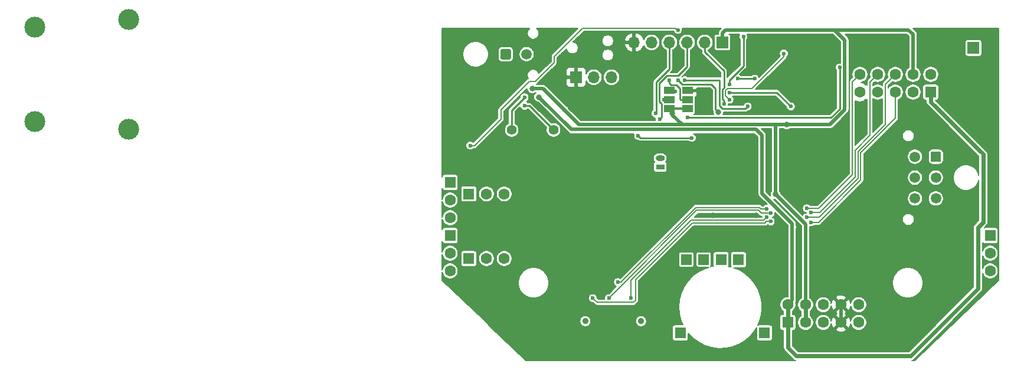
<source format=gbr>
G04 #@! TF.GenerationSoftware,KiCad,Pcbnew,5.1.5+dfsg1-2build2*
G04 #@! TF.CreationDate,2021-11-22T21:23:21+01:00*
G04 #@! TF.ProjectId,wideband_controller_mre,77696465-6261-46e6-945f-636f6e74726f,V1.2*
G04 #@! TF.SameCoordinates,Original*
G04 #@! TF.FileFunction,Copper,L2,Bot*
G04 #@! TF.FilePolarity,Positive*
%FSLAX46Y46*%
G04 Gerber Fmt 4.6, Leading zero omitted, Abs format (unit mm)*
G04 Created by KiCad (PCBNEW 5.1.5+dfsg1-2build2) date 2021-11-22 21:23:21*
%MOMM*%
%LPD*%
G04 APERTURE LIST*
%ADD10R,1.700000X1.700000*%
%ADD11C,1.500000*%
%ADD12C,0.100000*%
%ADD13C,2.999740*%
%ADD14R,1.600000X1.600000*%
%ADD15C,1.600000*%
%ADD16R,1.300000X0.800000*%
%ADD17O,1.300000X0.800000*%
%ADD18R,1.524000X1.524000*%
%ADD19C,1.400000*%
%ADD20C,0.889000*%
%ADD21O,1.700000X1.700000*%
%ADD22R,1.500000X1.000000*%
%ADD23C,0.600000*%
%ADD24C,0.800000*%
%ADD25C,0.500000*%
%ADD26C,0.300000*%
%ADD27C,0.250000*%
%ADD28C,0.600000*%
%ADD29C,0.200000*%
G04 APERTURE END LIST*
D10*
X151600000Y-129000000D03*
D11*
X87500000Y-129900000D03*
G04 #@! TA.AperFunction,ComponentPad*
D12*
G36*
X85024053Y-129151206D02*
G01*
X85048370Y-129154813D01*
X85072216Y-129160786D01*
X85095362Y-129169068D01*
X85117585Y-129179579D01*
X85138670Y-129192217D01*
X85158416Y-129206861D01*
X85176630Y-129223370D01*
X85193139Y-129241584D01*
X85207783Y-129261330D01*
X85220421Y-129282415D01*
X85230932Y-129304638D01*
X85239214Y-129327784D01*
X85245187Y-129351630D01*
X85248794Y-129375947D01*
X85250000Y-129400500D01*
X85250000Y-130399500D01*
X85248794Y-130424053D01*
X85245187Y-130448370D01*
X85239214Y-130472216D01*
X85230932Y-130495362D01*
X85220421Y-130517585D01*
X85207783Y-130538670D01*
X85193139Y-130558416D01*
X85176630Y-130576630D01*
X85158416Y-130593139D01*
X85138670Y-130607783D01*
X85117585Y-130620421D01*
X85095362Y-130630932D01*
X85072216Y-130639214D01*
X85048370Y-130645187D01*
X85024053Y-130648794D01*
X84999500Y-130650000D01*
X84000500Y-130650000D01*
X83975947Y-130648794D01*
X83951630Y-130645187D01*
X83927784Y-130639214D01*
X83904638Y-130630932D01*
X83882415Y-130620421D01*
X83861330Y-130607783D01*
X83841584Y-130593139D01*
X83823370Y-130576630D01*
X83806861Y-130558416D01*
X83792217Y-130538670D01*
X83779579Y-130517585D01*
X83769068Y-130495362D01*
X83760786Y-130472216D01*
X83754813Y-130448370D01*
X83751206Y-130424053D01*
X83750000Y-130399500D01*
X83750000Y-129400500D01*
X83751206Y-129375947D01*
X83754813Y-129351630D01*
X83760786Y-129327784D01*
X83769068Y-129304638D01*
X83779579Y-129282415D01*
X83792217Y-129261330D01*
X83806861Y-129241584D01*
X83823370Y-129223370D01*
X83841584Y-129206861D01*
X83861330Y-129192217D01*
X83882415Y-129179579D01*
X83904638Y-129169068D01*
X83927784Y-129160786D01*
X83951630Y-129154813D01*
X83975947Y-129151206D01*
X84000500Y-129150000D01*
X84999500Y-129150000D01*
X85024053Y-129151206D01*
G37*
G04 #@! TD.AperFunction*
D13*
X16951220Y-139599580D03*
X16951220Y-126000420D03*
X30448780Y-140699400D03*
X30448780Y-124900600D03*
D11*
X87500000Y-129900000D03*
G04 #@! TA.AperFunction,ComponentPad*
D12*
G36*
X85024504Y-129151204D02*
G01*
X85048773Y-129154804D01*
X85072571Y-129160765D01*
X85095671Y-129169030D01*
X85117849Y-129179520D01*
X85138893Y-129192133D01*
X85158598Y-129206747D01*
X85176777Y-129223223D01*
X85193253Y-129241402D01*
X85207867Y-129261107D01*
X85220480Y-129282151D01*
X85230970Y-129304329D01*
X85239235Y-129327429D01*
X85245196Y-129351227D01*
X85248796Y-129375496D01*
X85250000Y-129400000D01*
X85250000Y-130400000D01*
X85248796Y-130424504D01*
X85245196Y-130448773D01*
X85239235Y-130472571D01*
X85230970Y-130495671D01*
X85220480Y-130517849D01*
X85207867Y-130538893D01*
X85193253Y-130558598D01*
X85176777Y-130576777D01*
X85158598Y-130593253D01*
X85138893Y-130607867D01*
X85117849Y-130620480D01*
X85095671Y-130630970D01*
X85072571Y-130639235D01*
X85048773Y-130645196D01*
X85024504Y-130648796D01*
X85000000Y-130650000D01*
X84000000Y-130650000D01*
X83975496Y-130648796D01*
X83951227Y-130645196D01*
X83927429Y-130639235D01*
X83904329Y-130630970D01*
X83882151Y-130620480D01*
X83861107Y-130607867D01*
X83841402Y-130593253D01*
X83823223Y-130576777D01*
X83806747Y-130558598D01*
X83792133Y-130538893D01*
X83779520Y-130517849D01*
X83769030Y-130495671D01*
X83760765Y-130472571D01*
X83754804Y-130448773D01*
X83751204Y-130424504D01*
X83750000Y-130400000D01*
X83750000Y-129400000D01*
X83751204Y-129375496D01*
X83754804Y-129351227D01*
X83760765Y-129327429D01*
X83769030Y-129304329D01*
X83779520Y-129282151D01*
X83792133Y-129261107D01*
X83806747Y-129241402D01*
X83823223Y-129223223D01*
X83841402Y-129206747D01*
X83861107Y-129192133D01*
X83882151Y-129179520D01*
X83904329Y-129169030D01*
X83927429Y-129160765D01*
X83951227Y-129154804D01*
X83975496Y-129151204D01*
X84000000Y-129150000D01*
X85000000Y-129150000D01*
X85024504Y-129151204D01*
G37*
G04 #@! TD.AperFunction*
D14*
X117900600Y-159360800D03*
X115400600Y-159360800D03*
D15*
X127513080Y-165839060D03*
X130053080Y-165839060D03*
X135133080Y-165839060D03*
X135133080Y-168379060D03*
X130053080Y-168379060D03*
X132593080Y-168379060D03*
X127513080Y-168379060D03*
X132593080Y-165839060D03*
X124973080Y-165839060D03*
D14*
X124973080Y-168379060D03*
X154000200Y-155910200D03*
D15*
X154000200Y-158450200D03*
X154000200Y-160990200D03*
D14*
X121615200Y-169880200D03*
X109550200Y-169880200D03*
X76530200Y-155910200D03*
D15*
X76530200Y-158450200D03*
X76530200Y-160990200D03*
D14*
X76530200Y-148290200D03*
D15*
X76530200Y-150830200D03*
X76530200Y-153370200D03*
D14*
X79197200Y-159212200D03*
D15*
X81737200Y-159212200D03*
X84277200Y-159212200D03*
D14*
X79197200Y-149941200D03*
D15*
X81737200Y-149941200D03*
X84277200Y-149941200D03*
D14*
X145478500Y-135336200D03*
D15*
X142938500Y-135336200D03*
X140398500Y-135336200D03*
X137858500Y-135336200D03*
X135318500Y-135336200D03*
X145478500Y-132796200D03*
X142938500Y-132796200D03*
X140398500Y-132796200D03*
X137858500Y-132796200D03*
X135318500Y-132796200D03*
D16*
X106654600Y-146055000D03*
D17*
X106654600Y-144810400D03*
D18*
X112900600Y-159360800D03*
X110400600Y-159360800D03*
D19*
X91360600Y-140771800D03*
X85360600Y-140771800D03*
D20*
X103914000Y-168207000D03*
X95914000Y-168207000D03*
D21*
X99680000Y-133200000D03*
X97140000Y-133200000D03*
D10*
X94600000Y-133200000D03*
D11*
X143200000Y-150600000D03*
X143200000Y-147600000D03*
X143200000Y-144600000D03*
X146200000Y-150600000D03*
X146200000Y-147600000D03*
G04 #@! TA.AperFunction,ComponentPad*
D12*
G36*
X146724053Y-143851206D02*
G01*
X146748370Y-143854813D01*
X146772216Y-143860786D01*
X146795362Y-143869068D01*
X146817585Y-143879579D01*
X146838670Y-143892217D01*
X146858416Y-143906861D01*
X146876630Y-143923370D01*
X146893139Y-143941584D01*
X146907783Y-143961330D01*
X146920421Y-143982415D01*
X146930932Y-144004638D01*
X146939214Y-144027784D01*
X146945187Y-144051630D01*
X146948794Y-144075947D01*
X146950000Y-144100500D01*
X146950000Y-145099500D01*
X146948794Y-145124053D01*
X146945187Y-145148370D01*
X146939214Y-145172216D01*
X146930932Y-145195362D01*
X146920421Y-145217585D01*
X146907783Y-145238670D01*
X146893139Y-145258416D01*
X146876630Y-145276630D01*
X146858416Y-145293139D01*
X146838670Y-145307783D01*
X146817585Y-145320421D01*
X146795362Y-145330932D01*
X146772216Y-145339214D01*
X146748370Y-145345187D01*
X146724053Y-145348794D01*
X146699500Y-145350000D01*
X145700500Y-145350000D01*
X145675947Y-145348794D01*
X145651630Y-145345187D01*
X145627784Y-145339214D01*
X145604638Y-145330932D01*
X145582415Y-145320421D01*
X145561330Y-145307783D01*
X145541584Y-145293139D01*
X145523370Y-145276630D01*
X145506861Y-145258416D01*
X145492217Y-145238670D01*
X145479579Y-145217585D01*
X145469068Y-145195362D01*
X145460786Y-145172216D01*
X145454813Y-145148370D01*
X145451206Y-145124053D01*
X145450000Y-145099500D01*
X145450000Y-144100500D01*
X145451206Y-144075947D01*
X145454813Y-144051630D01*
X145460786Y-144027784D01*
X145469068Y-144004638D01*
X145479579Y-143982415D01*
X145492217Y-143961330D01*
X145506861Y-143941584D01*
X145523370Y-143923370D01*
X145541584Y-143906861D01*
X145561330Y-143892217D01*
X145582415Y-143879579D01*
X145604638Y-143869068D01*
X145627784Y-143860786D01*
X145651630Y-143854813D01*
X145675947Y-143851206D01*
X145700500Y-143850000D01*
X146699500Y-143850000D01*
X146724053Y-143851206D01*
G37*
G04 #@! TD.AperFunction*
D11*
X143200000Y-150600000D03*
X143200000Y-147600000D03*
X143200000Y-144600000D03*
X146200000Y-150600000D03*
X146200000Y-147600000D03*
G04 #@! TA.AperFunction,ComponentPad*
D12*
G36*
X146724504Y-143851204D02*
G01*
X146748773Y-143854804D01*
X146772571Y-143860765D01*
X146795671Y-143869030D01*
X146817849Y-143879520D01*
X146838893Y-143892133D01*
X146858598Y-143906747D01*
X146876777Y-143923223D01*
X146893253Y-143941402D01*
X146907867Y-143961107D01*
X146920480Y-143982151D01*
X146930970Y-144004329D01*
X146939235Y-144027429D01*
X146945196Y-144051227D01*
X146948796Y-144075496D01*
X146950000Y-144100000D01*
X146950000Y-145100000D01*
X146948796Y-145124504D01*
X146945196Y-145148773D01*
X146939235Y-145172571D01*
X146930970Y-145195671D01*
X146920480Y-145217849D01*
X146907867Y-145238893D01*
X146893253Y-145258598D01*
X146876777Y-145276777D01*
X146858598Y-145293253D01*
X146838893Y-145307867D01*
X146817849Y-145320480D01*
X146795671Y-145330970D01*
X146772571Y-145339235D01*
X146748773Y-145345196D01*
X146724504Y-145348796D01*
X146700000Y-145350000D01*
X145700000Y-145350000D01*
X145675496Y-145348796D01*
X145651227Y-145345196D01*
X145627429Y-145339235D01*
X145604329Y-145330970D01*
X145582151Y-145320480D01*
X145561107Y-145307867D01*
X145541402Y-145293253D01*
X145523223Y-145276777D01*
X145506747Y-145258598D01*
X145492133Y-145238893D01*
X145479520Y-145217849D01*
X145469030Y-145195671D01*
X145460765Y-145172571D01*
X145454804Y-145148773D01*
X145451204Y-145124504D01*
X145450000Y-145100000D01*
X145450000Y-144100000D01*
X145451204Y-144075496D01*
X145454804Y-144051227D01*
X145460765Y-144027429D01*
X145469030Y-144004329D01*
X145479520Y-143982151D01*
X145492133Y-143961107D01*
X145506747Y-143941402D01*
X145523223Y-143923223D01*
X145541402Y-143906747D01*
X145561107Y-143892133D01*
X145582151Y-143879520D01*
X145604329Y-143869030D01*
X145627429Y-143860765D01*
X145651227Y-143854804D01*
X145675496Y-143851204D01*
X145700000Y-143850000D01*
X146700000Y-143850000D01*
X146724504Y-143851204D01*
G37*
G04 #@! TD.AperFunction*
D22*
X108000000Y-135100000D03*
X108000000Y-136400000D03*
X108000000Y-137700000D03*
X110600000Y-135100000D03*
X110600000Y-136400000D03*
X110600000Y-137700000D03*
D21*
X102900000Y-128200000D03*
X105440000Y-128200000D03*
X107980000Y-128200000D03*
X110520000Y-128200000D03*
X113060000Y-128200000D03*
D10*
X115600000Y-128200000D03*
D23*
X84000000Y-144700000D03*
X82600000Y-139200000D03*
X102500000Y-170000000D03*
X98200000Y-170000000D03*
X97400000Y-160100000D03*
D24*
X114200000Y-153000000D03*
X130200000Y-154200000D03*
X100800000Y-129800000D03*
D23*
X120300000Y-144700000D03*
D24*
X153800000Y-129800000D03*
X153800000Y-138400000D03*
X149300000Y-138400000D03*
D23*
X103500000Y-138400000D03*
X113100000Y-142100000D03*
X117200000Y-130800000D03*
X104800000Y-131000000D03*
D24*
X119400000Y-129800000D03*
X126600000Y-161200000D03*
X126600000Y-157000000D03*
D23*
X108800000Y-135200000D03*
X111200000Y-135200000D03*
D24*
X120400000Y-150800000D03*
X139200000Y-151800000D03*
X139200000Y-153000000D03*
X139200000Y-154200000D03*
X140400000Y-151800000D03*
X140400000Y-153000000D03*
X140400000Y-154200000D03*
X135000000Y-153000000D03*
X135000000Y-151800000D03*
X135000000Y-154200000D03*
X138000000Y-151800000D03*
X138000000Y-153000000D03*
X138000000Y-154200000D03*
X133600000Y-151800000D03*
X133600000Y-153000000D03*
X133600000Y-154200000D03*
X128400000Y-137400000D03*
X122800000Y-134200000D03*
X126600000Y-129800000D03*
X88300000Y-139200000D03*
D23*
X122115400Y-147200000D03*
D24*
X135300000Y-139000000D03*
X132588000Y-161200000D03*
D23*
X122200000Y-144700000D03*
D24*
X124100000Y-157000000D03*
X124000000Y-161200000D03*
X118200000Y-144700000D03*
X120400000Y-153000000D03*
X129100000Y-144300000D03*
X129100000Y-145400000D03*
X129100000Y-146500000D03*
X129100000Y-147600000D03*
X129100000Y-148700000D03*
X130200000Y-144300000D03*
X130200000Y-145400000D03*
X130200000Y-146500000D03*
X130200000Y-147600000D03*
X130200000Y-148700000D03*
X138500000Y-145400000D03*
X140000000Y-145400000D03*
X140000000Y-144400000D03*
X138500000Y-144400000D03*
X138500000Y-149400000D03*
X140000000Y-149400000D03*
D23*
X128300000Y-131800000D03*
X119200000Y-132400000D03*
X132400000Y-141400000D03*
X112800000Y-130800000D03*
X109200000Y-130800000D03*
X115000000Y-132800000D03*
X128400000Y-141400000D03*
X117200000Y-153000000D03*
X119800000Y-156000000D03*
X122800000Y-136400000D03*
X118600000Y-136800000D03*
X117200000Y-127400000D03*
X117900000Y-150800000D03*
X117900000Y-148400000D03*
X124000000Y-144700000D03*
X101200000Y-160100000D03*
D24*
X137900000Y-139000000D03*
X130900000Y-127400000D03*
X135300000Y-127400000D03*
D23*
X143600000Y-142500000D03*
X79400000Y-139200000D03*
X116600000Y-134200000D03*
X118600000Y-127400000D03*
D24*
X88300000Y-134800000D03*
X108400000Y-138400000D03*
X124800000Y-140000000D03*
X123200000Y-150000000D03*
D23*
X92900000Y-137900000D03*
X124400000Y-129800000D03*
X116600000Y-136400000D03*
X115800000Y-137000000D03*
X125600000Y-154700000D03*
D24*
X89250000Y-136050000D03*
D23*
X87200000Y-137300000D03*
X87200000Y-136100000D03*
X106000000Y-138400000D03*
X106600000Y-139200000D03*
X100600000Y-162600000D03*
X121900000Y-152100000D03*
X127700000Y-152000000D03*
X99300000Y-164900000D03*
X122500000Y-152700000D03*
X128300000Y-152600000D03*
X79400000Y-143000000D03*
X109200000Y-126400000D03*
X102500000Y-164900000D03*
X127700000Y-153300000D03*
X121900000Y-153300000D03*
X97000000Y-164900000D03*
X122500000Y-153900000D03*
X128300000Y-154000000D03*
X108000000Y-133600000D03*
X107200000Y-136400000D03*
X117800000Y-133400000D03*
X120200000Y-133400000D03*
X125400000Y-137400000D03*
X116600000Y-135400000D03*
X119200000Y-137400000D03*
X110200000Y-133600000D03*
X110600000Y-139000000D03*
X132400000Y-131800000D03*
X103500000Y-141600000D03*
X111200000Y-141900000D03*
X109200000Y-133600000D03*
D24*
X115000000Y-138200000D03*
D25*
X132593080Y-165839060D02*
X132593080Y-168379060D01*
D26*
X108100000Y-135200000D02*
X108000000Y-135100000D01*
X108800000Y-135200000D02*
X108100000Y-135200000D01*
D27*
X116600000Y-133600000D02*
X116600000Y-134200000D01*
X118600000Y-131600000D02*
X116600000Y-133600000D01*
X118600000Y-127400000D02*
X118600000Y-131600000D01*
D28*
X127513080Y-168379060D02*
X127513080Y-165839060D01*
D25*
X127513080Y-154313080D02*
X123200000Y-150000000D01*
X127513080Y-165839060D02*
X127513080Y-154313080D01*
X123200000Y-141200000D02*
X123200000Y-141000000D01*
X123200000Y-150000000D02*
X123200000Y-141200000D01*
D26*
X110600000Y-137700000D02*
X108000000Y-137700000D01*
D27*
X110700000Y-137800000D02*
X110600000Y-137700000D01*
D25*
X108400000Y-138100000D02*
X108000000Y-137700000D01*
X108400000Y-138600000D02*
X108400000Y-138100000D01*
X109800000Y-140000000D02*
X108400000Y-138600000D01*
X123200000Y-140200000D02*
X123000000Y-140000000D01*
X123200000Y-141200000D02*
X123200000Y-140200000D01*
X124800000Y-140000000D02*
X123000000Y-140000000D01*
X123000000Y-140000000D02*
X111300000Y-140000000D01*
X111300000Y-140000000D02*
X109800000Y-140000000D01*
X94989998Y-140000000D02*
X94144999Y-139155001D01*
X109800000Y-140000000D02*
X94989998Y-140000000D01*
X115600000Y-126850000D02*
X115600000Y-128200000D01*
X116050000Y-126400000D02*
X115600000Y-126850000D01*
X133150001Y-127850001D02*
X131700000Y-126400000D01*
X133150001Y-137863185D02*
X133150001Y-127850001D01*
X131013186Y-140000000D02*
X133150001Y-137863185D01*
X131700000Y-126400000D02*
X116050000Y-126400000D01*
X124800000Y-140000000D02*
X131013186Y-140000000D01*
X142938500Y-132796200D02*
X142938500Y-127061500D01*
X142277000Y-126400000D02*
X131700000Y-126400000D01*
X142938500Y-127061500D02*
X142277000Y-126400000D01*
X89800000Y-134800000D02*
X89900000Y-134900000D01*
X88300000Y-134800000D02*
X89800000Y-134800000D01*
X94144999Y-139155001D02*
X89900000Y-134900000D01*
D29*
X119824264Y-134800000D02*
X124400000Y-130224264D01*
X116311998Y-134800000D02*
X119824264Y-134800000D01*
X115999999Y-135111999D02*
X116311998Y-134800000D01*
X124400000Y-130224264D02*
X124400000Y-129800000D01*
X115999999Y-135799999D02*
X115999999Y-135111999D01*
X116600000Y-136400000D02*
X115999999Y-135799999D01*
D27*
X115800000Y-136575736D02*
X115800000Y-137000000D01*
X115574989Y-136350725D02*
X115800000Y-136575736D01*
X115574989Y-134935955D02*
X115574989Y-136350725D01*
X115800000Y-134710944D02*
X115574989Y-134935955D01*
X113060000Y-129560000D02*
X115800000Y-132300000D01*
X113060000Y-128200000D02*
X113060000Y-129560000D01*
X115800000Y-132300000D02*
X115800000Y-134710944D01*
D28*
X124973080Y-165839060D02*
X124973080Y-168379060D01*
D25*
X125600000Y-165212140D02*
X124973080Y-165839060D01*
X125600000Y-154200000D02*
X125600000Y-154700000D01*
X121265399Y-149865399D02*
X125600000Y-154200000D01*
X121265399Y-141534601D02*
X121265399Y-149865399D01*
X120430808Y-140700010D02*
X121265399Y-141534601D01*
X93900010Y-140700010D02*
X120430808Y-140700010D01*
D28*
X124973080Y-169779060D02*
X124973080Y-168379060D01*
X124993400Y-171993400D02*
X124993400Y-169799380D01*
X124993400Y-169799380D02*
X124973080Y-169779060D01*
X142600000Y-173200000D02*
X126200000Y-173200000D01*
X126200000Y-173200000D02*
X124993400Y-171993400D01*
X152247600Y-154752400D02*
X152247600Y-163552400D01*
X152247600Y-163552400D02*
X142600000Y-173200000D01*
X153000000Y-154000000D02*
X152247600Y-154752400D01*
X153000000Y-144257700D02*
X153000000Y-154000000D01*
X145478500Y-136736200D02*
X153000000Y-144257700D01*
X145478500Y-135336200D02*
X145478500Y-136736200D01*
D25*
X125600000Y-154700000D02*
X125600000Y-165212140D01*
X89250000Y-136050000D02*
X93900010Y-140700010D01*
D27*
X87888800Y-137300000D02*
X91360600Y-140771800D01*
X87200000Y-137300000D02*
X87888800Y-137300000D01*
X85360600Y-137939400D02*
X85360600Y-140771800D01*
X87200000Y-136100000D02*
X85360600Y-137939400D01*
X107980000Y-131983590D02*
X107980000Y-128200000D01*
X106099981Y-133863609D02*
X107980000Y-131983590D01*
X106099980Y-138300020D02*
X106099981Y-133863609D01*
X106000000Y-138400000D02*
X106099980Y-138300020D01*
X106899999Y-137025001D02*
X106899999Y-138900001D01*
X106549990Y-136674992D02*
X106899999Y-137025001D01*
X107625001Y-132974999D02*
X106549990Y-134050010D01*
X106899999Y-138900001D02*
X106600000Y-139200000D01*
X110520000Y-131680000D02*
X109225001Y-132974999D01*
X106549990Y-134050010D02*
X106549990Y-136674992D01*
X109225001Y-132974999D02*
X107625001Y-132974999D01*
X110520000Y-130680000D02*
X110520000Y-131680000D01*
X110520000Y-128200000D02*
X110520000Y-130680000D01*
X110520000Y-130680000D02*
X110520000Y-131280000D01*
D29*
X134218499Y-133896201D02*
X134218499Y-147181501D01*
X135318500Y-132796200D02*
X134218499Y-133896201D01*
X129400000Y-152000000D02*
X134218499Y-147181501D01*
X127700000Y-152000000D02*
X129400000Y-152000000D01*
X101034302Y-162600000D02*
X101067151Y-162567151D01*
X100600000Y-162600000D02*
X101034302Y-162600000D01*
X101034302Y-162599999D02*
X101034302Y-162600000D01*
X111734312Y-151899989D02*
X101034302Y-162599999D01*
X120901690Y-151899989D02*
X111734312Y-151899989D01*
X121101701Y-152100000D02*
X120901690Y-151899989D01*
X121900000Y-152100000D02*
X121101701Y-152100000D01*
X136758499Y-133896201D02*
X137858500Y-132796200D01*
X136758499Y-141541501D02*
X136758499Y-133896201D01*
X134618509Y-143681491D02*
X136758499Y-141541501D01*
X134618509Y-147545489D02*
X134618509Y-143681491D01*
X129563998Y-152600000D02*
X134618509Y-147545489D01*
X128300000Y-152600000D02*
X129563998Y-152600000D01*
X99599999Y-164600001D02*
X99300000Y-164900000D01*
X111900001Y-152299999D02*
X99599999Y-164600001D01*
X120736001Y-152299999D02*
X111900001Y-152299999D01*
X121136002Y-152700000D02*
X120736001Y-152299999D01*
X122500000Y-152700000D02*
X121136002Y-152700000D01*
X95549874Y-126150126D02*
X108599999Y-126146014D01*
X108846014Y-126146014D02*
X108599999Y-126146014D01*
X109100000Y-126400000D02*
X108846014Y-126146014D01*
X109200000Y-126400000D02*
X109100000Y-126400000D01*
X88724002Y-133800000D02*
X87900000Y-133800000D01*
X91450000Y-130250000D02*
X91450000Y-131074002D01*
X91450000Y-131074002D02*
X88724002Y-133800000D01*
X91450000Y-130250000D02*
X95549874Y-126150126D01*
X84935590Y-136764410D02*
X87900000Y-133800000D01*
X79400000Y-143000000D02*
X80000000Y-143000000D01*
X84935590Y-136764410D02*
X83800000Y-137900000D01*
X83800000Y-137900000D02*
X83800000Y-139200000D01*
X80000000Y-143000000D02*
X83800000Y-139200000D01*
X138958501Y-139941499D02*
X135018519Y-143881481D01*
X138958501Y-134236199D02*
X138958501Y-139941499D01*
X140398500Y-132796200D02*
X138958501Y-134236199D01*
X135018519Y-147711178D02*
X135018519Y-146718519D01*
X129429697Y-153300000D02*
X135018519Y-147711178D01*
X127700000Y-153300000D02*
X129429697Y-153300000D01*
X135018519Y-146718519D02*
X135018519Y-147100000D01*
X135018519Y-143881481D02*
X135018519Y-146718519D01*
X121499999Y-153700001D02*
X111099999Y-153700001D01*
X121900000Y-153300000D02*
X121499999Y-153700001D01*
X102500000Y-162300000D02*
X102500000Y-164900000D01*
X111099999Y-153700001D02*
X102500000Y-162300000D01*
X140398500Y-135336200D02*
X140398500Y-139067198D01*
X140398500Y-139067198D02*
X135418529Y-144047169D01*
X135418529Y-147945469D02*
X135418529Y-145518529D01*
X129363998Y-154000000D02*
X135418529Y-147945469D01*
X128300000Y-154000000D02*
X129363998Y-154000000D01*
X135418529Y-145518529D02*
X135418529Y-146600000D01*
X135418529Y-144047169D02*
X135418529Y-145518529D01*
X121665688Y-154100011D02*
X111265687Y-154100011D01*
X121865699Y-153900000D02*
X121665688Y-154100011D01*
X122500000Y-153900000D02*
X121865699Y-153900000D01*
X97299999Y-165199999D02*
X97000000Y-164900000D01*
X97600001Y-165500001D02*
X97299999Y-165199999D01*
X102788001Y-165500001D02*
X97600001Y-165500001D01*
X103100001Y-165188001D02*
X102788001Y-165500001D01*
X103100001Y-162265697D02*
X103100001Y-165188001D01*
X111265687Y-154100011D02*
X103100001Y-162265697D01*
D27*
X109524999Y-134789997D02*
X109524999Y-136324999D01*
X108250735Y-134274999D02*
X109010001Y-134274999D01*
X109010001Y-134274999D02*
X109524999Y-134789997D01*
X108000000Y-134024264D02*
X108250735Y-134274999D01*
X109600000Y-136400000D02*
X110600000Y-136400000D01*
X109524999Y-136324999D02*
X109600000Y-136400000D01*
X108000000Y-133600000D02*
X108000000Y-134024264D01*
X107000000Y-136400000D02*
X108000000Y-136400000D01*
X117800000Y-133400000D02*
X120200000Y-133400000D01*
X123400000Y-135400000D02*
X125400000Y-137400000D01*
X116600000Y-135400000D02*
X123400000Y-135400000D01*
X110200000Y-133600000D02*
X114200000Y-133600000D01*
X115149978Y-133600000D02*
X114200000Y-133600000D01*
X115124979Y-137249981D02*
X115124979Y-133624999D01*
X115574997Y-137699999D02*
X115124979Y-137249981D01*
X115124979Y-133624999D02*
X115149978Y-133600000D01*
X118900001Y-137699999D02*
X115574997Y-137699999D01*
X119200000Y-137400000D02*
X118900001Y-137699999D01*
X110600000Y-139000000D02*
X131200000Y-139000000D01*
X131200000Y-139000000D02*
X132400000Y-137800000D01*
X132400000Y-137800000D02*
X132400000Y-131800000D01*
X111200000Y-141900000D02*
X104000000Y-141900000D01*
X103799999Y-141899999D02*
X103500000Y-141600000D01*
X111200000Y-141900000D02*
X103799999Y-141899999D01*
X109825001Y-134225001D02*
X113974999Y-134225001D01*
X109200000Y-133600000D02*
X109825001Y-134225001D01*
X113974999Y-134225001D02*
X114600000Y-134850002D01*
X114600001Y-137800001D02*
X115000000Y-138200000D01*
X114600000Y-134850002D02*
X114600001Y-137800001D01*
D29*
G36*
X91144742Y-129913205D02*
G01*
X91127421Y-129927421D01*
X91070687Y-129996552D01*
X91028531Y-130075421D01*
X91028530Y-130075422D01*
X91020612Y-130101526D01*
X91002570Y-130161002D01*
X90996000Y-130227706D01*
X90996000Y-130227712D01*
X90993805Y-130250000D01*
X90996000Y-130272288D01*
X90996001Y-130885948D01*
X89252357Y-132629593D01*
X89196805Y-132495479D01*
X89103345Y-132355607D01*
X88984393Y-132236655D01*
X88844521Y-132143195D01*
X88689103Y-132078819D01*
X88524112Y-132046000D01*
X88355888Y-132046000D01*
X88190897Y-132078819D01*
X88035479Y-132143195D01*
X87895607Y-132236655D01*
X87776655Y-132355607D01*
X87683195Y-132495479D01*
X87618819Y-132650897D01*
X87586000Y-132815888D01*
X87586000Y-132984112D01*
X87618819Y-133149103D01*
X87683195Y-133304521D01*
X87731429Y-133376708D01*
X87725421Y-133378530D01*
X87646551Y-133420687D01*
X87577421Y-133477421D01*
X87563210Y-133494737D01*
X84630334Y-136427614D01*
X84630328Y-136427619D01*
X83494742Y-137563206D01*
X83477421Y-137577421D01*
X83420687Y-137646552D01*
X83387182Y-137709235D01*
X83378530Y-137725422D01*
X83355847Y-137800200D01*
X83352570Y-137811002D01*
X83346000Y-137877706D01*
X83346000Y-137877712D01*
X83343805Y-137900000D01*
X83346000Y-137922288D01*
X83346001Y-139011946D01*
X79841421Y-142516526D01*
X79816900Y-142492005D01*
X79709785Y-142420433D01*
X79590765Y-142371133D01*
X79464413Y-142346000D01*
X79335587Y-142346000D01*
X79209235Y-142371133D01*
X79090215Y-142420433D01*
X78983100Y-142492005D01*
X78892005Y-142583100D01*
X78820433Y-142690215D01*
X78771133Y-142809235D01*
X78746000Y-142935587D01*
X78746000Y-143064413D01*
X78771133Y-143190765D01*
X78820433Y-143309785D01*
X78892005Y-143416900D01*
X78983100Y-143507995D01*
X79090215Y-143579567D01*
X79209235Y-143628867D01*
X79335587Y-143654000D01*
X79464413Y-143654000D01*
X79590765Y-143628867D01*
X79709785Y-143579567D01*
X79816900Y-143507995D01*
X79870895Y-143454000D01*
X79977712Y-143454000D01*
X80000000Y-143456195D01*
X80022288Y-143454000D01*
X80022295Y-143454000D01*
X80088999Y-143447430D01*
X80174579Y-143421470D01*
X80253449Y-143379313D01*
X80322579Y-143322579D01*
X80336794Y-143305258D01*
X82974062Y-140667990D01*
X84306600Y-140667990D01*
X84306600Y-140875610D01*
X84347104Y-141079241D01*
X84426557Y-141271056D01*
X84541905Y-141443686D01*
X84688714Y-141590495D01*
X84861344Y-141705843D01*
X85053159Y-141785296D01*
X85256790Y-141825800D01*
X85464410Y-141825800D01*
X85668041Y-141785296D01*
X85859856Y-141705843D01*
X86032486Y-141590495D01*
X86179295Y-141443686D01*
X86294643Y-141271056D01*
X86374096Y-141079241D01*
X86414600Y-140875610D01*
X86414600Y-140667990D01*
X86374096Y-140464359D01*
X86294643Y-140272544D01*
X86179295Y-140099914D01*
X86032486Y-139953105D01*
X85859856Y-139837757D01*
X85839600Y-139829367D01*
X85839600Y-138137807D01*
X86557115Y-137420293D01*
X86571133Y-137490765D01*
X86620433Y-137609785D01*
X86692005Y-137716900D01*
X86783100Y-137807995D01*
X86890215Y-137879567D01*
X87009235Y-137928867D01*
X87135587Y-137954000D01*
X87264413Y-137954000D01*
X87390765Y-137928867D01*
X87509785Y-137879567D01*
X87616900Y-137807995D01*
X87645895Y-137779000D01*
X87690393Y-137779000D01*
X90355495Y-140444102D01*
X90347104Y-140464359D01*
X90306600Y-140667990D01*
X90306600Y-140875610D01*
X90347104Y-141079241D01*
X90426557Y-141271056D01*
X90541905Y-141443686D01*
X90688714Y-141590495D01*
X90861344Y-141705843D01*
X91053159Y-141785296D01*
X91256790Y-141825800D01*
X91464410Y-141825800D01*
X91668041Y-141785296D01*
X91859856Y-141705843D01*
X92032486Y-141590495D01*
X92179295Y-141443686D01*
X92294643Y-141271056D01*
X92374096Y-141079241D01*
X92414600Y-140875610D01*
X92414600Y-140667990D01*
X92374096Y-140464359D01*
X92294643Y-140272544D01*
X92179295Y-140099914D01*
X92032486Y-139953105D01*
X91859856Y-139837757D01*
X91668041Y-139758304D01*
X91464410Y-139717800D01*
X91256790Y-139717800D01*
X91053159Y-139758304D01*
X91032902Y-139766695D01*
X88244147Y-136977940D01*
X88229143Y-136959657D01*
X88156205Y-136899800D01*
X88072992Y-136855321D01*
X87982700Y-136827931D01*
X87912326Y-136821000D01*
X87912323Y-136821000D01*
X87888800Y-136818683D01*
X87865277Y-136821000D01*
X87645895Y-136821000D01*
X87616900Y-136792005D01*
X87509785Y-136720433D01*
X87460456Y-136700000D01*
X87509785Y-136679567D01*
X87616900Y-136607995D01*
X87707995Y-136516900D01*
X87779567Y-136409785D01*
X87828867Y-136290765D01*
X87854000Y-136164413D01*
X87854000Y-136035587D01*
X87828867Y-135909235D01*
X87779567Y-135790215D01*
X87707995Y-135683100D01*
X87616900Y-135592005D01*
X87509785Y-135520433D01*
X87390765Y-135471133D01*
X87264413Y-135446000D01*
X87135587Y-135446000D01*
X87009235Y-135471133D01*
X86890215Y-135520433D01*
X86783100Y-135592005D01*
X86692005Y-135683100D01*
X86620433Y-135790215D01*
X86571133Y-135909235D01*
X86546000Y-136035587D01*
X86546000Y-136076591D01*
X85038540Y-137584053D01*
X85020257Y-137599057D01*
X84960400Y-137671995D01*
X84915921Y-137755209D01*
X84888531Y-137845501D01*
X84882376Y-137907995D01*
X84879283Y-137939400D01*
X84881600Y-137962923D01*
X84881601Y-139829366D01*
X84861344Y-139837757D01*
X84688714Y-139953105D01*
X84541905Y-140099914D01*
X84426557Y-140272544D01*
X84347104Y-140464359D01*
X84306600Y-140667990D01*
X82974062Y-140667990D01*
X84105263Y-139536790D01*
X84122579Y-139522579D01*
X84179313Y-139453449D01*
X84221470Y-139374579D01*
X84247430Y-139288999D01*
X84254000Y-139222295D01*
X84254000Y-139222288D01*
X84256195Y-139200000D01*
X84254000Y-139177712D01*
X84254000Y-138088052D01*
X85272381Y-137069672D01*
X85272386Y-137069666D01*
X87546000Y-134796053D01*
X87546000Y-134874262D01*
X87574976Y-135019934D01*
X87631814Y-135157153D01*
X87714330Y-135280647D01*
X87819353Y-135385670D01*
X87942847Y-135468186D01*
X88080066Y-135525024D01*
X88225738Y-135554000D01*
X88374262Y-135554000D01*
X88519934Y-135525024D01*
X88657153Y-135468186D01*
X88753214Y-135404000D01*
X88859643Y-135404000D01*
X88769353Y-135464330D01*
X88664330Y-135569353D01*
X88581814Y-135692847D01*
X88524976Y-135830066D01*
X88496000Y-135975738D01*
X88496000Y-136124262D01*
X88524976Y-136269934D01*
X88581814Y-136407153D01*
X88664330Y-136530647D01*
X88769353Y-136635670D01*
X88892847Y-136718186D01*
X89030066Y-136775024D01*
X89143379Y-136797563D01*
X93451937Y-141106122D01*
X93470851Y-141129169D01*
X93562822Y-141204647D01*
X93667751Y-141260733D01*
X93764941Y-141290215D01*
X93781605Y-141295270D01*
X93900009Y-141306932D01*
X93929676Y-141304010D01*
X102914719Y-141304010D01*
X102871133Y-141409235D01*
X102846000Y-141535587D01*
X102846000Y-141664413D01*
X102871133Y-141790765D01*
X102920433Y-141909785D01*
X102992005Y-142016900D01*
X103083100Y-142107995D01*
X103190215Y-142179567D01*
X103309235Y-142228867D01*
X103435587Y-142254000D01*
X103476300Y-142254000D01*
X103487687Y-142263345D01*
X103532593Y-142300199D01*
X103615807Y-142344678D01*
X103706098Y-142372067D01*
X103799999Y-142381316D01*
X103823532Y-142378998D01*
X103976454Y-142378998D01*
X103976474Y-142379000D01*
X110754105Y-142379000D01*
X110783100Y-142407995D01*
X110890215Y-142479567D01*
X111009235Y-142528867D01*
X111135587Y-142554000D01*
X111264413Y-142554000D01*
X111390765Y-142528867D01*
X111509785Y-142479567D01*
X111616900Y-142407995D01*
X111707995Y-142316900D01*
X111779567Y-142209785D01*
X111828867Y-142090765D01*
X111854000Y-141964413D01*
X111854000Y-141835587D01*
X111828867Y-141709235D01*
X111779567Y-141590215D01*
X111707995Y-141483100D01*
X111616900Y-141392005D01*
X111509785Y-141320433D01*
X111470137Y-141304010D01*
X120180624Y-141304010D01*
X120661399Y-141784786D01*
X120661400Y-149835722D01*
X120658477Y-149865399D01*
X120670139Y-149983803D01*
X120704677Y-150097658D01*
X120715767Y-150118405D01*
X120760763Y-150202587D01*
X120836241Y-150294558D01*
X120859288Y-150313472D01*
X121998620Y-151452804D01*
X121964413Y-151446000D01*
X121835587Y-151446000D01*
X121709235Y-151471133D01*
X121590215Y-151520433D01*
X121483100Y-151592005D01*
X121429105Y-151646000D01*
X121289753Y-151646000D01*
X121238485Y-151594732D01*
X121224269Y-151577410D01*
X121155139Y-151520676D01*
X121076269Y-151478519D01*
X120990689Y-151452559D01*
X120923985Y-151445989D01*
X120923978Y-151445989D01*
X120901690Y-151443794D01*
X120879402Y-151445989D01*
X111756599Y-151445989D01*
X111734311Y-151443794D01*
X111712023Y-151445989D01*
X111712017Y-151445989D01*
X111654613Y-151451643D01*
X111645312Y-151452559D01*
X111559733Y-151478519D01*
X111480863Y-151520676D01*
X111411733Y-151577410D01*
X111397522Y-151594726D01*
X100946970Y-162045279D01*
X100909785Y-162020433D01*
X100790765Y-161971133D01*
X100664413Y-161946000D01*
X100535587Y-161946000D01*
X100409235Y-161971133D01*
X100290215Y-162020433D01*
X100183100Y-162092005D01*
X100092005Y-162183100D01*
X100020433Y-162290215D01*
X99971133Y-162409235D01*
X99946000Y-162535587D01*
X99946000Y-162664413D01*
X99971133Y-162790765D01*
X100020433Y-162909785D01*
X100092005Y-163016900D01*
X100183100Y-163107995D01*
X100290215Y-163179567D01*
X100352558Y-163205390D01*
X99311948Y-164246000D01*
X99235587Y-164246000D01*
X99109235Y-164271133D01*
X98990215Y-164320433D01*
X98883100Y-164392005D01*
X98792005Y-164483100D01*
X98720433Y-164590215D01*
X98671133Y-164709235D01*
X98646000Y-164835587D01*
X98646000Y-164964413D01*
X98662229Y-165046001D01*
X97788053Y-165046001D01*
X97654000Y-164911948D01*
X97654000Y-164835587D01*
X97628867Y-164709235D01*
X97579567Y-164590215D01*
X97507995Y-164483100D01*
X97416900Y-164392005D01*
X97309785Y-164320433D01*
X97190765Y-164271133D01*
X97064413Y-164246000D01*
X96935587Y-164246000D01*
X96809235Y-164271133D01*
X96690215Y-164320433D01*
X96583100Y-164392005D01*
X96492005Y-164483100D01*
X96420433Y-164590215D01*
X96371133Y-164709235D01*
X96346000Y-164835587D01*
X96346000Y-164964413D01*
X96371133Y-165090765D01*
X96420433Y-165209785D01*
X96492005Y-165316900D01*
X96583100Y-165407995D01*
X96690215Y-165479567D01*
X96809235Y-165528867D01*
X96935587Y-165554000D01*
X97011948Y-165554000D01*
X97263206Y-165805258D01*
X97277422Y-165822580D01*
X97346552Y-165879314D01*
X97425422Y-165921471D01*
X97511001Y-165947431D01*
X97519422Y-165948260D01*
X97577706Y-165954001D01*
X97577713Y-165954001D01*
X97600001Y-165956196D01*
X97622289Y-165954001D01*
X102765713Y-165954001D01*
X102788001Y-165956196D01*
X102810289Y-165954001D01*
X102810296Y-165954001D01*
X102877000Y-165947431D01*
X102962580Y-165921471D01*
X103041450Y-165879314D01*
X103110580Y-165822580D01*
X103124795Y-165805259D01*
X103405264Y-165524791D01*
X103422580Y-165510580D01*
X103479314Y-165441450D01*
X103521471Y-165362580D01*
X103532743Y-165325422D01*
X103547431Y-165277001D01*
X103553819Y-165212140D01*
X103554001Y-165210296D01*
X103554001Y-165210289D01*
X103556196Y-165188001D01*
X103554001Y-165165713D01*
X103554001Y-162453749D01*
X107408950Y-158598800D01*
X109282888Y-158598800D01*
X109282888Y-160122800D01*
X109289723Y-160192196D01*
X109309965Y-160258925D01*
X109342836Y-160320423D01*
X109387074Y-160374326D01*
X109440977Y-160418564D01*
X109502475Y-160451435D01*
X109569204Y-160471677D01*
X109638600Y-160478512D01*
X111162600Y-160478512D01*
X111231996Y-160471677D01*
X111298725Y-160451435D01*
X111360223Y-160418564D01*
X111414126Y-160374326D01*
X111458364Y-160320423D01*
X111491235Y-160258925D01*
X111511477Y-160192196D01*
X111518312Y-160122800D01*
X111518312Y-158598800D01*
X111511477Y-158529404D01*
X111491235Y-158462675D01*
X111458364Y-158401177D01*
X111414126Y-158347274D01*
X111360223Y-158303036D01*
X111298725Y-158270165D01*
X111231996Y-158249923D01*
X111162600Y-158243088D01*
X109638600Y-158243088D01*
X109569204Y-158249923D01*
X109502475Y-158270165D01*
X109440977Y-158303036D01*
X109387074Y-158347274D01*
X109342836Y-158401177D01*
X109309965Y-158462675D01*
X109289723Y-158529404D01*
X109282888Y-158598800D01*
X107408950Y-158598800D01*
X111453740Y-154554011D01*
X121643400Y-154554011D01*
X121665688Y-154556206D01*
X121687976Y-154554011D01*
X121687983Y-154554011D01*
X121754687Y-154547441D01*
X121840267Y-154521481D01*
X121919137Y-154479324D01*
X121988267Y-154422590D01*
X122002483Y-154405268D01*
X122041428Y-154366323D01*
X122083100Y-154407995D01*
X122190215Y-154479567D01*
X122309235Y-154528867D01*
X122435587Y-154554000D01*
X122564413Y-154554000D01*
X122690765Y-154528867D01*
X122809785Y-154479567D01*
X122916900Y-154407995D01*
X123007995Y-154316900D01*
X123079567Y-154209785D01*
X123128867Y-154090765D01*
X123154000Y-153964413D01*
X123154000Y-153835587D01*
X123128867Y-153709235D01*
X123079567Y-153590215D01*
X123007995Y-153483100D01*
X122916900Y-153392005D01*
X122809785Y-153320433D01*
X122760456Y-153300000D01*
X122809785Y-153279567D01*
X122916900Y-153207995D01*
X123007995Y-153116900D01*
X123079567Y-153009785D01*
X123128867Y-152890765D01*
X123154000Y-152764413D01*
X123154000Y-152635587D01*
X123147196Y-152601380D01*
X124995712Y-154449897D01*
X124971133Y-154509235D01*
X124946000Y-154635587D01*
X124946000Y-154764413D01*
X124971133Y-154890765D01*
X124996000Y-154950799D01*
X124996001Y-164685060D01*
X124859421Y-164685060D01*
X124636471Y-164729407D01*
X124426456Y-164816398D01*
X124237448Y-164942689D01*
X124076709Y-165103428D01*
X123950418Y-165292436D01*
X123863427Y-165502451D01*
X123819080Y-165725401D01*
X123819080Y-165952719D01*
X123863427Y-166175669D01*
X123950418Y-166385684D01*
X124076709Y-166574692D01*
X124237448Y-166735431D01*
X124319080Y-166789976D01*
X124319081Y-167223348D01*
X124173080Y-167223348D01*
X124103684Y-167230183D01*
X124036955Y-167250425D01*
X123975457Y-167283296D01*
X123921554Y-167327534D01*
X123877316Y-167381437D01*
X123844445Y-167442935D01*
X123824203Y-167509664D01*
X123817368Y-167579060D01*
X123817368Y-169179060D01*
X123824203Y-169248456D01*
X123844445Y-169315185D01*
X123877316Y-169376683D01*
X123921554Y-169430586D01*
X123975457Y-169474824D01*
X124036955Y-169507695D01*
X124103684Y-169527937D01*
X124173080Y-169534772D01*
X124319080Y-169534772D01*
X124319080Y-169746942D01*
X124315917Y-169779060D01*
X124319080Y-169811178D01*
X124319080Y-169811184D01*
X124328543Y-169907265D01*
X124339401Y-169943058D01*
X124339400Y-171961282D01*
X124336237Y-171993400D01*
X124339400Y-172025518D01*
X124339400Y-172025524D01*
X124348863Y-172121605D01*
X124386260Y-172244885D01*
X124446988Y-172358500D01*
X124528715Y-172458085D01*
X124553671Y-172478566D01*
X125714838Y-173639734D01*
X125735315Y-173664685D01*
X125834899Y-173746412D01*
X125948514Y-173807140D01*
X126055519Y-173839600D01*
X87401066Y-173839600D01*
X82424861Y-169080200D01*
X108394488Y-169080200D01*
X108394488Y-170680200D01*
X108401323Y-170749596D01*
X108421565Y-170816325D01*
X108454436Y-170877823D01*
X108498674Y-170931726D01*
X108552577Y-170975964D01*
X108614075Y-171008835D01*
X108680804Y-171029077D01*
X108750200Y-171035912D01*
X110350200Y-171035912D01*
X110419596Y-171029077D01*
X110486325Y-171008835D01*
X110547823Y-170975964D01*
X110601726Y-170931726D01*
X110645964Y-170877823D01*
X110678835Y-170816325D01*
X110699077Y-170749596D01*
X110705912Y-170680200D01*
X110705912Y-169941079D01*
X111377502Y-170641803D01*
X112190433Y-171243044D01*
X113093281Y-171698250D01*
X114060072Y-171994326D01*
X115062994Y-172122756D01*
X116073195Y-172079843D01*
X117061612Y-171866823D01*
X117999812Y-171489823D01*
X118860803Y-170959690D01*
X119619816Y-170291674D01*
X120255017Y-169504993D01*
X120459488Y-169138973D01*
X120459488Y-170680200D01*
X120466323Y-170749596D01*
X120486565Y-170816325D01*
X120519436Y-170877823D01*
X120563674Y-170931726D01*
X120617577Y-170975964D01*
X120679075Y-171008835D01*
X120745804Y-171029077D01*
X120815200Y-171035912D01*
X122415200Y-171035912D01*
X122484596Y-171029077D01*
X122551325Y-171008835D01*
X122612823Y-170975964D01*
X122666726Y-170931726D01*
X122710964Y-170877823D01*
X122743835Y-170816325D01*
X122764077Y-170749596D01*
X122770912Y-170680200D01*
X122770912Y-169080200D01*
X122764077Y-169010804D01*
X122743835Y-168944075D01*
X122710964Y-168882577D01*
X122666726Y-168828674D01*
X122612823Y-168784436D01*
X122551325Y-168751565D01*
X122484596Y-168731323D01*
X122415200Y-168724488D01*
X120815200Y-168724488D01*
X120745804Y-168731323D01*
X120679075Y-168751565D01*
X120674558Y-168753979D01*
X120748131Y-168622278D01*
X121084973Y-167668924D01*
X121255851Y-166672356D01*
X121255851Y-165661244D01*
X121084973Y-164664676D01*
X120748131Y-163711322D01*
X120255017Y-162828607D01*
X119619816Y-162041926D01*
X118860803Y-161373910D01*
X117999812Y-160843777D01*
X117185382Y-160516512D01*
X118700600Y-160516512D01*
X118769996Y-160509677D01*
X118836725Y-160489435D01*
X118898223Y-160456564D01*
X118952126Y-160412326D01*
X118996364Y-160358423D01*
X119029235Y-160296925D01*
X119049477Y-160230196D01*
X119056312Y-160160800D01*
X119056312Y-158560800D01*
X119049477Y-158491404D01*
X119029235Y-158424675D01*
X118996364Y-158363177D01*
X118952126Y-158309274D01*
X118898223Y-158265036D01*
X118836725Y-158232165D01*
X118769996Y-158211923D01*
X118700600Y-158205088D01*
X117100600Y-158205088D01*
X117031204Y-158211923D01*
X116964475Y-158232165D01*
X116902977Y-158265036D01*
X116849074Y-158309274D01*
X116804836Y-158363177D01*
X116771965Y-158424675D01*
X116751723Y-158491404D01*
X116744888Y-158560800D01*
X116744888Y-160160800D01*
X116751723Y-160230196D01*
X116771965Y-160296925D01*
X116804836Y-160358423D01*
X116849074Y-160412326D01*
X116863360Y-160424050D01*
X116502818Y-160346348D01*
X116529235Y-160296925D01*
X116549477Y-160230196D01*
X116556312Y-160160800D01*
X116556312Y-158560800D01*
X116549477Y-158491404D01*
X116529235Y-158424675D01*
X116496364Y-158363177D01*
X116452126Y-158309274D01*
X116398223Y-158265036D01*
X116336725Y-158232165D01*
X116269996Y-158211923D01*
X116200600Y-158205088D01*
X114600600Y-158205088D01*
X114531204Y-158211923D01*
X114464475Y-158232165D01*
X114402977Y-158265036D01*
X114349074Y-158309274D01*
X114304836Y-158363177D01*
X114271965Y-158424675D01*
X114251723Y-158491404D01*
X114244888Y-158560800D01*
X114244888Y-160160800D01*
X114251723Y-160230196D01*
X114271965Y-160296925D01*
X114279576Y-160311165D01*
X114060072Y-160339274D01*
X113895381Y-160389710D01*
X113914126Y-160374326D01*
X113958364Y-160320423D01*
X113991235Y-160258925D01*
X114011477Y-160192196D01*
X114018312Y-160122800D01*
X114018312Y-158598800D01*
X114011477Y-158529404D01*
X113991235Y-158462675D01*
X113958364Y-158401177D01*
X113914126Y-158347274D01*
X113860223Y-158303036D01*
X113798725Y-158270165D01*
X113731996Y-158249923D01*
X113662600Y-158243088D01*
X112138600Y-158243088D01*
X112069204Y-158249923D01*
X112002475Y-158270165D01*
X111940977Y-158303036D01*
X111887074Y-158347274D01*
X111842836Y-158401177D01*
X111809965Y-158462675D01*
X111789723Y-158529404D01*
X111782888Y-158598800D01*
X111782888Y-160122800D01*
X111789723Y-160192196D01*
X111809965Y-160258925D01*
X111842836Y-160320423D01*
X111887074Y-160374326D01*
X111940977Y-160418564D01*
X112002475Y-160451435D01*
X112069204Y-160471677D01*
X112138600Y-160478512D01*
X113605412Y-160478512D01*
X113093281Y-160635350D01*
X112190433Y-161090556D01*
X111377502Y-161691797D01*
X110677874Y-162421775D01*
X110111677Y-163259491D01*
X109695199Y-164180845D01*
X109440421Y-165159331D01*
X109354673Y-166166800D01*
X109440421Y-167174269D01*
X109695199Y-168152755D01*
X109953638Y-168724488D01*
X108750200Y-168724488D01*
X108680804Y-168731323D01*
X108614075Y-168751565D01*
X108552577Y-168784436D01*
X108498674Y-168828674D01*
X108454436Y-168882577D01*
X108421565Y-168944075D01*
X108401323Y-169010804D01*
X108394488Y-169080200D01*
X82424861Y-169080200D01*
X81429656Y-168128355D01*
X95115500Y-168128355D01*
X95115500Y-168285645D01*
X95146186Y-168439914D01*
X95206378Y-168585232D01*
X95293764Y-168716014D01*
X95404986Y-168827236D01*
X95535768Y-168914622D01*
X95681086Y-168974814D01*
X95835355Y-169005500D01*
X95992645Y-169005500D01*
X96146914Y-168974814D01*
X96292232Y-168914622D01*
X96423014Y-168827236D01*
X96534236Y-168716014D01*
X96621622Y-168585232D01*
X96681814Y-168439914D01*
X96712500Y-168285645D01*
X96712500Y-168128355D01*
X103115500Y-168128355D01*
X103115500Y-168285645D01*
X103146186Y-168439914D01*
X103206378Y-168585232D01*
X103293764Y-168716014D01*
X103404986Y-168827236D01*
X103535768Y-168914622D01*
X103681086Y-168974814D01*
X103835355Y-169005500D01*
X103992645Y-169005500D01*
X104146914Y-168974814D01*
X104292232Y-168914622D01*
X104423014Y-168827236D01*
X104534236Y-168716014D01*
X104621622Y-168585232D01*
X104681814Y-168439914D01*
X104712500Y-168285645D01*
X104712500Y-168128355D01*
X104681814Y-167974086D01*
X104621622Y-167828768D01*
X104534236Y-167697986D01*
X104423014Y-167586764D01*
X104292232Y-167499378D01*
X104146914Y-167439186D01*
X103992645Y-167408500D01*
X103835355Y-167408500D01*
X103681086Y-167439186D01*
X103535768Y-167499378D01*
X103404986Y-167586764D01*
X103293764Y-167697986D01*
X103206378Y-167828768D01*
X103146186Y-167974086D01*
X103115500Y-168128355D01*
X96712500Y-168128355D01*
X96681814Y-167974086D01*
X96621622Y-167828768D01*
X96534236Y-167697986D01*
X96423014Y-167586764D01*
X96292232Y-167499378D01*
X96146914Y-167439186D01*
X95992645Y-167408500D01*
X95835355Y-167408500D01*
X95681086Y-167439186D01*
X95535768Y-167499378D01*
X95404986Y-167586764D01*
X95293764Y-167697986D01*
X95206378Y-167828768D01*
X95146186Y-167974086D01*
X95115500Y-168128355D01*
X81429656Y-168128355D01*
X75512509Y-162469010D01*
X86280309Y-162469010D01*
X86280309Y-162904990D01*
X86365365Y-163332593D01*
X86532207Y-163735386D01*
X86774425Y-164097891D01*
X87082709Y-164406175D01*
X87445214Y-164648393D01*
X87848007Y-164815235D01*
X88275610Y-164900291D01*
X88711590Y-164900291D01*
X89139193Y-164815235D01*
X89541986Y-164648393D01*
X89904491Y-164406175D01*
X90212775Y-164097891D01*
X90454993Y-163735386D01*
X90621835Y-163332593D01*
X90706891Y-162904990D01*
X90706891Y-162469010D01*
X90621835Y-162041407D01*
X90454993Y-161638614D01*
X90212775Y-161276109D01*
X89904491Y-160967825D01*
X89541986Y-160725607D01*
X89139193Y-160558765D01*
X88711590Y-160473709D01*
X88275610Y-160473709D01*
X87848007Y-160558765D01*
X87445214Y-160725607D01*
X87082709Y-160967825D01*
X86774425Y-161276109D01*
X86532207Y-161638614D01*
X86365365Y-162041407D01*
X86280309Y-162469010D01*
X75512509Y-162469010D01*
X75385087Y-162347140D01*
X75384254Y-161144350D01*
X75420547Y-161326809D01*
X75507538Y-161536824D01*
X75633829Y-161725832D01*
X75794568Y-161886571D01*
X75983576Y-162012862D01*
X76193591Y-162099853D01*
X76416541Y-162144200D01*
X76643859Y-162144200D01*
X76866809Y-162099853D01*
X77076824Y-162012862D01*
X77265832Y-161886571D01*
X77426571Y-161725832D01*
X77552862Y-161536824D01*
X77639853Y-161326809D01*
X77684200Y-161103859D01*
X77684200Y-160876541D01*
X77639853Y-160653591D01*
X77552862Y-160443576D01*
X77426571Y-160254568D01*
X77265832Y-160093829D01*
X77076824Y-159967538D01*
X76866809Y-159880547D01*
X76643859Y-159836200D01*
X76416541Y-159836200D01*
X76193591Y-159880547D01*
X75983576Y-159967538D01*
X75794568Y-160093829D01*
X75633829Y-160254568D01*
X75507538Y-160443576D01*
X75420547Y-160653591D01*
X75384041Y-160837119D01*
X75382489Y-158595477D01*
X75420547Y-158786809D01*
X75507538Y-158996824D01*
X75633829Y-159185832D01*
X75794568Y-159346571D01*
X75983576Y-159472862D01*
X76193591Y-159559853D01*
X76416541Y-159604200D01*
X76643859Y-159604200D01*
X76866809Y-159559853D01*
X77076824Y-159472862D01*
X77265832Y-159346571D01*
X77426571Y-159185832D01*
X77552862Y-158996824D01*
X77639853Y-158786809D01*
X77684200Y-158563859D01*
X77684200Y-158412200D01*
X78041488Y-158412200D01*
X78041488Y-160012200D01*
X78048323Y-160081596D01*
X78068565Y-160148325D01*
X78101436Y-160209823D01*
X78145674Y-160263726D01*
X78199577Y-160307964D01*
X78261075Y-160340835D01*
X78327804Y-160361077D01*
X78397200Y-160367912D01*
X79997200Y-160367912D01*
X80066596Y-160361077D01*
X80133325Y-160340835D01*
X80194823Y-160307964D01*
X80248726Y-160263726D01*
X80292964Y-160209823D01*
X80325835Y-160148325D01*
X80346077Y-160081596D01*
X80352912Y-160012200D01*
X80352912Y-159098541D01*
X80583200Y-159098541D01*
X80583200Y-159325859D01*
X80627547Y-159548809D01*
X80714538Y-159758824D01*
X80840829Y-159947832D01*
X81001568Y-160108571D01*
X81190576Y-160234862D01*
X81400591Y-160321853D01*
X81623541Y-160366200D01*
X81850859Y-160366200D01*
X82073809Y-160321853D01*
X82283824Y-160234862D01*
X82472832Y-160108571D01*
X82633571Y-159947832D01*
X82759862Y-159758824D01*
X82846853Y-159548809D01*
X82891200Y-159325859D01*
X82891200Y-159098541D01*
X83123200Y-159098541D01*
X83123200Y-159325859D01*
X83167547Y-159548809D01*
X83254538Y-159758824D01*
X83380829Y-159947832D01*
X83541568Y-160108571D01*
X83730576Y-160234862D01*
X83940591Y-160321853D01*
X84163541Y-160366200D01*
X84390859Y-160366200D01*
X84613809Y-160321853D01*
X84823824Y-160234862D01*
X85012832Y-160108571D01*
X85173571Y-159947832D01*
X85299862Y-159758824D01*
X85386853Y-159548809D01*
X85431200Y-159325859D01*
X85431200Y-159098541D01*
X85386853Y-158875591D01*
X85299862Y-158665576D01*
X85173571Y-158476568D01*
X85012832Y-158315829D01*
X84823824Y-158189538D01*
X84613809Y-158102547D01*
X84390859Y-158058200D01*
X84163541Y-158058200D01*
X83940591Y-158102547D01*
X83730576Y-158189538D01*
X83541568Y-158315829D01*
X83380829Y-158476568D01*
X83254538Y-158665576D01*
X83167547Y-158875591D01*
X83123200Y-159098541D01*
X82891200Y-159098541D01*
X82846853Y-158875591D01*
X82759862Y-158665576D01*
X82633571Y-158476568D01*
X82472832Y-158315829D01*
X82283824Y-158189538D01*
X82073809Y-158102547D01*
X81850859Y-158058200D01*
X81623541Y-158058200D01*
X81400591Y-158102547D01*
X81190576Y-158189538D01*
X81001568Y-158315829D01*
X80840829Y-158476568D01*
X80714538Y-158665576D01*
X80627547Y-158875591D01*
X80583200Y-159098541D01*
X80352912Y-159098541D01*
X80352912Y-158412200D01*
X80346077Y-158342804D01*
X80325835Y-158276075D01*
X80292964Y-158214577D01*
X80248726Y-158160674D01*
X80194823Y-158116436D01*
X80133325Y-158083565D01*
X80066596Y-158063323D01*
X79997200Y-158056488D01*
X78397200Y-158056488D01*
X78327804Y-158063323D01*
X78261075Y-158083565D01*
X78199577Y-158116436D01*
X78145674Y-158160674D01*
X78101436Y-158214577D01*
X78068565Y-158276075D01*
X78048323Y-158342804D01*
X78041488Y-158412200D01*
X77684200Y-158412200D01*
X77684200Y-158336541D01*
X77639853Y-158113591D01*
X77552862Y-157903576D01*
X77426571Y-157714568D01*
X77265832Y-157553829D01*
X77076824Y-157427538D01*
X76866809Y-157340547D01*
X76643859Y-157296200D01*
X76416541Y-157296200D01*
X76193591Y-157340547D01*
X75983576Y-157427538D01*
X75794568Y-157553829D01*
X75633829Y-157714568D01*
X75507538Y-157903576D01*
X75420547Y-158113591D01*
X75382289Y-158305932D01*
X75381231Y-156778661D01*
X75381323Y-156779596D01*
X75401565Y-156846325D01*
X75434436Y-156907823D01*
X75478674Y-156961726D01*
X75532577Y-157005964D01*
X75594075Y-157038835D01*
X75660804Y-157059077D01*
X75730200Y-157065912D01*
X77330200Y-157065912D01*
X77399596Y-157059077D01*
X77466325Y-157038835D01*
X77527823Y-157005964D01*
X77581726Y-156961726D01*
X77625964Y-156907823D01*
X77658835Y-156846325D01*
X77679077Y-156779596D01*
X77685912Y-156710200D01*
X77685912Y-155110200D01*
X77679077Y-155040804D01*
X77658835Y-154974075D01*
X77625964Y-154912577D01*
X77581726Y-154858674D01*
X77527823Y-154814436D01*
X77466325Y-154781565D01*
X77399596Y-154761323D01*
X77330200Y-154754488D01*
X75730200Y-154754488D01*
X75660804Y-154761323D01*
X75594075Y-154781565D01*
X75532577Y-154814436D01*
X75478674Y-154858674D01*
X75434436Y-154912577D01*
X75401565Y-154974075D01*
X75381323Y-155040804D01*
X75380036Y-155053866D01*
X75378959Y-153497729D01*
X75420547Y-153706809D01*
X75507538Y-153916824D01*
X75633829Y-154105832D01*
X75794568Y-154266571D01*
X75983576Y-154392862D01*
X76193591Y-154479853D01*
X76416541Y-154524200D01*
X76643859Y-154524200D01*
X76866809Y-154479853D01*
X77076824Y-154392862D01*
X77265832Y-154266571D01*
X77426571Y-154105832D01*
X77552862Y-153916824D01*
X77639853Y-153706809D01*
X77684200Y-153483859D01*
X77684200Y-153256541D01*
X77639853Y-153033591D01*
X77552862Y-152823576D01*
X77426571Y-152634568D01*
X77265832Y-152473829D01*
X77076824Y-152347538D01*
X76866809Y-152260547D01*
X76643859Y-152216200D01*
X76416541Y-152216200D01*
X76193591Y-152260547D01*
X75983576Y-152347538D01*
X75794568Y-152473829D01*
X75633829Y-152634568D01*
X75507538Y-152823576D01*
X75420547Y-153033591D01*
X75378783Y-153243556D01*
X75377194Y-150948855D01*
X75420547Y-151166809D01*
X75507538Y-151376824D01*
X75633829Y-151565832D01*
X75794568Y-151726571D01*
X75983576Y-151852862D01*
X76193591Y-151939853D01*
X76416541Y-151984200D01*
X76643859Y-151984200D01*
X76866809Y-151939853D01*
X77076824Y-151852862D01*
X77265832Y-151726571D01*
X77426571Y-151565832D01*
X77552862Y-151376824D01*
X77639853Y-151166809D01*
X77684200Y-150943859D01*
X77684200Y-150716541D01*
X77639853Y-150493591D01*
X77552862Y-150283576D01*
X77426571Y-150094568D01*
X77265832Y-149933829D01*
X77076824Y-149807538D01*
X76866809Y-149720547D01*
X76643859Y-149676200D01*
X76416541Y-149676200D01*
X76193591Y-149720547D01*
X75983576Y-149807538D01*
X75794568Y-149933829D01*
X75633829Y-150094568D01*
X75507538Y-150283576D01*
X75420547Y-150493591D01*
X75377030Y-150712368D01*
X75375917Y-149104706D01*
X75381323Y-149159596D01*
X75401565Y-149226325D01*
X75434436Y-149287823D01*
X75478674Y-149341726D01*
X75532577Y-149385964D01*
X75594075Y-149418835D01*
X75660804Y-149439077D01*
X75730200Y-149445912D01*
X77330200Y-149445912D01*
X77399596Y-149439077D01*
X77466325Y-149418835D01*
X77527823Y-149385964D01*
X77581726Y-149341726D01*
X77625964Y-149287823D01*
X77658835Y-149226325D01*
X77679077Y-149159596D01*
X77680888Y-149141200D01*
X78041488Y-149141200D01*
X78041488Y-150741200D01*
X78048323Y-150810596D01*
X78068565Y-150877325D01*
X78101436Y-150938823D01*
X78145674Y-150992726D01*
X78199577Y-151036964D01*
X78261075Y-151069835D01*
X78327804Y-151090077D01*
X78397200Y-151096912D01*
X79997200Y-151096912D01*
X80066596Y-151090077D01*
X80133325Y-151069835D01*
X80194823Y-151036964D01*
X80248726Y-150992726D01*
X80292964Y-150938823D01*
X80325835Y-150877325D01*
X80346077Y-150810596D01*
X80352912Y-150741200D01*
X80352912Y-149827541D01*
X80583200Y-149827541D01*
X80583200Y-150054859D01*
X80627547Y-150277809D01*
X80714538Y-150487824D01*
X80840829Y-150676832D01*
X81001568Y-150837571D01*
X81190576Y-150963862D01*
X81400591Y-151050853D01*
X81623541Y-151095200D01*
X81850859Y-151095200D01*
X82073809Y-151050853D01*
X82283824Y-150963862D01*
X82472832Y-150837571D01*
X82633571Y-150676832D01*
X82759862Y-150487824D01*
X82846853Y-150277809D01*
X82891200Y-150054859D01*
X82891200Y-149827541D01*
X83123200Y-149827541D01*
X83123200Y-150054859D01*
X83167547Y-150277809D01*
X83254538Y-150487824D01*
X83380829Y-150676832D01*
X83541568Y-150837571D01*
X83730576Y-150963862D01*
X83940591Y-151050853D01*
X84163541Y-151095200D01*
X84390859Y-151095200D01*
X84613809Y-151050853D01*
X84823824Y-150963862D01*
X85012832Y-150837571D01*
X85173571Y-150676832D01*
X85299862Y-150487824D01*
X85386853Y-150277809D01*
X85431200Y-150054859D01*
X85431200Y-149827541D01*
X85386853Y-149604591D01*
X85299862Y-149394576D01*
X85173571Y-149205568D01*
X85012832Y-149044829D01*
X84823824Y-148918538D01*
X84613809Y-148831547D01*
X84390859Y-148787200D01*
X84163541Y-148787200D01*
X83940591Y-148831547D01*
X83730576Y-148918538D01*
X83541568Y-149044829D01*
X83380829Y-149205568D01*
X83254538Y-149394576D01*
X83167547Y-149604591D01*
X83123200Y-149827541D01*
X82891200Y-149827541D01*
X82846853Y-149604591D01*
X82759862Y-149394576D01*
X82633571Y-149205568D01*
X82472832Y-149044829D01*
X82283824Y-148918538D01*
X82073809Y-148831547D01*
X81850859Y-148787200D01*
X81623541Y-148787200D01*
X81400591Y-148831547D01*
X81190576Y-148918538D01*
X81001568Y-149044829D01*
X80840829Y-149205568D01*
X80714538Y-149394576D01*
X80627547Y-149604591D01*
X80583200Y-149827541D01*
X80352912Y-149827541D01*
X80352912Y-149141200D01*
X80346077Y-149071804D01*
X80325835Y-149005075D01*
X80292964Y-148943577D01*
X80248726Y-148889674D01*
X80194823Y-148845436D01*
X80133325Y-148812565D01*
X80066596Y-148792323D01*
X79997200Y-148785488D01*
X78397200Y-148785488D01*
X78327804Y-148792323D01*
X78261075Y-148812565D01*
X78199577Y-148845436D01*
X78145674Y-148889674D01*
X78101436Y-148943577D01*
X78068565Y-149005075D01*
X78048323Y-149071804D01*
X78041488Y-149141200D01*
X77680888Y-149141200D01*
X77685912Y-149090200D01*
X77685912Y-147490200D01*
X77679077Y-147420804D01*
X77658835Y-147354075D01*
X77625964Y-147292577D01*
X77581726Y-147238674D01*
X77527823Y-147194436D01*
X77466325Y-147161565D01*
X77399596Y-147141323D01*
X77330200Y-147134488D01*
X75730200Y-147134488D01*
X75660804Y-147141323D01*
X75594075Y-147161565D01*
X75532577Y-147194436D01*
X75478674Y-147238674D01*
X75434436Y-147292577D01*
X75401565Y-147354075D01*
X75381323Y-147420804D01*
X75374796Y-147487068D01*
X75372943Y-144810400D01*
X105646952Y-144810400D01*
X105661510Y-144958210D01*
X105704625Y-145100339D01*
X105774639Y-145231327D01*
X105857465Y-145332250D01*
X105806977Y-145359236D01*
X105753074Y-145403474D01*
X105708836Y-145457377D01*
X105675965Y-145518875D01*
X105655723Y-145585604D01*
X105648888Y-145655000D01*
X105648888Y-146455000D01*
X105655723Y-146524396D01*
X105675965Y-146591125D01*
X105708836Y-146652623D01*
X105753074Y-146706526D01*
X105806977Y-146750764D01*
X105868475Y-146783635D01*
X105935204Y-146803877D01*
X106004600Y-146810712D01*
X107304600Y-146810712D01*
X107373996Y-146803877D01*
X107440725Y-146783635D01*
X107502223Y-146750764D01*
X107556126Y-146706526D01*
X107600364Y-146652623D01*
X107633235Y-146591125D01*
X107653477Y-146524396D01*
X107660312Y-146455000D01*
X107660312Y-145655000D01*
X107653477Y-145585604D01*
X107633235Y-145518875D01*
X107600364Y-145457377D01*
X107556126Y-145403474D01*
X107502223Y-145359236D01*
X107451735Y-145332250D01*
X107534561Y-145231327D01*
X107604575Y-145100339D01*
X107647690Y-144958210D01*
X107662248Y-144810400D01*
X107647690Y-144662590D01*
X107604575Y-144520461D01*
X107534561Y-144389473D01*
X107440338Y-144274662D01*
X107325527Y-144180439D01*
X107194539Y-144110425D01*
X107052410Y-144067310D01*
X106941639Y-144056400D01*
X106367561Y-144056400D01*
X106256790Y-144067310D01*
X106114661Y-144110425D01*
X105983673Y-144180439D01*
X105868862Y-144274662D01*
X105774639Y-144389473D01*
X105704625Y-144520461D01*
X105661510Y-144662590D01*
X105646952Y-144810400D01*
X75372943Y-144810400D01*
X75362491Y-129717397D01*
X78326000Y-129717397D01*
X78326000Y-130082603D01*
X78397248Y-130440792D01*
X78537006Y-130778198D01*
X78739904Y-131081856D01*
X78998144Y-131340096D01*
X79301802Y-131542994D01*
X79639208Y-131682752D01*
X79997397Y-131754000D01*
X80362603Y-131754000D01*
X80720792Y-131682752D01*
X81058198Y-131542994D01*
X81361856Y-131340096D01*
X81620096Y-131081856D01*
X81822994Y-130778198D01*
X81962752Y-130440792D01*
X82034000Y-130082603D01*
X82034000Y-129717397D01*
X81970867Y-129400000D01*
X83394288Y-129400000D01*
X83394288Y-130400000D01*
X83405927Y-130518169D01*
X83440395Y-130631796D01*
X83496369Y-130736516D01*
X83571697Y-130828303D01*
X83663484Y-130903631D01*
X83768204Y-130959605D01*
X83881831Y-130994073D01*
X84000000Y-131005712D01*
X85000000Y-131005712D01*
X85118169Y-130994073D01*
X85231796Y-130959605D01*
X85336516Y-130903631D01*
X85428303Y-130828303D01*
X85503631Y-130736516D01*
X85559605Y-130631796D01*
X85594073Y-130518169D01*
X85605712Y-130400000D01*
X85605712Y-129791265D01*
X86396000Y-129791265D01*
X86396000Y-130008735D01*
X86438426Y-130222025D01*
X86521648Y-130422940D01*
X86642467Y-130603759D01*
X86796241Y-130757533D01*
X86977060Y-130878352D01*
X87177975Y-130961574D01*
X87391265Y-131004000D01*
X87608735Y-131004000D01*
X87822025Y-130961574D01*
X88022940Y-130878352D01*
X88203759Y-130757533D01*
X88357533Y-130603759D01*
X88478352Y-130422940D01*
X88561574Y-130222025D01*
X88604000Y-130008735D01*
X88604000Y-129791265D01*
X88561574Y-129577975D01*
X88478352Y-129377060D01*
X88357533Y-129196241D01*
X88203759Y-129042467D01*
X88022940Y-128921648D01*
X87822025Y-128838426D01*
X87608735Y-128796000D01*
X87391265Y-128796000D01*
X87177975Y-128838426D01*
X86977060Y-128921648D01*
X86796241Y-129042467D01*
X86642467Y-129196241D01*
X86521648Y-129377060D01*
X86438426Y-129577975D01*
X86396000Y-129791265D01*
X85605712Y-129791265D01*
X85605712Y-129400000D01*
X85594073Y-129281831D01*
X85559605Y-129168204D01*
X85503631Y-129063484D01*
X85428303Y-128971697D01*
X85336516Y-128896369D01*
X85231796Y-128840395D01*
X85118169Y-128805927D01*
X85000000Y-128794288D01*
X84000000Y-128794288D01*
X83881831Y-128805927D01*
X83768204Y-128840395D01*
X83663484Y-128896369D01*
X83571697Y-128971697D01*
X83496369Y-129063484D01*
X83440395Y-129168204D01*
X83405927Y-129281831D01*
X83394288Y-129400000D01*
X81970867Y-129400000D01*
X81962752Y-129359208D01*
X81822994Y-129021802D01*
X81620096Y-128718144D01*
X81361856Y-128459904D01*
X81058198Y-128257006D01*
X80720792Y-128117248D01*
X80362603Y-128046000D01*
X79997397Y-128046000D01*
X79639208Y-128117248D01*
X79301802Y-128257006D01*
X78998144Y-128459904D01*
X78739904Y-128718144D01*
X78537006Y-129021802D01*
X78397248Y-129359208D01*
X78326000Y-129717397D01*
X75362491Y-129717397D01*
X75360062Y-126210480D01*
X87940715Y-126206515D01*
X87895607Y-126236655D01*
X87776655Y-126355607D01*
X87683195Y-126495479D01*
X87618819Y-126650897D01*
X87586000Y-126815888D01*
X87586000Y-126984112D01*
X87618819Y-127149103D01*
X87683195Y-127304521D01*
X87776655Y-127444393D01*
X87895607Y-127563345D01*
X88035479Y-127656805D01*
X88190897Y-127721181D01*
X88355888Y-127754000D01*
X88524112Y-127754000D01*
X88689103Y-127721181D01*
X88844521Y-127656805D01*
X88984393Y-127563345D01*
X89103345Y-127444393D01*
X89196805Y-127304521D01*
X89261181Y-127149103D01*
X89294000Y-126984112D01*
X89294000Y-126815888D01*
X89261181Y-126650897D01*
X89196805Y-126495479D01*
X89103345Y-126355607D01*
X88984393Y-126236655D01*
X88938815Y-126206200D01*
X94853611Y-126204336D01*
X91144742Y-129913205D01*
G37*
X91144742Y-129913205D02*
X91127421Y-129927421D01*
X91070687Y-129996552D01*
X91028531Y-130075421D01*
X91028530Y-130075422D01*
X91020612Y-130101526D01*
X91002570Y-130161002D01*
X90996000Y-130227706D01*
X90996000Y-130227712D01*
X90993805Y-130250000D01*
X90996000Y-130272288D01*
X90996001Y-130885948D01*
X89252357Y-132629593D01*
X89196805Y-132495479D01*
X89103345Y-132355607D01*
X88984393Y-132236655D01*
X88844521Y-132143195D01*
X88689103Y-132078819D01*
X88524112Y-132046000D01*
X88355888Y-132046000D01*
X88190897Y-132078819D01*
X88035479Y-132143195D01*
X87895607Y-132236655D01*
X87776655Y-132355607D01*
X87683195Y-132495479D01*
X87618819Y-132650897D01*
X87586000Y-132815888D01*
X87586000Y-132984112D01*
X87618819Y-133149103D01*
X87683195Y-133304521D01*
X87731429Y-133376708D01*
X87725421Y-133378530D01*
X87646551Y-133420687D01*
X87577421Y-133477421D01*
X87563210Y-133494737D01*
X84630334Y-136427614D01*
X84630328Y-136427619D01*
X83494742Y-137563206D01*
X83477421Y-137577421D01*
X83420687Y-137646552D01*
X83387182Y-137709235D01*
X83378530Y-137725422D01*
X83355847Y-137800200D01*
X83352570Y-137811002D01*
X83346000Y-137877706D01*
X83346000Y-137877712D01*
X83343805Y-137900000D01*
X83346000Y-137922288D01*
X83346001Y-139011946D01*
X79841421Y-142516526D01*
X79816900Y-142492005D01*
X79709785Y-142420433D01*
X79590765Y-142371133D01*
X79464413Y-142346000D01*
X79335587Y-142346000D01*
X79209235Y-142371133D01*
X79090215Y-142420433D01*
X78983100Y-142492005D01*
X78892005Y-142583100D01*
X78820433Y-142690215D01*
X78771133Y-142809235D01*
X78746000Y-142935587D01*
X78746000Y-143064413D01*
X78771133Y-143190765D01*
X78820433Y-143309785D01*
X78892005Y-143416900D01*
X78983100Y-143507995D01*
X79090215Y-143579567D01*
X79209235Y-143628867D01*
X79335587Y-143654000D01*
X79464413Y-143654000D01*
X79590765Y-143628867D01*
X79709785Y-143579567D01*
X79816900Y-143507995D01*
X79870895Y-143454000D01*
X79977712Y-143454000D01*
X80000000Y-143456195D01*
X80022288Y-143454000D01*
X80022295Y-143454000D01*
X80088999Y-143447430D01*
X80174579Y-143421470D01*
X80253449Y-143379313D01*
X80322579Y-143322579D01*
X80336794Y-143305258D01*
X82974062Y-140667990D01*
X84306600Y-140667990D01*
X84306600Y-140875610D01*
X84347104Y-141079241D01*
X84426557Y-141271056D01*
X84541905Y-141443686D01*
X84688714Y-141590495D01*
X84861344Y-141705843D01*
X85053159Y-141785296D01*
X85256790Y-141825800D01*
X85464410Y-141825800D01*
X85668041Y-141785296D01*
X85859856Y-141705843D01*
X86032486Y-141590495D01*
X86179295Y-141443686D01*
X86294643Y-141271056D01*
X86374096Y-141079241D01*
X86414600Y-140875610D01*
X86414600Y-140667990D01*
X86374096Y-140464359D01*
X86294643Y-140272544D01*
X86179295Y-140099914D01*
X86032486Y-139953105D01*
X85859856Y-139837757D01*
X85839600Y-139829367D01*
X85839600Y-138137807D01*
X86557115Y-137420293D01*
X86571133Y-137490765D01*
X86620433Y-137609785D01*
X86692005Y-137716900D01*
X86783100Y-137807995D01*
X86890215Y-137879567D01*
X87009235Y-137928867D01*
X87135587Y-137954000D01*
X87264413Y-137954000D01*
X87390765Y-137928867D01*
X87509785Y-137879567D01*
X87616900Y-137807995D01*
X87645895Y-137779000D01*
X87690393Y-137779000D01*
X90355495Y-140444102D01*
X90347104Y-140464359D01*
X90306600Y-140667990D01*
X90306600Y-140875610D01*
X90347104Y-141079241D01*
X90426557Y-141271056D01*
X90541905Y-141443686D01*
X90688714Y-141590495D01*
X90861344Y-141705843D01*
X91053159Y-141785296D01*
X91256790Y-141825800D01*
X91464410Y-141825800D01*
X91668041Y-141785296D01*
X91859856Y-141705843D01*
X92032486Y-141590495D01*
X92179295Y-141443686D01*
X92294643Y-141271056D01*
X92374096Y-141079241D01*
X92414600Y-140875610D01*
X92414600Y-140667990D01*
X92374096Y-140464359D01*
X92294643Y-140272544D01*
X92179295Y-140099914D01*
X92032486Y-139953105D01*
X91859856Y-139837757D01*
X91668041Y-139758304D01*
X91464410Y-139717800D01*
X91256790Y-139717800D01*
X91053159Y-139758304D01*
X91032902Y-139766695D01*
X88244147Y-136977940D01*
X88229143Y-136959657D01*
X88156205Y-136899800D01*
X88072992Y-136855321D01*
X87982700Y-136827931D01*
X87912326Y-136821000D01*
X87912323Y-136821000D01*
X87888800Y-136818683D01*
X87865277Y-136821000D01*
X87645895Y-136821000D01*
X87616900Y-136792005D01*
X87509785Y-136720433D01*
X87460456Y-136700000D01*
X87509785Y-136679567D01*
X87616900Y-136607995D01*
X87707995Y-136516900D01*
X87779567Y-136409785D01*
X87828867Y-136290765D01*
X87854000Y-136164413D01*
X87854000Y-136035587D01*
X87828867Y-135909235D01*
X87779567Y-135790215D01*
X87707995Y-135683100D01*
X87616900Y-135592005D01*
X87509785Y-135520433D01*
X87390765Y-135471133D01*
X87264413Y-135446000D01*
X87135587Y-135446000D01*
X87009235Y-135471133D01*
X86890215Y-135520433D01*
X86783100Y-135592005D01*
X86692005Y-135683100D01*
X86620433Y-135790215D01*
X86571133Y-135909235D01*
X86546000Y-136035587D01*
X86546000Y-136076591D01*
X85038540Y-137584053D01*
X85020257Y-137599057D01*
X84960400Y-137671995D01*
X84915921Y-137755209D01*
X84888531Y-137845501D01*
X84882376Y-137907995D01*
X84879283Y-137939400D01*
X84881600Y-137962923D01*
X84881601Y-139829366D01*
X84861344Y-139837757D01*
X84688714Y-139953105D01*
X84541905Y-140099914D01*
X84426557Y-140272544D01*
X84347104Y-140464359D01*
X84306600Y-140667990D01*
X82974062Y-140667990D01*
X84105263Y-139536790D01*
X84122579Y-139522579D01*
X84179313Y-139453449D01*
X84221470Y-139374579D01*
X84247430Y-139288999D01*
X84254000Y-139222295D01*
X84254000Y-139222288D01*
X84256195Y-139200000D01*
X84254000Y-139177712D01*
X84254000Y-138088052D01*
X85272381Y-137069672D01*
X85272386Y-137069666D01*
X87546000Y-134796053D01*
X87546000Y-134874262D01*
X87574976Y-135019934D01*
X87631814Y-135157153D01*
X87714330Y-135280647D01*
X87819353Y-135385670D01*
X87942847Y-135468186D01*
X88080066Y-135525024D01*
X88225738Y-135554000D01*
X88374262Y-135554000D01*
X88519934Y-135525024D01*
X88657153Y-135468186D01*
X88753214Y-135404000D01*
X88859643Y-135404000D01*
X88769353Y-135464330D01*
X88664330Y-135569353D01*
X88581814Y-135692847D01*
X88524976Y-135830066D01*
X88496000Y-135975738D01*
X88496000Y-136124262D01*
X88524976Y-136269934D01*
X88581814Y-136407153D01*
X88664330Y-136530647D01*
X88769353Y-136635670D01*
X88892847Y-136718186D01*
X89030066Y-136775024D01*
X89143379Y-136797563D01*
X93451937Y-141106122D01*
X93470851Y-141129169D01*
X93562822Y-141204647D01*
X93667751Y-141260733D01*
X93764941Y-141290215D01*
X93781605Y-141295270D01*
X93900009Y-141306932D01*
X93929676Y-141304010D01*
X102914719Y-141304010D01*
X102871133Y-141409235D01*
X102846000Y-141535587D01*
X102846000Y-141664413D01*
X102871133Y-141790765D01*
X102920433Y-141909785D01*
X102992005Y-142016900D01*
X103083100Y-142107995D01*
X103190215Y-142179567D01*
X103309235Y-142228867D01*
X103435587Y-142254000D01*
X103476300Y-142254000D01*
X103487687Y-142263345D01*
X103532593Y-142300199D01*
X103615807Y-142344678D01*
X103706098Y-142372067D01*
X103799999Y-142381316D01*
X103823532Y-142378998D01*
X103976454Y-142378998D01*
X103976474Y-142379000D01*
X110754105Y-142379000D01*
X110783100Y-142407995D01*
X110890215Y-142479567D01*
X111009235Y-142528867D01*
X111135587Y-142554000D01*
X111264413Y-142554000D01*
X111390765Y-142528867D01*
X111509785Y-142479567D01*
X111616900Y-142407995D01*
X111707995Y-142316900D01*
X111779567Y-142209785D01*
X111828867Y-142090765D01*
X111854000Y-141964413D01*
X111854000Y-141835587D01*
X111828867Y-141709235D01*
X111779567Y-141590215D01*
X111707995Y-141483100D01*
X111616900Y-141392005D01*
X111509785Y-141320433D01*
X111470137Y-141304010D01*
X120180624Y-141304010D01*
X120661399Y-141784786D01*
X120661400Y-149835722D01*
X120658477Y-149865399D01*
X120670139Y-149983803D01*
X120704677Y-150097658D01*
X120715767Y-150118405D01*
X120760763Y-150202587D01*
X120836241Y-150294558D01*
X120859288Y-150313472D01*
X121998620Y-151452804D01*
X121964413Y-151446000D01*
X121835587Y-151446000D01*
X121709235Y-151471133D01*
X121590215Y-151520433D01*
X121483100Y-151592005D01*
X121429105Y-151646000D01*
X121289753Y-151646000D01*
X121238485Y-151594732D01*
X121224269Y-151577410D01*
X121155139Y-151520676D01*
X121076269Y-151478519D01*
X120990689Y-151452559D01*
X120923985Y-151445989D01*
X120923978Y-151445989D01*
X120901690Y-151443794D01*
X120879402Y-151445989D01*
X111756599Y-151445989D01*
X111734311Y-151443794D01*
X111712023Y-151445989D01*
X111712017Y-151445989D01*
X111654613Y-151451643D01*
X111645312Y-151452559D01*
X111559733Y-151478519D01*
X111480863Y-151520676D01*
X111411733Y-151577410D01*
X111397522Y-151594726D01*
X100946970Y-162045279D01*
X100909785Y-162020433D01*
X100790765Y-161971133D01*
X100664413Y-161946000D01*
X100535587Y-161946000D01*
X100409235Y-161971133D01*
X100290215Y-162020433D01*
X100183100Y-162092005D01*
X100092005Y-162183100D01*
X100020433Y-162290215D01*
X99971133Y-162409235D01*
X99946000Y-162535587D01*
X99946000Y-162664413D01*
X99971133Y-162790765D01*
X100020433Y-162909785D01*
X100092005Y-163016900D01*
X100183100Y-163107995D01*
X100290215Y-163179567D01*
X100352558Y-163205390D01*
X99311948Y-164246000D01*
X99235587Y-164246000D01*
X99109235Y-164271133D01*
X98990215Y-164320433D01*
X98883100Y-164392005D01*
X98792005Y-164483100D01*
X98720433Y-164590215D01*
X98671133Y-164709235D01*
X98646000Y-164835587D01*
X98646000Y-164964413D01*
X98662229Y-165046001D01*
X97788053Y-165046001D01*
X97654000Y-164911948D01*
X97654000Y-164835587D01*
X97628867Y-164709235D01*
X97579567Y-164590215D01*
X97507995Y-164483100D01*
X97416900Y-164392005D01*
X97309785Y-164320433D01*
X97190765Y-164271133D01*
X97064413Y-164246000D01*
X96935587Y-164246000D01*
X96809235Y-164271133D01*
X96690215Y-164320433D01*
X96583100Y-164392005D01*
X96492005Y-164483100D01*
X96420433Y-164590215D01*
X96371133Y-164709235D01*
X96346000Y-164835587D01*
X96346000Y-164964413D01*
X96371133Y-165090765D01*
X96420433Y-165209785D01*
X96492005Y-165316900D01*
X96583100Y-165407995D01*
X96690215Y-165479567D01*
X96809235Y-165528867D01*
X96935587Y-165554000D01*
X97011948Y-165554000D01*
X97263206Y-165805258D01*
X97277422Y-165822580D01*
X97346552Y-165879314D01*
X97425422Y-165921471D01*
X97511001Y-165947431D01*
X97519422Y-165948260D01*
X97577706Y-165954001D01*
X97577713Y-165954001D01*
X97600001Y-165956196D01*
X97622289Y-165954001D01*
X102765713Y-165954001D01*
X102788001Y-165956196D01*
X102810289Y-165954001D01*
X102810296Y-165954001D01*
X102877000Y-165947431D01*
X102962580Y-165921471D01*
X103041450Y-165879314D01*
X103110580Y-165822580D01*
X103124795Y-165805259D01*
X103405264Y-165524791D01*
X103422580Y-165510580D01*
X103479314Y-165441450D01*
X103521471Y-165362580D01*
X103532743Y-165325422D01*
X103547431Y-165277001D01*
X103553819Y-165212140D01*
X103554001Y-165210296D01*
X103554001Y-165210289D01*
X103556196Y-165188001D01*
X103554001Y-165165713D01*
X103554001Y-162453749D01*
X107408950Y-158598800D01*
X109282888Y-158598800D01*
X109282888Y-160122800D01*
X109289723Y-160192196D01*
X109309965Y-160258925D01*
X109342836Y-160320423D01*
X109387074Y-160374326D01*
X109440977Y-160418564D01*
X109502475Y-160451435D01*
X109569204Y-160471677D01*
X109638600Y-160478512D01*
X111162600Y-160478512D01*
X111231996Y-160471677D01*
X111298725Y-160451435D01*
X111360223Y-160418564D01*
X111414126Y-160374326D01*
X111458364Y-160320423D01*
X111491235Y-160258925D01*
X111511477Y-160192196D01*
X111518312Y-160122800D01*
X111518312Y-158598800D01*
X111511477Y-158529404D01*
X111491235Y-158462675D01*
X111458364Y-158401177D01*
X111414126Y-158347274D01*
X111360223Y-158303036D01*
X111298725Y-158270165D01*
X111231996Y-158249923D01*
X111162600Y-158243088D01*
X109638600Y-158243088D01*
X109569204Y-158249923D01*
X109502475Y-158270165D01*
X109440977Y-158303036D01*
X109387074Y-158347274D01*
X109342836Y-158401177D01*
X109309965Y-158462675D01*
X109289723Y-158529404D01*
X109282888Y-158598800D01*
X107408950Y-158598800D01*
X111453740Y-154554011D01*
X121643400Y-154554011D01*
X121665688Y-154556206D01*
X121687976Y-154554011D01*
X121687983Y-154554011D01*
X121754687Y-154547441D01*
X121840267Y-154521481D01*
X121919137Y-154479324D01*
X121988267Y-154422590D01*
X122002483Y-154405268D01*
X122041428Y-154366323D01*
X122083100Y-154407995D01*
X122190215Y-154479567D01*
X122309235Y-154528867D01*
X122435587Y-154554000D01*
X122564413Y-154554000D01*
X122690765Y-154528867D01*
X122809785Y-154479567D01*
X122916900Y-154407995D01*
X123007995Y-154316900D01*
X123079567Y-154209785D01*
X123128867Y-154090765D01*
X123154000Y-153964413D01*
X123154000Y-153835587D01*
X123128867Y-153709235D01*
X123079567Y-153590215D01*
X123007995Y-153483100D01*
X122916900Y-153392005D01*
X122809785Y-153320433D01*
X122760456Y-153300000D01*
X122809785Y-153279567D01*
X122916900Y-153207995D01*
X123007995Y-153116900D01*
X123079567Y-153009785D01*
X123128867Y-152890765D01*
X123154000Y-152764413D01*
X123154000Y-152635587D01*
X123147196Y-152601380D01*
X124995712Y-154449897D01*
X124971133Y-154509235D01*
X124946000Y-154635587D01*
X124946000Y-154764413D01*
X124971133Y-154890765D01*
X124996000Y-154950799D01*
X124996001Y-164685060D01*
X124859421Y-164685060D01*
X124636471Y-164729407D01*
X124426456Y-164816398D01*
X124237448Y-164942689D01*
X124076709Y-165103428D01*
X123950418Y-165292436D01*
X123863427Y-165502451D01*
X123819080Y-165725401D01*
X123819080Y-165952719D01*
X123863427Y-166175669D01*
X123950418Y-166385684D01*
X124076709Y-166574692D01*
X124237448Y-166735431D01*
X124319080Y-166789976D01*
X124319081Y-167223348D01*
X124173080Y-167223348D01*
X124103684Y-167230183D01*
X124036955Y-167250425D01*
X123975457Y-167283296D01*
X123921554Y-167327534D01*
X123877316Y-167381437D01*
X123844445Y-167442935D01*
X123824203Y-167509664D01*
X123817368Y-167579060D01*
X123817368Y-169179060D01*
X123824203Y-169248456D01*
X123844445Y-169315185D01*
X123877316Y-169376683D01*
X123921554Y-169430586D01*
X123975457Y-169474824D01*
X124036955Y-169507695D01*
X124103684Y-169527937D01*
X124173080Y-169534772D01*
X124319080Y-169534772D01*
X124319080Y-169746942D01*
X124315917Y-169779060D01*
X124319080Y-169811178D01*
X124319080Y-169811184D01*
X124328543Y-169907265D01*
X124339401Y-169943058D01*
X124339400Y-171961282D01*
X124336237Y-171993400D01*
X124339400Y-172025518D01*
X124339400Y-172025524D01*
X124348863Y-172121605D01*
X124386260Y-172244885D01*
X124446988Y-172358500D01*
X124528715Y-172458085D01*
X124553671Y-172478566D01*
X125714838Y-173639734D01*
X125735315Y-173664685D01*
X125834899Y-173746412D01*
X125948514Y-173807140D01*
X126055519Y-173839600D01*
X87401066Y-173839600D01*
X82424861Y-169080200D01*
X108394488Y-169080200D01*
X108394488Y-170680200D01*
X108401323Y-170749596D01*
X108421565Y-170816325D01*
X108454436Y-170877823D01*
X108498674Y-170931726D01*
X108552577Y-170975964D01*
X108614075Y-171008835D01*
X108680804Y-171029077D01*
X108750200Y-171035912D01*
X110350200Y-171035912D01*
X110419596Y-171029077D01*
X110486325Y-171008835D01*
X110547823Y-170975964D01*
X110601726Y-170931726D01*
X110645964Y-170877823D01*
X110678835Y-170816325D01*
X110699077Y-170749596D01*
X110705912Y-170680200D01*
X110705912Y-169941079D01*
X111377502Y-170641803D01*
X112190433Y-171243044D01*
X113093281Y-171698250D01*
X114060072Y-171994326D01*
X115062994Y-172122756D01*
X116073195Y-172079843D01*
X117061612Y-171866823D01*
X117999812Y-171489823D01*
X118860803Y-170959690D01*
X119619816Y-170291674D01*
X120255017Y-169504993D01*
X120459488Y-169138973D01*
X120459488Y-170680200D01*
X120466323Y-170749596D01*
X120486565Y-170816325D01*
X120519436Y-170877823D01*
X120563674Y-170931726D01*
X120617577Y-170975964D01*
X120679075Y-171008835D01*
X120745804Y-171029077D01*
X120815200Y-171035912D01*
X122415200Y-171035912D01*
X122484596Y-171029077D01*
X122551325Y-171008835D01*
X122612823Y-170975964D01*
X122666726Y-170931726D01*
X122710964Y-170877823D01*
X122743835Y-170816325D01*
X122764077Y-170749596D01*
X122770912Y-170680200D01*
X122770912Y-169080200D01*
X122764077Y-169010804D01*
X122743835Y-168944075D01*
X122710964Y-168882577D01*
X122666726Y-168828674D01*
X122612823Y-168784436D01*
X122551325Y-168751565D01*
X122484596Y-168731323D01*
X122415200Y-168724488D01*
X120815200Y-168724488D01*
X120745804Y-168731323D01*
X120679075Y-168751565D01*
X120674558Y-168753979D01*
X120748131Y-168622278D01*
X121084973Y-167668924D01*
X121255851Y-166672356D01*
X121255851Y-165661244D01*
X121084973Y-164664676D01*
X120748131Y-163711322D01*
X120255017Y-162828607D01*
X119619816Y-162041926D01*
X118860803Y-161373910D01*
X117999812Y-160843777D01*
X117185382Y-160516512D01*
X118700600Y-160516512D01*
X118769996Y-160509677D01*
X118836725Y-160489435D01*
X118898223Y-160456564D01*
X118952126Y-160412326D01*
X118996364Y-160358423D01*
X119029235Y-160296925D01*
X119049477Y-160230196D01*
X119056312Y-160160800D01*
X119056312Y-158560800D01*
X119049477Y-158491404D01*
X119029235Y-158424675D01*
X118996364Y-158363177D01*
X118952126Y-158309274D01*
X118898223Y-158265036D01*
X118836725Y-158232165D01*
X118769996Y-158211923D01*
X118700600Y-158205088D01*
X117100600Y-158205088D01*
X117031204Y-158211923D01*
X116964475Y-158232165D01*
X116902977Y-158265036D01*
X116849074Y-158309274D01*
X116804836Y-158363177D01*
X116771965Y-158424675D01*
X116751723Y-158491404D01*
X116744888Y-158560800D01*
X116744888Y-160160800D01*
X116751723Y-160230196D01*
X116771965Y-160296925D01*
X116804836Y-160358423D01*
X116849074Y-160412326D01*
X116863360Y-160424050D01*
X116502818Y-160346348D01*
X116529235Y-160296925D01*
X116549477Y-160230196D01*
X116556312Y-160160800D01*
X116556312Y-158560800D01*
X116549477Y-158491404D01*
X116529235Y-158424675D01*
X116496364Y-158363177D01*
X116452126Y-158309274D01*
X116398223Y-158265036D01*
X116336725Y-158232165D01*
X116269996Y-158211923D01*
X116200600Y-158205088D01*
X114600600Y-158205088D01*
X114531204Y-158211923D01*
X114464475Y-158232165D01*
X114402977Y-158265036D01*
X114349074Y-158309274D01*
X114304836Y-158363177D01*
X114271965Y-158424675D01*
X114251723Y-158491404D01*
X114244888Y-158560800D01*
X114244888Y-160160800D01*
X114251723Y-160230196D01*
X114271965Y-160296925D01*
X114279576Y-160311165D01*
X114060072Y-160339274D01*
X113895381Y-160389710D01*
X113914126Y-160374326D01*
X113958364Y-160320423D01*
X113991235Y-160258925D01*
X114011477Y-160192196D01*
X114018312Y-160122800D01*
X114018312Y-158598800D01*
X114011477Y-158529404D01*
X113991235Y-158462675D01*
X113958364Y-158401177D01*
X113914126Y-158347274D01*
X113860223Y-158303036D01*
X113798725Y-158270165D01*
X113731996Y-158249923D01*
X113662600Y-158243088D01*
X112138600Y-158243088D01*
X112069204Y-158249923D01*
X112002475Y-158270165D01*
X111940977Y-158303036D01*
X111887074Y-158347274D01*
X111842836Y-158401177D01*
X111809965Y-158462675D01*
X111789723Y-158529404D01*
X111782888Y-158598800D01*
X111782888Y-160122800D01*
X111789723Y-160192196D01*
X111809965Y-160258925D01*
X111842836Y-160320423D01*
X111887074Y-160374326D01*
X111940977Y-160418564D01*
X112002475Y-160451435D01*
X112069204Y-160471677D01*
X112138600Y-160478512D01*
X113605412Y-160478512D01*
X113093281Y-160635350D01*
X112190433Y-161090556D01*
X111377502Y-161691797D01*
X110677874Y-162421775D01*
X110111677Y-163259491D01*
X109695199Y-164180845D01*
X109440421Y-165159331D01*
X109354673Y-166166800D01*
X109440421Y-167174269D01*
X109695199Y-168152755D01*
X109953638Y-168724488D01*
X108750200Y-168724488D01*
X108680804Y-168731323D01*
X108614075Y-168751565D01*
X108552577Y-168784436D01*
X108498674Y-168828674D01*
X108454436Y-168882577D01*
X108421565Y-168944075D01*
X108401323Y-169010804D01*
X108394488Y-169080200D01*
X82424861Y-169080200D01*
X81429656Y-168128355D01*
X95115500Y-168128355D01*
X95115500Y-168285645D01*
X95146186Y-168439914D01*
X95206378Y-168585232D01*
X95293764Y-168716014D01*
X95404986Y-168827236D01*
X95535768Y-168914622D01*
X95681086Y-168974814D01*
X95835355Y-169005500D01*
X95992645Y-169005500D01*
X96146914Y-168974814D01*
X96292232Y-168914622D01*
X96423014Y-168827236D01*
X96534236Y-168716014D01*
X96621622Y-168585232D01*
X96681814Y-168439914D01*
X96712500Y-168285645D01*
X96712500Y-168128355D01*
X103115500Y-168128355D01*
X103115500Y-168285645D01*
X103146186Y-168439914D01*
X103206378Y-168585232D01*
X103293764Y-168716014D01*
X103404986Y-168827236D01*
X103535768Y-168914622D01*
X103681086Y-168974814D01*
X103835355Y-169005500D01*
X103992645Y-169005500D01*
X104146914Y-168974814D01*
X104292232Y-168914622D01*
X104423014Y-168827236D01*
X104534236Y-168716014D01*
X104621622Y-168585232D01*
X104681814Y-168439914D01*
X104712500Y-168285645D01*
X104712500Y-168128355D01*
X104681814Y-167974086D01*
X104621622Y-167828768D01*
X104534236Y-167697986D01*
X104423014Y-167586764D01*
X104292232Y-167499378D01*
X104146914Y-167439186D01*
X103992645Y-167408500D01*
X103835355Y-167408500D01*
X103681086Y-167439186D01*
X103535768Y-167499378D01*
X103404986Y-167586764D01*
X103293764Y-167697986D01*
X103206378Y-167828768D01*
X103146186Y-167974086D01*
X103115500Y-168128355D01*
X96712500Y-168128355D01*
X96681814Y-167974086D01*
X96621622Y-167828768D01*
X96534236Y-167697986D01*
X96423014Y-167586764D01*
X96292232Y-167499378D01*
X96146914Y-167439186D01*
X95992645Y-167408500D01*
X95835355Y-167408500D01*
X95681086Y-167439186D01*
X95535768Y-167499378D01*
X95404986Y-167586764D01*
X95293764Y-167697986D01*
X95206378Y-167828768D01*
X95146186Y-167974086D01*
X95115500Y-168128355D01*
X81429656Y-168128355D01*
X75512509Y-162469010D01*
X86280309Y-162469010D01*
X86280309Y-162904990D01*
X86365365Y-163332593D01*
X86532207Y-163735386D01*
X86774425Y-164097891D01*
X87082709Y-164406175D01*
X87445214Y-164648393D01*
X87848007Y-164815235D01*
X88275610Y-164900291D01*
X88711590Y-164900291D01*
X89139193Y-164815235D01*
X89541986Y-164648393D01*
X89904491Y-164406175D01*
X90212775Y-164097891D01*
X90454993Y-163735386D01*
X90621835Y-163332593D01*
X90706891Y-162904990D01*
X90706891Y-162469010D01*
X90621835Y-162041407D01*
X90454993Y-161638614D01*
X90212775Y-161276109D01*
X89904491Y-160967825D01*
X89541986Y-160725607D01*
X89139193Y-160558765D01*
X88711590Y-160473709D01*
X88275610Y-160473709D01*
X87848007Y-160558765D01*
X87445214Y-160725607D01*
X87082709Y-160967825D01*
X86774425Y-161276109D01*
X86532207Y-161638614D01*
X86365365Y-162041407D01*
X86280309Y-162469010D01*
X75512509Y-162469010D01*
X75385087Y-162347140D01*
X75384254Y-161144350D01*
X75420547Y-161326809D01*
X75507538Y-161536824D01*
X75633829Y-161725832D01*
X75794568Y-161886571D01*
X75983576Y-162012862D01*
X76193591Y-162099853D01*
X76416541Y-162144200D01*
X76643859Y-162144200D01*
X76866809Y-162099853D01*
X77076824Y-162012862D01*
X77265832Y-161886571D01*
X77426571Y-161725832D01*
X77552862Y-161536824D01*
X77639853Y-161326809D01*
X77684200Y-161103859D01*
X77684200Y-160876541D01*
X77639853Y-160653591D01*
X77552862Y-160443576D01*
X77426571Y-160254568D01*
X77265832Y-160093829D01*
X77076824Y-159967538D01*
X76866809Y-159880547D01*
X76643859Y-159836200D01*
X76416541Y-159836200D01*
X76193591Y-159880547D01*
X75983576Y-159967538D01*
X75794568Y-160093829D01*
X75633829Y-160254568D01*
X75507538Y-160443576D01*
X75420547Y-160653591D01*
X75384041Y-160837119D01*
X75382489Y-158595477D01*
X75420547Y-158786809D01*
X75507538Y-158996824D01*
X75633829Y-159185832D01*
X75794568Y-159346571D01*
X75983576Y-159472862D01*
X76193591Y-159559853D01*
X76416541Y-159604200D01*
X76643859Y-159604200D01*
X76866809Y-159559853D01*
X77076824Y-159472862D01*
X77265832Y-159346571D01*
X77426571Y-159185832D01*
X77552862Y-158996824D01*
X77639853Y-158786809D01*
X77684200Y-158563859D01*
X77684200Y-158412200D01*
X78041488Y-158412200D01*
X78041488Y-160012200D01*
X78048323Y-160081596D01*
X78068565Y-160148325D01*
X78101436Y-160209823D01*
X78145674Y-160263726D01*
X78199577Y-160307964D01*
X78261075Y-160340835D01*
X78327804Y-160361077D01*
X78397200Y-160367912D01*
X79997200Y-160367912D01*
X80066596Y-160361077D01*
X80133325Y-160340835D01*
X80194823Y-160307964D01*
X80248726Y-160263726D01*
X80292964Y-160209823D01*
X80325835Y-160148325D01*
X80346077Y-160081596D01*
X80352912Y-160012200D01*
X80352912Y-159098541D01*
X80583200Y-159098541D01*
X80583200Y-159325859D01*
X80627547Y-159548809D01*
X80714538Y-159758824D01*
X80840829Y-159947832D01*
X81001568Y-160108571D01*
X81190576Y-160234862D01*
X81400591Y-160321853D01*
X81623541Y-160366200D01*
X81850859Y-160366200D01*
X82073809Y-160321853D01*
X82283824Y-160234862D01*
X82472832Y-160108571D01*
X82633571Y-159947832D01*
X82759862Y-159758824D01*
X82846853Y-159548809D01*
X82891200Y-159325859D01*
X82891200Y-159098541D01*
X83123200Y-159098541D01*
X83123200Y-159325859D01*
X83167547Y-159548809D01*
X83254538Y-159758824D01*
X83380829Y-159947832D01*
X83541568Y-160108571D01*
X83730576Y-160234862D01*
X83940591Y-160321853D01*
X84163541Y-160366200D01*
X84390859Y-160366200D01*
X84613809Y-160321853D01*
X84823824Y-160234862D01*
X85012832Y-160108571D01*
X85173571Y-159947832D01*
X85299862Y-159758824D01*
X85386853Y-159548809D01*
X85431200Y-159325859D01*
X85431200Y-159098541D01*
X85386853Y-158875591D01*
X85299862Y-158665576D01*
X85173571Y-158476568D01*
X85012832Y-158315829D01*
X84823824Y-158189538D01*
X84613809Y-158102547D01*
X84390859Y-158058200D01*
X84163541Y-158058200D01*
X83940591Y-158102547D01*
X83730576Y-158189538D01*
X83541568Y-158315829D01*
X83380829Y-158476568D01*
X83254538Y-158665576D01*
X83167547Y-158875591D01*
X83123200Y-159098541D01*
X82891200Y-159098541D01*
X82846853Y-158875591D01*
X82759862Y-158665576D01*
X82633571Y-158476568D01*
X82472832Y-158315829D01*
X82283824Y-158189538D01*
X82073809Y-158102547D01*
X81850859Y-158058200D01*
X81623541Y-158058200D01*
X81400591Y-158102547D01*
X81190576Y-158189538D01*
X81001568Y-158315829D01*
X80840829Y-158476568D01*
X80714538Y-158665576D01*
X80627547Y-158875591D01*
X80583200Y-159098541D01*
X80352912Y-159098541D01*
X80352912Y-158412200D01*
X80346077Y-158342804D01*
X80325835Y-158276075D01*
X80292964Y-158214577D01*
X80248726Y-158160674D01*
X80194823Y-158116436D01*
X80133325Y-158083565D01*
X80066596Y-158063323D01*
X79997200Y-158056488D01*
X78397200Y-158056488D01*
X78327804Y-158063323D01*
X78261075Y-158083565D01*
X78199577Y-158116436D01*
X78145674Y-158160674D01*
X78101436Y-158214577D01*
X78068565Y-158276075D01*
X78048323Y-158342804D01*
X78041488Y-158412200D01*
X77684200Y-158412200D01*
X77684200Y-158336541D01*
X77639853Y-158113591D01*
X77552862Y-157903576D01*
X77426571Y-157714568D01*
X77265832Y-157553829D01*
X77076824Y-157427538D01*
X76866809Y-157340547D01*
X76643859Y-157296200D01*
X76416541Y-157296200D01*
X76193591Y-157340547D01*
X75983576Y-157427538D01*
X75794568Y-157553829D01*
X75633829Y-157714568D01*
X75507538Y-157903576D01*
X75420547Y-158113591D01*
X75382289Y-158305932D01*
X75381231Y-156778661D01*
X75381323Y-156779596D01*
X75401565Y-156846325D01*
X75434436Y-156907823D01*
X75478674Y-156961726D01*
X75532577Y-157005964D01*
X75594075Y-157038835D01*
X75660804Y-157059077D01*
X75730200Y-157065912D01*
X77330200Y-157065912D01*
X77399596Y-157059077D01*
X77466325Y-157038835D01*
X77527823Y-157005964D01*
X77581726Y-156961726D01*
X77625964Y-156907823D01*
X77658835Y-156846325D01*
X77679077Y-156779596D01*
X77685912Y-156710200D01*
X77685912Y-155110200D01*
X77679077Y-155040804D01*
X77658835Y-154974075D01*
X77625964Y-154912577D01*
X77581726Y-154858674D01*
X77527823Y-154814436D01*
X77466325Y-154781565D01*
X77399596Y-154761323D01*
X77330200Y-154754488D01*
X75730200Y-154754488D01*
X75660804Y-154761323D01*
X75594075Y-154781565D01*
X75532577Y-154814436D01*
X75478674Y-154858674D01*
X75434436Y-154912577D01*
X75401565Y-154974075D01*
X75381323Y-155040804D01*
X75380036Y-155053866D01*
X75378959Y-153497729D01*
X75420547Y-153706809D01*
X75507538Y-153916824D01*
X75633829Y-154105832D01*
X75794568Y-154266571D01*
X75983576Y-154392862D01*
X76193591Y-154479853D01*
X76416541Y-154524200D01*
X76643859Y-154524200D01*
X76866809Y-154479853D01*
X77076824Y-154392862D01*
X77265832Y-154266571D01*
X77426571Y-154105832D01*
X77552862Y-153916824D01*
X77639853Y-153706809D01*
X77684200Y-153483859D01*
X77684200Y-153256541D01*
X77639853Y-153033591D01*
X77552862Y-152823576D01*
X77426571Y-152634568D01*
X77265832Y-152473829D01*
X77076824Y-152347538D01*
X76866809Y-152260547D01*
X76643859Y-152216200D01*
X76416541Y-152216200D01*
X76193591Y-152260547D01*
X75983576Y-152347538D01*
X75794568Y-152473829D01*
X75633829Y-152634568D01*
X75507538Y-152823576D01*
X75420547Y-153033591D01*
X75378783Y-153243556D01*
X75377194Y-150948855D01*
X75420547Y-151166809D01*
X75507538Y-151376824D01*
X75633829Y-151565832D01*
X75794568Y-151726571D01*
X75983576Y-151852862D01*
X76193591Y-151939853D01*
X76416541Y-151984200D01*
X76643859Y-151984200D01*
X76866809Y-151939853D01*
X77076824Y-151852862D01*
X77265832Y-151726571D01*
X77426571Y-151565832D01*
X77552862Y-151376824D01*
X77639853Y-151166809D01*
X77684200Y-150943859D01*
X77684200Y-150716541D01*
X77639853Y-150493591D01*
X77552862Y-150283576D01*
X77426571Y-150094568D01*
X77265832Y-149933829D01*
X77076824Y-149807538D01*
X76866809Y-149720547D01*
X76643859Y-149676200D01*
X76416541Y-149676200D01*
X76193591Y-149720547D01*
X75983576Y-149807538D01*
X75794568Y-149933829D01*
X75633829Y-150094568D01*
X75507538Y-150283576D01*
X75420547Y-150493591D01*
X75377030Y-150712368D01*
X75375917Y-149104706D01*
X75381323Y-149159596D01*
X75401565Y-149226325D01*
X75434436Y-149287823D01*
X75478674Y-149341726D01*
X75532577Y-149385964D01*
X75594075Y-149418835D01*
X75660804Y-149439077D01*
X75730200Y-149445912D01*
X77330200Y-149445912D01*
X77399596Y-149439077D01*
X77466325Y-149418835D01*
X77527823Y-149385964D01*
X77581726Y-149341726D01*
X77625964Y-149287823D01*
X77658835Y-149226325D01*
X77679077Y-149159596D01*
X77680888Y-149141200D01*
X78041488Y-149141200D01*
X78041488Y-150741200D01*
X78048323Y-150810596D01*
X78068565Y-150877325D01*
X78101436Y-150938823D01*
X78145674Y-150992726D01*
X78199577Y-151036964D01*
X78261075Y-151069835D01*
X78327804Y-151090077D01*
X78397200Y-151096912D01*
X79997200Y-151096912D01*
X80066596Y-151090077D01*
X80133325Y-151069835D01*
X80194823Y-151036964D01*
X80248726Y-150992726D01*
X80292964Y-150938823D01*
X80325835Y-150877325D01*
X80346077Y-150810596D01*
X80352912Y-150741200D01*
X80352912Y-149827541D01*
X80583200Y-149827541D01*
X80583200Y-150054859D01*
X80627547Y-150277809D01*
X80714538Y-150487824D01*
X80840829Y-150676832D01*
X81001568Y-150837571D01*
X81190576Y-150963862D01*
X81400591Y-151050853D01*
X81623541Y-151095200D01*
X81850859Y-151095200D01*
X82073809Y-151050853D01*
X82283824Y-150963862D01*
X82472832Y-150837571D01*
X82633571Y-150676832D01*
X82759862Y-150487824D01*
X82846853Y-150277809D01*
X82891200Y-150054859D01*
X82891200Y-149827541D01*
X83123200Y-149827541D01*
X83123200Y-150054859D01*
X83167547Y-150277809D01*
X83254538Y-150487824D01*
X83380829Y-150676832D01*
X83541568Y-150837571D01*
X83730576Y-150963862D01*
X83940591Y-151050853D01*
X84163541Y-151095200D01*
X84390859Y-151095200D01*
X84613809Y-151050853D01*
X84823824Y-150963862D01*
X85012832Y-150837571D01*
X85173571Y-150676832D01*
X85299862Y-150487824D01*
X85386853Y-150277809D01*
X85431200Y-150054859D01*
X85431200Y-149827541D01*
X85386853Y-149604591D01*
X85299862Y-149394576D01*
X85173571Y-149205568D01*
X85012832Y-149044829D01*
X84823824Y-148918538D01*
X84613809Y-148831547D01*
X84390859Y-148787200D01*
X84163541Y-148787200D01*
X83940591Y-148831547D01*
X83730576Y-148918538D01*
X83541568Y-149044829D01*
X83380829Y-149205568D01*
X83254538Y-149394576D01*
X83167547Y-149604591D01*
X83123200Y-149827541D01*
X82891200Y-149827541D01*
X82846853Y-149604591D01*
X82759862Y-149394576D01*
X82633571Y-149205568D01*
X82472832Y-149044829D01*
X82283824Y-148918538D01*
X82073809Y-148831547D01*
X81850859Y-148787200D01*
X81623541Y-148787200D01*
X81400591Y-148831547D01*
X81190576Y-148918538D01*
X81001568Y-149044829D01*
X80840829Y-149205568D01*
X80714538Y-149394576D01*
X80627547Y-149604591D01*
X80583200Y-149827541D01*
X80352912Y-149827541D01*
X80352912Y-149141200D01*
X80346077Y-149071804D01*
X80325835Y-149005075D01*
X80292964Y-148943577D01*
X80248726Y-148889674D01*
X80194823Y-148845436D01*
X80133325Y-148812565D01*
X80066596Y-148792323D01*
X79997200Y-148785488D01*
X78397200Y-148785488D01*
X78327804Y-148792323D01*
X78261075Y-148812565D01*
X78199577Y-148845436D01*
X78145674Y-148889674D01*
X78101436Y-148943577D01*
X78068565Y-149005075D01*
X78048323Y-149071804D01*
X78041488Y-149141200D01*
X77680888Y-149141200D01*
X77685912Y-149090200D01*
X77685912Y-147490200D01*
X77679077Y-147420804D01*
X77658835Y-147354075D01*
X77625964Y-147292577D01*
X77581726Y-147238674D01*
X77527823Y-147194436D01*
X77466325Y-147161565D01*
X77399596Y-147141323D01*
X77330200Y-147134488D01*
X75730200Y-147134488D01*
X75660804Y-147141323D01*
X75594075Y-147161565D01*
X75532577Y-147194436D01*
X75478674Y-147238674D01*
X75434436Y-147292577D01*
X75401565Y-147354075D01*
X75381323Y-147420804D01*
X75374796Y-147487068D01*
X75372943Y-144810400D01*
X105646952Y-144810400D01*
X105661510Y-144958210D01*
X105704625Y-145100339D01*
X105774639Y-145231327D01*
X105857465Y-145332250D01*
X105806977Y-145359236D01*
X105753074Y-145403474D01*
X105708836Y-145457377D01*
X105675965Y-145518875D01*
X105655723Y-145585604D01*
X105648888Y-145655000D01*
X105648888Y-146455000D01*
X105655723Y-146524396D01*
X105675965Y-146591125D01*
X105708836Y-146652623D01*
X105753074Y-146706526D01*
X105806977Y-146750764D01*
X105868475Y-146783635D01*
X105935204Y-146803877D01*
X106004600Y-146810712D01*
X107304600Y-146810712D01*
X107373996Y-146803877D01*
X107440725Y-146783635D01*
X107502223Y-146750764D01*
X107556126Y-146706526D01*
X107600364Y-146652623D01*
X107633235Y-146591125D01*
X107653477Y-146524396D01*
X107660312Y-146455000D01*
X107660312Y-145655000D01*
X107653477Y-145585604D01*
X107633235Y-145518875D01*
X107600364Y-145457377D01*
X107556126Y-145403474D01*
X107502223Y-145359236D01*
X107451735Y-145332250D01*
X107534561Y-145231327D01*
X107604575Y-145100339D01*
X107647690Y-144958210D01*
X107662248Y-144810400D01*
X107647690Y-144662590D01*
X107604575Y-144520461D01*
X107534561Y-144389473D01*
X107440338Y-144274662D01*
X107325527Y-144180439D01*
X107194539Y-144110425D01*
X107052410Y-144067310D01*
X106941639Y-144056400D01*
X106367561Y-144056400D01*
X106256790Y-144067310D01*
X106114661Y-144110425D01*
X105983673Y-144180439D01*
X105868862Y-144274662D01*
X105774639Y-144389473D01*
X105704625Y-144520461D01*
X105661510Y-144662590D01*
X105646952Y-144810400D01*
X75372943Y-144810400D01*
X75362491Y-129717397D01*
X78326000Y-129717397D01*
X78326000Y-130082603D01*
X78397248Y-130440792D01*
X78537006Y-130778198D01*
X78739904Y-131081856D01*
X78998144Y-131340096D01*
X79301802Y-131542994D01*
X79639208Y-131682752D01*
X79997397Y-131754000D01*
X80362603Y-131754000D01*
X80720792Y-131682752D01*
X81058198Y-131542994D01*
X81361856Y-131340096D01*
X81620096Y-131081856D01*
X81822994Y-130778198D01*
X81962752Y-130440792D01*
X82034000Y-130082603D01*
X82034000Y-129717397D01*
X81970867Y-129400000D01*
X83394288Y-129400000D01*
X83394288Y-130400000D01*
X83405927Y-130518169D01*
X83440395Y-130631796D01*
X83496369Y-130736516D01*
X83571697Y-130828303D01*
X83663484Y-130903631D01*
X83768204Y-130959605D01*
X83881831Y-130994073D01*
X84000000Y-131005712D01*
X85000000Y-131005712D01*
X85118169Y-130994073D01*
X85231796Y-130959605D01*
X85336516Y-130903631D01*
X85428303Y-130828303D01*
X85503631Y-130736516D01*
X85559605Y-130631796D01*
X85594073Y-130518169D01*
X85605712Y-130400000D01*
X85605712Y-129791265D01*
X86396000Y-129791265D01*
X86396000Y-130008735D01*
X86438426Y-130222025D01*
X86521648Y-130422940D01*
X86642467Y-130603759D01*
X86796241Y-130757533D01*
X86977060Y-130878352D01*
X87177975Y-130961574D01*
X87391265Y-131004000D01*
X87608735Y-131004000D01*
X87822025Y-130961574D01*
X88022940Y-130878352D01*
X88203759Y-130757533D01*
X88357533Y-130603759D01*
X88478352Y-130422940D01*
X88561574Y-130222025D01*
X88604000Y-130008735D01*
X88604000Y-129791265D01*
X88561574Y-129577975D01*
X88478352Y-129377060D01*
X88357533Y-129196241D01*
X88203759Y-129042467D01*
X88022940Y-128921648D01*
X87822025Y-128838426D01*
X87608735Y-128796000D01*
X87391265Y-128796000D01*
X87177975Y-128838426D01*
X86977060Y-128921648D01*
X86796241Y-129042467D01*
X86642467Y-129196241D01*
X86521648Y-129377060D01*
X86438426Y-129577975D01*
X86396000Y-129791265D01*
X85605712Y-129791265D01*
X85605712Y-129400000D01*
X85594073Y-129281831D01*
X85559605Y-129168204D01*
X85503631Y-129063484D01*
X85428303Y-128971697D01*
X85336516Y-128896369D01*
X85231796Y-128840395D01*
X85118169Y-128805927D01*
X85000000Y-128794288D01*
X84000000Y-128794288D01*
X83881831Y-128805927D01*
X83768204Y-128840395D01*
X83663484Y-128896369D01*
X83571697Y-128971697D01*
X83496369Y-129063484D01*
X83440395Y-129168204D01*
X83405927Y-129281831D01*
X83394288Y-129400000D01*
X81970867Y-129400000D01*
X81962752Y-129359208D01*
X81822994Y-129021802D01*
X81620096Y-128718144D01*
X81361856Y-128459904D01*
X81058198Y-128257006D01*
X80720792Y-128117248D01*
X80362603Y-128046000D01*
X79997397Y-128046000D01*
X79639208Y-128117248D01*
X79301802Y-128257006D01*
X78998144Y-128459904D01*
X78739904Y-128718144D01*
X78537006Y-129021802D01*
X78397248Y-129359208D01*
X78326000Y-129717397D01*
X75362491Y-129717397D01*
X75360062Y-126210480D01*
X87940715Y-126206515D01*
X87895607Y-126236655D01*
X87776655Y-126355607D01*
X87683195Y-126495479D01*
X87618819Y-126650897D01*
X87586000Y-126815888D01*
X87586000Y-126984112D01*
X87618819Y-127149103D01*
X87683195Y-127304521D01*
X87776655Y-127444393D01*
X87895607Y-127563345D01*
X88035479Y-127656805D01*
X88190897Y-127721181D01*
X88355888Y-127754000D01*
X88524112Y-127754000D01*
X88689103Y-127721181D01*
X88844521Y-127656805D01*
X88984393Y-127563345D01*
X89103345Y-127444393D01*
X89196805Y-127304521D01*
X89261181Y-127149103D01*
X89294000Y-126984112D01*
X89294000Y-126815888D01*
X89261181Y-126650897D01*
X89196805Y-126495479D01*
X89103345Y-126355607D01*
X88984393Y-126236655D01*
X88938815Y-126206200D01*
X94853611Y-126204336D01*
X91144742Y-129913205D01*
G36*
X155221513Y-162372064D02*
G01*
X143180601Y-173839600D01*
X142744481Y-173839600D01*
X142851486Y-173807140D01*
X142965101Y-173746412D01*
X143064685Y-173664685D01*
X143085166Y-173639729D01*
X152687329Y-164037566D01*
X152712285Y-164017085D01*
X152794012Y-163917501D01*
X152854740Y-163803886D01*
X152865707Y-163767732D01*
X152892137Y-163680607D01*
X152893284Y-163668957D01*
X152901600Y-163584525D01*
X152901600Y-163584518D01*
X152904763Y-163552400D01*
X152901600Y-163520282D01*
X152901600Y-161353493D01*
X152977538Y-161536824D01*
X153103829Y-161725832D01*
X153264568Y-161886571D01*
X153453576Y-162012862D01*
X153663591Y-162099853D01*
X153886541Y-162144200D01*
X154113859Y-162144200D01*
X154336809Y-162099853D01*
X154546824Y-162012862D01*
X154735832Y-161886571D01*
X154896571Y-161725832D01*
X155022862Y-161536824D01*
X155109853Y-161326809D01*
X155154200Y-161103859D01*
X155154200Y-160876541D01*
X155109853Y-160653591D01*
X155022862Y-160443576D01*
X154896571Y-160254568D01*
X154735832Y-160093829D01*
X154546824Y-159967538D01*
X154336809Y-159880547D01*
X154113859Y-159836200D01*
X153886541Y-159836200D01*
X153663591Y-159880547D01*
X153453576Y-159967538D01*
X153264568Y-160093829D01*
X153103829Y-160254568D01*
X152977538Y-160443576D01*
X152901600Y-160626907D01*
X152901600Y-158813493D01*
X152977538Y-158996824D01*
X153103829Y-159185832D01*
X153264568Y-159346571D01*
X153453576Y-159472862D01*
X153663591Y-159559853D01*
X153886541Y-159604200D01*
X154113859Y-159604200D01*
X154336809Y-159559853D01*
X154546824Y-159472862D01*
X154735832Y-159346571D01*
X154896571Y-159185832D01*
X155022862Y-158996824D01*
X155109853Y-158786809D01*
X155154200Y-158563859D01*
X155154200Y-158336541D01*
X155109853Y-158113591D01*
X155022862Y-157903576D01*
X154896571Y-157714568D01*
X154735832Y-157553829D01*
X154546824Y-157427538D01*
X154336809Y-157340547D01*
X154113859Y-157296200D01*
X153886541Y-157296200D01*
X153663591Y-157340547D01*
X153453576Y-157427538D01*
X153264568Y-157553829D01*
X153103829Y-157714568D01*
X152977538Y-157903576D01*
X152901600Y-158086907D01*
X152901600Y-156902517D01*
X152904436Y-156907823D01*
X152948674Y-156961726D01*
X153002577Y-157005964D01*
X153064075Y-157038835D01*
X153130804Y-157059077D01*
X153200200Y-157065912D01*
X154800200Y-157065912D01*
X154869596Y-157059077D01*
X154936325Y-157038835D01*
X154997823Y-157005964D01*
X155051726Y-156961726D01*
X155095964Y-156907823D01*
X155128835Y-156846325D01*
X155149077Y-156779596D01*
X155155912Y-156710200D01*
X155155912Y-155110200D01*
X155149077Y-155040804D01*
X155128835Y-154974075D01*
X155095964Y-154912577D01*
X155051726Y-154858674D01*
X154997823Y-154814436D01*
X154936325Y-154781565D01*
X154869596Y-154761323D01*
X154800200Y-154754488D01*
X153200200Y-154754488D01*
X153167153Y-154757743D01*
X153439734Y-154485162D01*
X153464685Y-154464685D01*
X153503902Y-154416900D01*
X153546411Y-154365102D01*
X153547635Y-154362813D01*
X153607140Y-154251486D01*
X153644537Y-154128206D01*
X153654000Y-154032125D01*
X153654000Y-154032116D01*
X153657163Y-154000001D01*
X153654000Y-153967886D01*
X153654000Y-144289814D01*
X153657163Y-144257699D01*
X153654000Y-144225584D01*
X153654000Y-144225575D01*
X153644537Y-144129494D01*
X153607140Y-144006214D01*
X153546412Y-143892599D01*
X153518991Y-143859187D01*
X153485163Y-143817967D01*
X153485161Y-143817965D01*
X153464685Y-143793015D01*
X153439736Y-143772540D01*
X146159107Y-136491912D01*
X146278500Y-136491912D01*
X146347896Y-136485077D01*
X146414625Y-136464835D01*
X146476123Y-136431964D01*
X146530026Y-136387726D01*
X146574264Y-136333823D01*
X146607135Y-136272325D01*
X146627377Y-136205596D01*
X146634212Y-136136200D01*
X146634212Y-134536200D01*
X146627377Y-134466804D01*
X146607135Y-134400075D01*
X146574264Y-134338577D01*
X146530026Y-134284674D01*
X146476123Y-134240436D01*
X146414625Y-134207565D01*
X146347896Y-134187323D01*
X146278500Y-134180488D01*
X144678500Y-134180488D01*
X144609104Y-134187323D01*
X144542375Y-134207565D01*
X144480877Y-134240436D01*
X144426974Y-134284674D01*
X144382736Y-134338577D01*
X144349865Y-134400075D01*
X144329623Y-134466804D01*
X144322788Y-134536200D01*
X144322788Y-136136200D01*
X144329623Y-136205596D01*
X144349865Y-136272325D01*
X144382736Y-136333823D01*
X144426974Y-136387726D01*
X144480877Y-136431964D01*
X144542375Y-136464835D01*
X144609104Y-136485077D01*
X144678500Y-136491912D01*
X144824501Y-136491912D01*
X144824501Y-136704073D01*
X144821337Y-136736200D01*
X144833963Y-136864406D01*
X144871360Y-136987685D01*
X144932089Y-137101301D01*
X144969644Y-137147061D01*
X145013816Y-137200885D01*
X145038766Y-137221361D01*
X152346000Y-144528596D01*
X152346000Y-147276633D01*
X152302752Y-147059208D01*
X152162994Y-146721802D01*
X151960096Y-146418144D01*
X151701856Y-146159904D01*
X151398198Y-145957006D01*
X151060792Y-145817248D01*
X150702603Y-145746000D01*
X150337397Y-145746000D01*
X149979208Y-145817248D01*
X149641802Y-145957006D01*
X149338144Y-146159904D01*
X149079904Y-146418144D01*
X148877006Y-146721802D01*
X148737248Y-147059208D01*
X148666000Y-147417397D01*
X148666000Y-147782603D01*
X148737248Y-148140792D01*
X148877006Y-148478198D01*
X149079904Y-148781856D01*
X149338144Y-149040096D01*
X149641802Y-149242994D01*
X149979208Y-149382752D01*
X150337397Y-149454000D01*
X150702603Y-149454000D01*
X151060792Y-149382752D01*
X151398198Y-149242994D01*
X151701856Y-149040096D01*
X151960096Y-148781856D01*
X152162994Y-148478198D01*
X152302752Y-148140792D01*
X152346000Y-147923367D01*
X152346001Y-153729103D01*
X151807871Y-154267234D01*
X151782915Y-154287715D01*
X151701188Y-154387300D01*
X151664363Y-154456195D01*
X151640460Y-154500915D01*
X151608237Y-154607140D01*
X151603063Y-154624195D01*
X151593600Y-154720276D01*
X151593600Y-154720282D01*
X151590437Y-154752400D01*
X151593600Y-154784518D01*
X151593601Y-163281504D01*
X142329105Y-172546000D01*
X126470896Y-172546000D01*
X125647400Y-171722505D01*
X125647400Y-169831498D01*
X125650563Y-169799380D01*
X125647400Y-169767262D01*
X125647400Y-169767255D01*
X125637937Y-169671174D01*
X125627080Y-169635384D01*
X125627080Y-169534772D01*
X125773080Y-169534772D01*
X125842476Y-169527937D01*
X125909205Y-169507695D01*
X125970703Y-169474824D01*
X126024606Y-169430586D01*
X126068844Y-169376683D01*
X126101715Y-169315185D01*
X126121957Y-169248456D01*
X126128792Y-169179060D01*
X126128792Y-167579060D01*
X126121957Y-167509664D01*
X126101715Y-167442935D01*
X126068844Y-167381437D01*
X126024606Y-167327534D01*
X125970703Y-167283296D01*
X125909205Y-167250425D01*
X125842476Y-167230183D01*
X125773080Y-167223348D01*
X125627080Y-167223348D01*
X125627080Y-166789976D01*
X125708712Y-166735431D01*
X125869451Y-166574692D01*
X125995742Y-166385684D01*
X126082733Y-166175669D01*
X126127080Y-165952719D01*
X126127080Y-165725401D01*
X126094511Y-165561666D01*
X126104637Y-165549328D01*
X126160723Y-165444399D01*
X126195260Y-165330545D01*
X126204000Y-165241807D01*
X126206922Y-165212140D01*
X126204000Y-165182473D01*
X126204000Y-154950799D01*
X126228867Y-154890765D01*
X126254000Y-154764413D01*
X126254000Y-154635587D01*
X126228867Y-154509235D01*
X126204000Y-154449201D01*
X126204000Y-154229667D01*
X126206922Y-154200000D01*
X126201744Y-154147431D01*
X126195260Y-154081595D01*
X126160723Y-153967741D01*
X126104637Y-153862812D01*
X126029159Y-153770841D01*
X126006113Y-153751928D01*
X122978602Y-150724418D01*
X122980066Y-150725024D01*
X123093379Y-150747563D01*
X126909081Y-154563266D01*
X126909080Y-164854735D01*
X126777448Y-164942689D01*
X126616709Y-165103428D01*
X126490418Y-165292436D01*
X126403427Y-165502451D01*
X126359080Y-165725401D01*
X126359080Y-165952719D01*
X126403427Y-166175669D01*
X126490418Y-166385684D01*
X126616709Y-166574692D01*
X126777448Y-166735431D01*
X126859081Y-166789976D01*
X126859080Y-167428144D01*
X126777448Y-167482689D01*
X126616709Y-167643428D01*
X126490418Y-167832436D01*
X126403427Y-168042451D01*
X126359080Y-168265401D01*
X126359080Y-168492719D01*
X126403427Y-168715669D01*
X126490418Y-168925684D01*
X126616709Y-169114692D01*
X126777448Y-169275431D01*
X126966456Y-169401722D01*
X127176471Y-169488713D01*
X127399421Y-169533060D01*
X127626739Y-169533060D01*
X127849689Y-169488713D01*
X128059704Y-169401722D01*
X128248712Y-169275431D01*
X128409451Y-169114692D01*
X128535742Y-168925684D01*
X128622733Y-168715669D01*
X128667080Y-168492719D01*
X128667080Y-168265401D01*
X128899080Y-168265401D01*
X128899080Y-168492719D01*
X128943427Y-168715669D01*
X129030418Y-168925684D01*
X129156709Y-169114692D01*
X129317448Y-169275431D01*
X129506456Y-169401722D01*
X129716471Y-169488713D01*
X129939421Y-169533060D01*
X130166739Y-169533060D01*
X130389689Y-169488713D01*
X130599704Y-169401722D01*
X130640842Y-169374234D01*
X131815695Y-169374234D01*
X131891004Y-169607387D01*
X132144128Y-169720753D01*
X132414506Y-169782558D01*
X132691746Y-169790429D01*
X132965194Y-169744061D01*
X133224343Y-169645237D01*
X133295156Y-169607387D01*
X133370465Y-169374234D01*
X132593080Y-168596849D01*
X131815695Y-169374234D01*
X130640842Y-169374234D01*
X130788712Y-169275431D01*
X130949451Y-169114692D01*
X131075742Y-168925684D01*
X131162733Y-168715669D01*
X131194758Y-168554668D01*
X131228079Y-168751174D01*
X131326903Y-169010323D01*
X131364753Y-169081136D01*
X131597906Y-169156445D01*
X132375291Y-168379060D01*
X132810869Y-168379060D01*
X133588254Y-169156445D01*
X133821407Y-169081136D01*
X133934773Y-168828012D01*
X133994126Y-168568361D01*
X134023427Y-168715669D01*
X134110418Y-168925684D01*
X134236709Y-169114692D01*
X134397448Y-169275431D01*
X134586456Y-169401722D01*
X134796471Y-169488713D01*
X135019421Y-169533060D01*
X135246739Y-169533060D01*
X135469689Y-169488713D01*
X135679704Y-169401722D01*
X135868712Y-169275431D01*
X136029451Y-169114692D01*
X136155742Y-168925684D01*
X136242733Y-168715669D01*
X136287080Y-168492719D01*
X136287080Y-168265401D01*
X136242733Y-168042451D01*
X136155742Y-167832436D01*
X136029451Y-167643428D01*
X135868712Y-167482689D01*
X135679704Y-167356398D01*
X135469689Y-167269407D01*
X135246739Y-167225060D01*
X135019421Y-167225060D01*
X134796471Y-167269407D01*
X134586456Y-167356398D01*
X134397448Y-167482689D01*
X134236709Y-167643428D01*
X134110418Y-167832436D01*
X134023427Y-168042451D01*
X133991402Y-168203452D01*
X133958081Y-168006946D01*
X133859257Y-167747797D01*
X133821407Y-167676984D01*
X133588254Y-167601675D01*
X132810869Y-168379060D01*
X132375291Y-168379060D01*
X131597906Y-167601675D01*
X131364753Y-167676984D01*
X131251387Y-167930108D01*
X131192034Y-168189759D01*
X131162733Y-168042451D01*
X131075742Y-167832436D01*
X130949451Y-167643428D01*
X130788712Y-167482689D01*
X130599704Y-167356398D01*
X130389689Y-167269407D01*
X130166739Y-167225060D01*
X129939421Y-167225060D01*
X129716471Y-167269407D01*
X129506456Y-167356398D01*
X129317448Y-167482689D01*
X129156709Y-167643428D01*
X129030418Y-167832436D01*
X128943427Y-168042451D01*
X128899080Y-168265401D01*
X128667080Y-168265401D01*
X128622733Y-168042451D01*
X128535742Y-167832436D01*
X128409451Y-167643428D01*
X128248712Y-167482689D01*
X128167080Y-167428144D01*
X128167080Y-166789976D01*
X128248712Y-166735431D01*
X128409451Y-166574692D01*
X128535742Y-166385684D01*
X128622733Y-166175669D01*
X128667080Y-165952719D01*
X128667080Y-165725401D01*
X128899080Y-165725401D01*
X128899080Y-165952719D01*
X128943427Y-166175669D01*
X129030418Y-166385684D01*
X129156709Y-166574692D01*
X129317448Y-166735431D01*
X129506456Y-166861722D01*
X129716471Y-166948713D01*
X129939421Y-166993060D01*
X130166739Y-166993060D01*
X130389689Y-166948713D01*
X130599704Y-166861722D01*
X130640842Y-166834234D01*
X131815695Y-166834234D01*
X131891004Y-167067387D01*
X131978437Y-167106545D01*
X131961817Y-167112883D01*
X131891004Y-167150733D01*
X131815695Y-167383886D01*
X132593080Y-168161271D01*
X133370465Y-167383886D01*
X133295156Y-167150733D01*
X133207723Y-167111575D01*
X133224343Y-167105237D01*
X133295156Y-167067387D01*
X133370465Y-166834234D01*
X132593080Y-166056849D01*
X131815695Y-166834234D01*
X130640842Y-166834234D01*
X130788712Y-166735431D01*
X130949451Y-166574692D01*
X131075742Y-166385684D01*
X131162733Y-166175669D01*
X131194758Y-166014668D01*
X131228079Y-166211174D01*
X131326903Y-166470323D01*
X131364753Y-166541136D01*
X131597906Y-166616445D01*
X132375291Y-165839060D01*
X132810869Y-165839060D01*
X133588254Y-166616445D01*
X133821407Y-166541136D01*
X133934773Y-166288012D01*
X133994126Y-166028361D01*
X134023427Y-166175669D01*
X134110418Y-166385684D01*
X134236709Y-166574692D01*
X134397448Y-166735431D01*
X134586456Y-166861722D01*
X134796471Y-166948713D01*
X135019421Y-166993060D01*
X135246739Y-166993060D01*
X135469689Y-166948713D01*
X135679704Y-166861722D01*
X135868712Y-166735431D01*
X136029451Y-166574692D01*
X136155742Y-166385684D01*
X136242733Y-166175669D01*
X136287080Y-165952719D01*
X136287080Y-165725401D01*
X136242733Y-165502451D01*
X136155742Y-165292436D01*
X136029451Y-165103428D01*
X135868712Y-164942689D01*
X135679704Y-164816398D01*
X135469689Y-164729407D01*
X135246739Y-164685060D01*
X135019421Y-164685060D01*
X134796471Y-164729407D01*
X134586456Y-164816398D01*
X134397448Y-164942689D01*
X134236709Y-165103428D01*
X134110418Y-165292436D01*
X134023427Y-165502451D01*
X133991402Y-165663452D01*
X133958081Y-165466946D01*
X133859257Y-165207797D01*
X133821407Y-165136984D01*
X133588254Y-165061675D01*
X132810869Y-165839060D01*
X132375291Y-165839060D01*
X131597906Y-165061675D01*
X131364753Y-165136984D01*
X131251387Y-165390108D01*
X131192034Y-165649759D01*
X131162733Y-165502451D01*
X131075742Y-165292436D01*
X130949451Y-165103428D01*
X130788712Y-164942689D01*
X130640843Y-164843886D01*
X131815695Y-164843886D01*
X132593080Y-165621271D01*
X133370465Y-164843886D01*
X133295156Y-164610733D01*
X133042032Y-164497367D01*
X132771654Y-164435562D01*
X132494414Y-164427691D01*
X132220966Y-164474059D01*
X131961817Y-164572883D01*
X131891004Y-164610733D01*
X131815695Y-164843886D01*
X130640843Y-164843886D01*
X130599704Y-164816398D01*
X130389689Y-164729407D01*
X130166739Y-164685060D01*
X129939421Y-164685060D01*
X129716471Y-164729407D01*
X129506456Y-164816398D01*
X129317448Y-164942689D01*
X129156709Y-165103428D01*
X129030418Y-165292436D01*
X128943427Y-165502451D01*
X128899080Y-165725401D01*
X128667080Y-165725401D01*
X128622733Y-165502451D01*
X128535742Y-165292436D01*
X128409451Y-165103428D01*
X128248712Y-164942689D01*
X128117080Y-164854735D01*
X128117080Y-162470619D01*
X139950509Y-162470619D01*
X139950509Y-162906599D01*
X140035565Y-163334202D01*
X140202407Y-163736995D01*
X140444625Y-164099500D01*
X140752909Y-164407784D01*
X141115414Y-164650002D01*
X141518207Y-164816844D01*
X141945810Y-164901900D01*
X142381790Y-164901900D01*
X142809393Y-164816844D01*
X143212186Y-164650002D01*
X143574691Y-164407784D01*
X143882975Y-164099500D01*
X144125193Y-163736995D01*
X144292035Y-163334202D01*
X144377091Y-162906599D01*
X144377091Y-162470619D01*
X144292035Y-162043016D01*
X144125193Y-161640223D01*
X143882975Y-161277718D01*
X143574691Y-160969434D01*
X143212186Y-160727216D01*
X142809393Y-160560374D01*
X142381790Y-160475318D01*
X141945810Y-160475318D01*
X141518207Y-160560374D01*
X141115414Y-160727216D01*
X140752909Y-160969434D01*
X140444625Y-161277718D01*
X140202407Y-161640223D01*
X140035565Y-162043016D01*
X139950509Y-162470619D01*
X128117080Y-162470619D01*
X128117080Y-154630427D01*
X128235587Y-154654000D01*
X128364413Y-154654000D01*
X128490765Y-154628867D01*
X128609785Y-154579567D01*
X128716900Y-154507995D01*
X128770895Y-154454000D01*
X129341710Y-154454000D01*
X129363998Y-154456195D01*
X129386286Y-154454000D01*
X129386293Y-154454000D01*
X129452997Y-154447430D01*
X129538577Y-154421470D01*
X129617447Y-154379313D01*
X129686577Y-154322579D01*
X129700793Y-154305257D01*
X130490162Y-153515888D01*
X141406000Y-153515888D01*
X141406000Y-153684112D01*
X141438819Y-153849103D01*
X141503195Y-154004521D01*
X141596655Y-154144393D01*
X141715607Y-154263345D01*
X141855479Y-154356805D01*
X142010897Y-154421181D01*
X142175888Y-154454000D01*
X142344112Y-154454000D01*
X142509103Y-154421181D01*
X142664521Y-154356805D01*
X142804393Y-154263345D01*
X142923345Y-154144393D01*
X143016805Y-154004521D01*
X143081181Y-153849103D01*
X143114000Y-153684112D01*
X143114000Y-153515888D01*
X143081181Y-153350897D01*
X143016805Y-153195479D01*
X142923345Y-153055607D01*
X142804393Y-152936655D01*
X142664521Y-152843195D01*
X142509103Y-152778819D01*
X142344112Y-152746000D01*
X142175888Y-152746000D01*
X142010897Y-152778819D01*
X141855479Y-152843195D01*
X141715607Y-152936655D01*
X141596655Y-153055607D01*
X141503195Y-153195479D01*
X141438819Y-153350897D01*
X141406000Y-153515888D01*
X130490162Y-153515888D01*
X133514785Y-150491265D01*
X142096000Y-150491265D01*
X142096000Y-150708735D01*
X142138426Y-150922025D01*
X142221648Y-151122940D01*
X142342467Y-151303759D01*
X142496241Y-151457533D01*
X142677060Y-151578352D01*
X142877975Y-151661574D01*
X143091265Y-151704000D01*
X143308735Y-151704000D01*
X143522025Y-151661574D01*
X143722940Y-151578352D01*
X143903759Y-151457533D01*
X144057533Y-151303759D01*
X144178352Y-151122940D01*
X144261574Y-150922025D01*
X144304000Y-150708735D01*
X144304000Y-150491265D01*
X145096000Y-150491265D01*
X145096000Y-150708735D01*
X145138426Y-150922025D01*
X145221648Y-151122940D01*
X145342467Y-151303759D01*
X145496241Y-151457533D01*
X145677060Y-151578352D01*
X145877975Y-151661574D01*
X146091265Y-151704000D01*
X146308735Y-151704000D01*
X146522025Y-151661574D01*
X146722940Y-151578352D01*
X146903759Y-151457533D01*
X147057533Y-151303759D01*
X147178352Y-151122940D01*
X147261574Y-150922025D01*
X147304000Y-150708735D01*
X147304000Y-150491265D01*
X147261574Y-150277975D01*
X147178352Y-150077060D01*
X147057533Y-149896241D01*
X146903759Y-149742467D01*
X146722940Y-149621648D01*
X146522025Y-149538426D01*
X146308735Y-149496000D01*
X146091265Y-149496000D01*
X145877975Y-149538426D01*
X145677060Y-149621648D01*
X145496241Y-149742467D01*
X145342467Y-149896241D01*
X145221648Y-150077060D01*
X145138426Y-150277975D01*
X145096000Y-150491265D01*
X144304000Y-150491265D01*
X144261574Y-150277975D01*
X144178352Y-150077060D01*
X144057533Y-149896241D01*
X143903759Y-149742467D01*
X143722940Y-149621648D01*
X143522025Y-149538426D01*
X143308735Y-149496000D01*
X143091265Y-149496000D01*
X142877975Y-149538426D01*
X142677060Y-149621648D01*
X142496241Y-149742467D01*
X142342467Y-149896241D01*
X142221648Y-150077060D01*
X142138426Y-150277975D01*
X142096000Y-150491265D01*
X133514785Y-150491265D01*
X135723793Y-148282258D01*
X135741108Y-148268048D01*
X135797842Y-148198918D01*
X135839999Y-148120048D01*
X135865959Y-148034468D01*
X135872529Y-147967764D01*
X135872529Y-147967757D01*
X135874724Y-147945469D01*
X135872529Y-147923181D01*
X135872529Y-147491265D01*
X142096000Y-147491265D01*
X142096000Y-147708735D01*
X142138426Y-147922025D01*
X142221648Y-148122940D01*
X142342467Y-148303759D01*
X142496241Y-148457533D01*
X142677060Y-148578352D01*
X142877975Y-148661574D01*
X143091265Y-148704000D01*
X143308735Y-148704000D01*
X143522025Y-148661574D01*
X143722940Y-148578352D01*
X143903759Y-148457533D01*
X144057533Y-148303759D01*
X144178352Y-148122940D01*
X144261574Y-147922025D01*
X144304000Y-147708735D01*
X144304000Y-147491265D01*
X145096000Y-147491265D01*
X145096000Y-147708735D01*
X145138426Y-147922025D01*
X145221648Y-148122940D01*
X145342467Y-148303759D01*
X145496241Y-148457533D01*
X145677060Y-148578352D01*
X145877975Y-148661574D01*
X146091265Y-148704000D01*
X146308735Y-148704000D01*
X146522025Y-148661574D01*
X146722940Y-148578352D01*
X146903759Y-148457533D01*
X147057533Y-148303759D01*
X147178352Y-148122940D01*
X147261574Y-147922025D01*
X147304000Y-147708735D01*
X147304000Y-147491265D01*
X147261574Y-147277975D01*
X147178352Y-147077060D01*
X147057533Y-146896241D01*
X146903759Y-146742467D01*
X146722940Y-146621648D01*
X146522025Y-146538426D01*
X146308735Y-146496000D01*
X146091265Y-146496000D01*
X145877975Y-146538426D01*
X145677060Y-146621648D01*
X145496241Y-146742467D01*
X145342467Y-146896241D01*
X145221648Y-147077060D01*
X145138426Y-147277975D01*
X145096000Y-147491265D01*
X144304000Y-147491265D01*
X144261574Y-147277975D01*
X144178352Y-147077060D01*
X144057533Y-146896241D01*
X143903759Y-146742467D01*
X143722940Y-146621648D01*
X143522025Y-146538426D01*
X143308735Y-146496000D01*
X143091265Y-146496000D01*
X142877975Y-146538426D01*
X142677060Y-146621648D01*
X142496241Y-146742467D01*
X142342467Y-146896241D01*
X142221648Y-147077060D01*
X142138426Y-147277975D01*
X142096000Y-147491265D01*
X135872529Y-147491265D01*
X135872529Y-144491265D01*
X142096000Y-144491265D01*
X142096000Y-144708735D01*
X142138426Y-144922025D01*
X142221648Y-145122940D01*
X142342467Y-145303759D01*
X142496241Y-145457533D01*
X142677060Y-145578352D01*
X142877975Y-145661574D01*
X143091265Y-145704000D01*
X143308735Y-145704000D01*
X143522025Y-145661574D01*
X143722940Y-145578352D01*
X143903759Y-145457533D01*
X144057533Y-145303759D01*
X144178352Y-145122940D01*
X144261574Y-144922025D01*
X144304000Y-144708735D01*
X144304000Y-144491265D01*
X144261574Y-144277975D01*
X144187855Y-144100000D01*
X145094288Y-144100000D01*
X145094288Y-145100000D01*
X145105927Y-145218169D01*
X145140395Y-145331796D01*
X145196369Y-145436516D01*
X145271697Y-145528303D01*
X145363484Y-145603631D01*
X145468204Y-145659605D01*
X145581831Y-145694073D01*
X145700000Y-145705712D01*
X146700000Y-145705712D01*
X146818169Y-145694073D01*
X146931796Y-145659605D01*
X147036516Y-145603631D01*
X147128303Y-145528303D01*
X147203631Y-145436516D01*
X147259605Y-145331796D01*
X147294073Y-145218169D01*
X147305712Y-145100000D01*
X147305712Y-144100000D01*
X147294073Y-143981831D01*
X147259605Y-143868204D01*
X147203631Y-143763484D01*
X147128303Y-143671697D01*
X147036516Y-143596369D01*
X146931796Y-143540395D01*
X146818169Y-143505927D01*
X146700000Y-143494288D01*
X145700000Y-143494288D01*
X145581831Y-143505927D01*
X145468204Y-143540395D01*
X145363484Y-143596369D01*
X145271697Y-143671697D01*
X145196369Y-143763484D01*
X145140395Y-143868204D01*
X145105927Y-143981831D01*
X145094288Y-144100000D01*
X144187855Y-144100000D01*
X144178352Y-144077060D01*
X144057533Y-143896241D01*
X143903759Y-143742467D01*
X143722940Y-143621648D01*
X143522025Y-143538426D01*
X143308735Y-143496000D01*
X143091265Y-143496000D01*
X142877975Y-143538426D01*
X142677060Y-143621648D01*
X142496241Y-143742467D01*
X142342467Y-143896241D01*
X142221648Y-144077060D01*
X142138426Y-144277975D01*
X142096000Y-144491265D01*
X135872529Y-144491265D01*
X135872529Y-144235221D01*
X138591862Y-141515888D01*
X141406000Y-141515888D01*
X141406000Y-141684112D01*
X141438819Y-141849103D01*
X141503195Y-142004521D01*
X141596655Y-142144393D01*
X141715607Y-142263345D01*
X141855479Y-142356805D01*
X142010897Y-142421181D01*
X142175888Y-142454000D01*
X142344112Y-142454000D01*
X142509103Y-142421181D01*
X142664521Y-142356805D01*
X142804393Y-142263345D01*
X142923345Y-142144393D01*
X143016805Y-142004521D01*
X143081181Y-141849103D01*
X143114000Y-141684112D01*
X143114000Y-141515888D01*
X143081181Y-141350897D01*
X143016805Y-141195479D01*
X142923345Y-141055607D01*
X142804393Y-140936655D01*
X142664521Y-140843195D01*
X142509103Y-140778819D01*
X142344112Y-140746000D01*
X142175888Y-140746000D01*
X142010897Y-140778819D01*
X141855479Y-140843195D01*
X141715607Y-140936655D01*
X141596655Y-141055607D01*
X141503195Y-141195479D01*
X141438819Y-141350897D01*
X141406000Y-141515888D01*
X138591862Y-141515888D01*
X140703763Y-139403988D01*
X140721079Y-139389777D01*
X140777813Y-139320647D01*
X140819970Y-139241777D01*
X140845930Y-139156197D01*
X140852500Y-139089493D01*
X140852500Y-139089486D01*
X140854695Y-139067198D01*
X140852500Y-139044910D01*
X140852500Y-136397228D01*
X140945124Y-136358862D01*
X141134132Y-136232571D01*
X141294871Y-136071832D01*
X141421162Y-135882824D01*
X141508153Y-135672809D01*
X141552500Y-135449859D01*
X141552500Y-135222541D01*
X141784500Y-135222541D01*
X141784500Y-135449859D01*
X141828847Y-135672809D01*
X141915838Y-135882824D01*
X142042129Y-136071832D01*
X142202868Y-136232571D01*
X142391876Y-136358862D01*
X142601891Y-136445853D01*
X142824841Y-136490200D01*
X143052159Y-136490200D01*
X143275109Y-136445853D01*
X143485124Y-136358862D01*
X143674132Y-136232571D01*
X143834871Y-136071832D01*
X143961162Y-135882824D01*
X144048153Y-135672809D01*
X144092500Y-135449859D01*
X144092500Y-135222541D01*
X144048153Y-134999591D01*
X143961162Y-134789576D01*
X143834871Y-134600568D01*
X143674132Y-134439829D01*
X143485124Y-134313538D01*
X143275109Y-134226547D01*
X143052159Y-134182200D01*
X142824841Y-134182200D01*
X142601891Y-134226547D01*
X142391876Y-134313538D01*
X142202868Y-134439829D01*
X142042129Y-134600568D01*
X141915838Y-134789576D01*
X141828847Y-134999591D01*
X141784500Y-135222541D01*
X141552500Y-135222541D01*
X141508153Y-134999591D01*
X141421162Y-134789576D01*
X141294871Y-134600568D01*
X141134132Y-134439829D01*
X140945124Y-134313538D01*
X140735109Y-134226547D01*
X140512159Y-134182200D01*
X140284841Y-134182200D01*
X140061891Y-134226547D01*
X139851876Y-134313538D01*
X139662868Y-134439829D01*
X139502129Y-134600568D01*
X139412501Y-134734706D01*
X139412501Y-134424251D01*
X139969266Y-133867486D01*
X140061891Y-133905853D01*
X140284841Y-133950200D01*
X140512159Y-133950200D01*
X140735109Y-133905853D01*
X140945124Y-133818862D01*
X141134132Y-133692571D01*
X141294871Y-133531832D01*
X141421162Y-133342824D01*
X141508153Y-133132809D01*
X141552500Y-132909859D01*
X141552500Y-132682541D01*
X141508153Y-132459591D01*
X141421162Y-132249576D01*
X141294871Y-132060568D01*
X141134132Y-131899829D01*
X140945124Y-131773538D01*
X140735109Y-131686547D01*
X140512159Y-131642200D01*
X140284841Y-131642200D01*
X140061891Y-131686547D01*
X139851876Y-131773538D01*
X139662868Y-131899829D01*
X139502129Y-132060568D01*
X139375838Y-132249576D01*
X139288847Y-132459591D01*
X139244500Y-132682541D01*
X139244500Y-132909859D01*
X139288847Y-133132809D01*
X139327214Y-133225434D01*
X138653243Y-133899405D01*
X138635922Y-133913620D01*
X138579188Y-133982751D01*
X138544424Y-134047790D01*
X138537031Y-134061621D01*
X138515739Y-134131814D01*
X138511071Y-134147201D01*
X138504501Y-134213905D01*
X138504501Y-134213911D01*
X138502306Y-134236199D01*
X138504501Y-134258487D01*
X138504501Y-134379940D01*
X138405124Y-134313538D01*
X138195109Y-134226547D01*
X137972159Y-134182200D01*
X137744841Y-134182200D01*
X137521891Y-134226547D01*
X137311876Y-134313538D01*
X137212499Y-134379940D01*
X137212499Y-134084253D01*
X137429266Y-133867486D01*
X137521891Y-133905853D01*
X137744841Y-133950200D01*
X137972159Y-133950200D01*
X138195109Y-133905853D01*
X138405124Y-133818862D01*
X138594132Y-133692571D01*
X138754871Y-133531832D01*
X138881162Y-133342824D01*
X138968153Y-133132809D01*
X139012500Y-132909859D01*
X139012500Y-132682541D01*
X138968153Y-132459591D01*
X138881162Y-132249576D01*
X138754871Y-132060568D01*
X138594132Y-131899829D01*
X138405124Y-131773538D01*
X138195109Y-131686547D01*
X137972159Y-131642200D01*
X137744841Y-131642200D01*
X137521891Y-131686547D01*
X137311876Y-131773538D01*
X137122868Y-131899829D01*
X136962129Y-132060568D01*
X136835838Y-132249576D01*
X136748847Y-132459591D01*
X136704500Y-132682541D01*
X136704500Y-132909859D01*
X136748847Y-133132809D01*
X136787214Y-133225434D01*
X136453237Y-133559411D01*
X136435921Y-133573622D01*
X136379187Y-133642752D01*
X136367609Y-133664413D01*
X136337029Y-133721623D01*
X136311069Y-133807202D01*
X136302304Y-133896201D01*
X136304500Y-133918499D01*
X136304500Y-134322037D01*
X136209686Y-134227223D01*
X136095885Y-134341024D01*
X136020576Y-134107873D01*
X135767452Y-133994507D01*
X135507801Y-133935154D01*
X135655109Y-133905853D01*
X135865124Y-133818862D01*
X136054132Y-133692571D01*
X136214871Y-133531832D01*
X136341162Y-133342824D01*
X136428153Y-133132809D01*
X136472500Y-132909859D01*
X136472500Y-132682541D01*
X136428153Y-132459591D01*
X136341162Y-132249576D01*
X136214871Y-132060568D01*
X136054132Y-131899829D01*
X135865124Y-131773538D01*
X135655109Y-131686547D01*
X135432159Y-131642200D01*
X135204841Y-131642200D01*
X134981891Y-131686547D01*
X134771876Y-131773538D01*
X134582868Y-131899829D01*
X134422129Y-132060568D01*
X134295838Y-132249576D01*
X134208847Y-132459591D01*
X134164500Y-132682541D01*
X134164500Y-132909859D01*
X134208847Y-133132809D01*
X134247214Y-133225434D01*
X133913241Y-133559407D01*
X133895920Y-133573622D01*
X133839186Y-133642753D01*
X133803420Y-133709667D01*
X133797029Y-133721623D01*
X133774468Y-133795999D01*
X133771069Y-133807203D01*
X133764499Y-133873907D01*
X133764499Y-133873913D01*
X133762304Y-133896201D01*
X133764499Y-133918489D01*
X133764500Y-146993447D01*
X129211948Y-151546000D01*
X128170895Y-151546000D01*
X128116900Y-151492005D01*
X128009785Y-151420433D01*
X127890765Y-151371133D01*
X127764413Y-151346000D01*
X127635587Y-151346000D01*
X127509235Y-151371133D01*
X127390215Y-151420433D01*
X127283100Y-151492005D01*
X127192005Y-151583100D01*
X127120433Y-151690215D01*
X127071133Y-151809235D01*
X127046000Y-151935587D01*
X127046000Y-152064413D01*
X127071133Y-152190765D01*
X127120433Y-152309785D01*
X127192005Y-152416900D01*
X127283100Y-152507995D01*
X127390215Y-152579567D01*
X127509235Y-152628867D01*
X127615478Y-152650000D01*
X127509235Y-152671133D01*
X127390215Y-152720433D01*
X127283100Y-152792005D01*
X127192005Y-152883100D01*
X127120433Y-152990215D01*
X127098163Y-153043978D01*
X123947563Y-149893379D01*
X123925024Y-149780066D01*
X123868186Y-149642847D01*
X123804000Y-149546786D01*
X123804000Y-140604000D01*
X124346786Y-140604000D01*
X124442847Y-140668186D01*
X124580066Y-140725024D01*
X124725738Y-140754000D01*
X124874262Y-140754000D01*
X125019934Y-140725024D01*
X125157153Y-140668186D01*
X125253214Y-140604000D01*
X130983519Y-140604000D01*
X131013186Y-140606922D01*
X131042853Y-140604000D01*
X131131591Y-140595260D01*
X131245445Y-140560723D01*
X131350374Y-140504637D01*
X131442345Y-140429159D01*
X131461264Y-140406106D01*
X133556114Y-138311257D01*
X133579160Y-138292344D01*
X133654638Y-138200373D01*
X133710724Y-138095444D01*
X133745261Y-137981590D01*
X133754001Y-137892852D01*
X133754001Y-137892851D01*
X133756923Y-137863185D01*
X133754001Y-137833518D01*
X133754001Y-127879667D01*
X133756923Y-127850000D01*
X133745261Y-127731596D01*
X133738645Y-127709785D01*
X133710724Y-127617742D01*
X133654638Y-127512813D01*
X133579160Y-127420842D01*
X133556113Y-127401928D01*
X133158185Y-127004000D01*
X142026816Y-127004000D01*
X142334501Y-127311686D01*
X142334500Y-131811875D01*
X142202868Y-131899829D01*
X142042129Y-132060568D01*
X141915838Y-132249576D01*
X141828847Y-132459591D01*
X141784500Y-132682541D01*
X141784500Y-132909859D01*
X141828847Y-133132809D01*
X141915838Y-133342824D01*
X142042129Y-133531832D01*
X142202868Y-133692571D01*
X142391876Y-133818862D01*
X142601891Y-133905853D01*
X142824841Y-133950200D01*
X143052159Y-133950200D01*
X143275109Y-133905853D01*
X143485124Y-133818862D01*
X143674132Y-133692571D01*
X143834871Y-133531832D01*
X143961162Y-133342824D01*
X144048153Y-133132809D01*
X144092500Y-132909859D01*
X144092500Y-132682541D01*
X144324500Y-132682541D01*
X144324500Y-132909859D01*
X144368847Y-133132809D01*
X144455838Y-133342824D01*
X144582129Y-133531832D01*
X144742868Y-133692571D01*
X144931876Y-133818862D01*
X145141891Y-133905853D01*
X145364841Y-133950200D01*
X145592159Y-133950200D01*
X145815109Y-133905853D01*
X146025124Y-133818862D01*
X146214132Y-133692571D01*
X146374871Y-133531832D01*
X146501162Y-133342824D01*
X146588153Y-133132809D01*
X146632500Y-132909859D01*
X146632500Y-132682541D01*
X146588153Y-132459591D01*
X146501162Y-132249576D01*
X146374871Y-132060568D01*
X146214132Y-131899829D01*
X146025124Y-131773538D01*
X145815109Y-131686547D01*
X145592159Y-131642200D01*
X145364841Y-131642200D01*
X145141891Y-131686547D01*
X144931876Y-131773538D01*
X144742868Y-131899829D01*
X144582129Y-132060568D01*
X144455838Y-132249576D01*
X144368847Y-132459591D01*
X144324500Y-132682541D01*
X144092500Y-132682541D01*
X144048153Y-132459591D01*
X143961162Y-132249576D01*
X143834871Y-132060568D01*
X143674132Y-131899829D01*
X143542500Y-131811875D01*
X143542500Y-128150000D01*
X150394288Y-128150000D01*
X150394288Y-129850000D01*
X150401123Y-129919396D01*
X150421365Y-129986125D01*
X150454236Y-130047623D01*
X150498474Y-130101526D01*
X150552377Y-130145764D01*
X150613875Y-130178635D01*
X150680604Y-130198877D01*
X150750000Y-130205712D01*
X152450000Y-130205712D01*
X152519396Y-130198877D01*
X152586125Y-130178635D01*
X152647623Y-130145764D01*
X152701526Y-130101526D01*
X152745764Y-130047623D01*
X152778635Y-129986125D01*
X152798877Y-129919396D01*
X152805712Y-129850000D01*
X152805712Y-128150000D01*
X152798877Y-128080604D01*
X152778635Y-128013875D01*
X152745764Y-127952377D01*
X152701526Y-127898474D01*
X152647623Y-127854236D01*
X152586125Y-127821365D01*
X152519396Y-127801123D01*
X152450000Y-127794288D01*
X150750000Y-127794288D01*
X150680604Y-127801123D01*
X150613875Y-127821365D01*
X150552377Y-127854236D01*
X150498474Y-127898474D01*
X150454236Y-127952377D01*
X150421365Y-128013875D01*
X150401123Y-128080604D01*
X150394288Y-128150000D01*
X143542500Y-128150000D01*
X143542500Y-127091164D01*
X143545422Y-127061499D01*
X143541469Y-127021365D01*
X143533760Y-126943095D01*
X143499223Y-126829241D01*
X143443137Y-126724312D01*
X143367659Y-126632341D01*
X143344612Y-126613427D01*
X142920372Y-126189188D01*
X155246538Y-126185303D01*
X155221513Y-162372064D01*
G37*
X155221513Y-162372064D02*
X143180601Y-173839600D01*
X142744481Y-173839600D01*
X142851486Y-173807140D01*
X142965101Y-173746412D01*
X143064685Y-173664685D01*
X143085166Y-173639729D01*
X152687329Y-164037566D01*
X152712285Y-164017085D01*
X152794012Y-163917501D01*
X152854740Y-163803886D01*
X152865707Y-163767732D01*
X152892137Y-163680607D01*
X152893284Y-163668957D01*
X152901600Y-163584525D01*
X152901600Y-163584518D01*
X152904763Y-163552400D01*
X152901600Y-163520282D01*
X152901600Y-161353493D01*
X152977538Y-161536824D01*
X153103829Y-161725832D01*
X153264568Y-161886571D01*
X153453576Y-162012862D01*
X153663591Y-162099853D01*
X153886541Y-162144200D01*
X154113859Y-162144200D01*
X154336809Y-162099853D01*
X154546824Y-162012862D01*
X154735832Y-161886571D01*
X154896571Y-161725832D01*
X155022862Y-161536824D01*
X155109853Y-161326809D01*
X155154200Y-161103859D01*
X155154200Y-160876541D01*
X155109853Y-160653591D01*
X155022862Y-160443576D01*
X154896571Y-160254568D01*
X154735832Y-160093829D01*
X154546824Y-159967538D01*
X154336809Y-159880547D01*
X154113859Y-159836200D01*
X153886541Y-159836200D01*
X153663591Y-159880547D01*
X153453576Y-159967538D01*
X153264568Y-160093829D01*
X153103829Y-160254568D01*
X152977538Y-160443576D01*
X152901600Y-160626907D01*
X152901600Y-158813493D01*
X152977538Y-158996824D01*
X153103829Y-159185832D01*
X153264568Y-159346571D01*
X153453576Y-159472862D01*
X153663591Y-159559853D01*
X153886541Y-159604200D01*
X154113859Y-159604200D01*
X154336809Y-159559853D01*
X154546824Y-159472862D01*
X154735832Y-159346571D01*
X154896571Y-159185832D01*
X155022862Y-158996824D01*
X155109853Y-158786809D01*
X155154200Y-158563859D01*
X155154200Y-158336541D01*
X155109853Y-158113591D01*
X155022862Y-157903576D01*
X154896571Y-157714568D01*
X154735832Y-157553829D01*
X154546824Y-157427538D01*
X154336809Y-157340547D01*
X154113859Y-157296200D01*
X153886541Y-157296200D01*
X153663591Y-157340547D01*
X153453576Y-157427538D01*
X153264568Y-157553829D01*
X153103829Y-157714568D01*
X152977538Y-157903576D01*
X152901600Y-158086907D01*
X152901600Y-156902517D01*
X152904436Y-156907823D01*
X152948674Y-156961726D01*
X153002577Y-157005964D01*
X153064075Y-157038835D01*
X153130804Y-157059077D01*
X153200200Y-157065912D01*
X154800200Y-157065912D01*
X154869596Y-157059077D01*
X154936325Y-157038835D01*
X154997823Y-157005964D01*
X155051726Y-156961726D01*
X155095964Y-156907823D01*
X155128835Y-156846325D01*
X155149077Y-156779596D01*
X155155912Y-156710200D01*
X155155912Y-155110200D01*
X155149077Y-155040804D01*
X155128835Y-154974075D01*
X155095964Y-154912577D01*
X155051726Y-154858674D01*
X154997823Y-154814436D01*
X154936325Y-154781565D01*
X154869596Y-154761323D01*
X154800200Y-154754488D01*
X153200200Y-154754488D01*
X153167153Y-154757743D01*
X153439734Y-154485162D01*
X153464685Y-154464685D01*
X153503902Y-154416900D01*
X153546411Y-154365102D01*
X153547635Y-154362813D01*
X153607140Y-154251486D01*
X153644537Y-154128206D01*
X153654000Y-154032125D01*
X153654000Y-154032116D01*
X153657163Y-154000001D01*
X153654000Y-153967886D01*
X153654000Y-144289814D01*
X153657163Y-144257699D01*
X153654000Y-144225584D01*
X153654000Y-144225575D01*
X153644537Y-144129494D01*
X153607140Y-144006214D01*
X153546412Y-143892599D01*
X153518991Y-143859187D01*
X153485163Y-143817967D01*
X153485161Y-143817965D01*
X153464685Y-143793015D01*
X153439736Y-143772540D01*
X146159107Y-136491912D01*
X146278500Y-136491912D01*
X146347896Y-136485077D01*
X146414625Y-136464835D01*
X146476123Y-136431964D01*
X146530026Y-136387726D01*
X146574264Y-136333823D01*
X146607135Y-136272325D01*
X146627377Y-136205596D01*
X146634212Y-136136200D01*
X146634212Y-134536200D01*
X146627377Y-134466804D01*
X146607135Y-134400075D01*
X146574264Y-134338577D01*
X146530026Y-134284674D01*
X146476123Y-134240436D01*
X146414625Y-134207565D01*
X146347896Y-134187323D01*
X146278500Y-134180488D01*
X144678500Y-134180488D01*
X144609104Y-134187323D01*
X144542375Y-134207565D01*
X144480877Y-134240436D01*
X144426974Y-134284674D01*
X144382736Y-134338577D01*
X144349865Y-134400075D01*
X144329623Y-134466804D01*
X144322788Y-134536200D01*
X144322788Y-136136200D01*
X144329623Y-136205596D01*
X144349865Y-136272325D01*
X144382736Y-136333823D01*
X144426974Y-136387726D01*
X144480877Y-136431964D01*
X144542375Y-136464835D01*
X144609104Y-136485077D01*
X144678500Y-136491912D01*
X144824501Y-136491912D01*
X144824501Y-136704073D01*
X144821337Y-136736200D01*
X144833963Y-136864406D01*
X144871360Y-136987685D01*
X144932089Y-137101301D01*
X144969644Y-137147061D01*
X145013816Y-137200885D01*
X145038766Y-137221361D01*
X152346000Y-144528596D01*
X152346000Y-147276633D01*
X152302752Y-147059208D01*
X152162994Y-146721802D01*
X151960096Y-146418144D01*
X151701856Y-146159904D01*
X151398198Y-145957006D01*
X151060792Y-145817248D01*
X150702603Y-145746000D01*
X150337397Y-145746000D01*
X149979208Y-145817248D01*
X149641802Y-145957006D01*
X149338144Y-146159904D01*
X149079904Y-146418144D01*
X148877006Y-146721802D01*
X148737248Y-147059208D01*
X148666000Y-147417397D01*
X148666000Y-147782603D01*
X148737248Y-148140792D01*
X148877006Y-148478198D01*
X149079904Y-148781856D01*
X149338144Y-149040096D01*
X149641802Y-149242994D01*
X149979208Y-149382752D01*
X150337397Y-149454000D01*
X150702603Y-149454000D01*
X151060792Y-149382752D01*
X151398198Y-149242994D01*
X151701856Y-149040096D01*
X151960096Y-148781856D01*
X152162994Y-148478198D01*
X152302752Y-148140792D01*
X152346000Y-147923367D01*
X152346001Y-153729103D01*
X151807871Y-154267234D01*
X151782915Y-154287715D01*
X151701188Y-154387300D01*
X151664363Y-154456195D01*
X151640460Y-154500915D01*
X151608237Y-154607140D01*
X151603063Y-154624195D01*
X151593600Y-154720276D01*
X151593600Y-154720282D01*
X151590437Y-154752400D01*
X151593600Y-154784518D01*
X151593601Y-163281504D01*
X142329105Y-172546000D01*
X126470896Y-172546000D01*
X125647400Y-171722505D01*
X125647400Y-169831498D01*
X125650563Y-169799380D01*
X125647400Y-169767262D01*
X125647400Y-169767255D01*
X125637937Y-169671174D01*
X125627080Y-169635384D01*
X125627080Y-169534772D01*
X125773080Y-169534772D01*
X125842476Y-169527937D01*
X125909205Y-169507695D01*
X125970703Y-169474824D01*
X126024606Y-169430586D01*
X126068844Y-169376683D01*
X126101715Y-169315185D01*
X126121957Y-169248456D01*
X126128792Y-169179060D01*
X126128792Y-167579060D01*
X126121957Y-167509664D01*
X126101715Y-167442935D01*
X126068844Y-167381437D01*
X126024606Y-167327534D01*
X125970703Y-167283296D01*
X125909205Y-167250425D01*
X125842476Y-167230183D01*
X125773080Y-167223348D01*
X125627080Y-167223348D01*
X125627080Y-166789976D01*
X125708712Y-166735431D01*
X125869451Y-166574692D01*
X125995742Y-166385684D01*
X126082733Y-166175669D01*
X126127080Y-165952719D01*
X126127080Y-165725401D01*
X126094511Y-165561666D01*
X126104637Y-165549328D01*
X126160723Y-165444399D01*
X126195260Y-165330545D01*
X126204000Y-165241807D01*
X126206922Y-165212140D01*
X126204000Y-165182473D01*
X126204000Y-154950799D01*
X126228867Y-154890765D01*
X126254000Y-154764413D01*
X126254000Y-154635587D01*
X126228867Y-154509235D01*
X126204000Y-154449201D01*
X126204000Y-154229667D01*
X126206922Y-154200000D01*
X126201744Y-154147431D01*
X126195260Y-154081595D01*
X126160723Y-153967741D01*
X126104637Y-153862812D01*
X126029159Y-153770841D01*
X126006113Y-153751928D01*
X122978602Y-150724418D01*
X122980066Y-150725024D01*
X123093379Y-150747563D01*
X126909081Y-154563266D01*
X126909080Y-164854735D01*
X126777448Y-164942689D01*
X126616709Y-165103428D01*
X126490418Y-165292436D01*
X126403427Y-165502451D01*
X126359080Y-165725401D01*
X126359080Y-165952719D01*
X126403427Y-166175669D01*
X126490418Y-166385684D01*
X126616709Y-166574692D01*
X126777448Y-166735431D01*
X126859081Y-166789976D01*
X126859080Y-167428144D01*
X126777448Y-167482689D01*
X126616709Y-167643428D01*
X126490418Y-167832436D01*
X126403427Y-168042451D01*
X126359080Y-168265401D01*
X126359080Y-168492719D01*
X126403427Y-168715669D01*
X126490418Y-168925684D01*
X126616709Y-169114692D01*
X126777448Y-169275431D01*
X126966456Y-169401722D01*
X127176471Y-169488713D01*
X127399421Y-169533060D01*
X127626739Y-169533060D01*
X127849689Y-169488713D01*
X128059704Y-169401722D01*
X128248712Y-169275431D01*
X128409451Y-169114692D01*
X128535742Y-168925684D01*
X128622733Y-168715669D01*
X128667080Y-168492719D01*
X128667080Y-168265401D01*
X128899080Y-168265401D01*
X128899080Y-168492719D01*
X128943427Y-168715669D01*
X129030418Y-168925684D01*
X129156709Y-169114692D01*
X129317448Y-169275431D01*
X129506456Y-169401722D01*
X129716471Y-169488713D01*
X129939421Y-169533060D01*
X130166739Y-169533060D01*
X130389689Y-169488713D01*
X130599704Y-169401722D01*
X130640842Y-169374234D01*
X131815695Y-169374234D01*
X131891004Y-169607387D01*
X132144128Y-169720753D01*
X132414506Y-169782558D01*
X132691746Y-169790429D01*
X132965194Y-169744061D01*
X133224343Y-169645237D01*
X133295156Y-169607387D01*
X133370465Y-169374234D01*
X132593080Y-168596849D01*
X131815695Y-169374234D01*
X130640842Y-169374234D01*
X130788712Y-169275431D01*
X130949451Y-169114692D01*
X131075742Y-168925684D01*
X131162733Y-168715669D01*
X131194758Y-168554668D01*
X131228079Y-168751174D01*
X131326903Y-169010323D01*
X131364753Y-169081136D01*
X131597906Y-169156445D01*
X132375291Y-168379060D01*
X132810869Y-168379060D01*
X133588254Y-169156445D01*
X133821407Y-169081136D01*
X133934773Y-168828012D01*
X133994126Y-168568361D01*
X134023427Y-168715669D01*
X134110418Y-168925684D01*
X134236709Y-169114692D01*
X134397448Y-169275431D01*
X134586456Y-169401722D01*
X134796471Y-169488713D01*
X135019421Y-169533060D01*
X135246739Y-169533060D01*
X135469689Y-169488713D01*
X135679704Y-169401722D01*
X135868712Y-169275431D01*
X136029451Y-169114692D01*
X136155742Y-168925684D01*
X136242733Y-168715669D01*
X136287080Y-168492719D01*
X136287080Y-168265401D01*
X136242733Y-168042451D01*
X136155742Y-167832436D01*
X136029451Y-167643428D01*
X135868712Y-167482689D01*
X135679704Y-167356398D01*
X135469689Y-167269407D01*
X135246739Y-167225060D01*
X135019421Y-167225060D01*
X134796471Y-167269407D01*
X134586456Y-167356398D01*
X134397448Y-167482689D01*
X134236709Y-167643428D01*
X134110418Y-167832436D01*
X134023427Y-168042451D01*
X133991402Y-168203452D01*
X133958081Y-168006946D01*
X133859257Y-167747797D01*
X133821407Y-167676984D01*
X133588254Y-167601675D01*
X132810869Y-168379060D01*
X132375291Y-168379060D01*
X131597906Y-167601675D01*
X131364753Y-167676984D01*
X131251387Y-167930108D01*
X131192034Y-168189759D01*
X131162733Y-168042451D01*
X131075742Y-167832436D01*
X130949451Y-167643428D01*
X130788712Y-167482689D01*
X130599704Y-167356398D01*
X130389689Y-167269407D01*
X130166739Y-167225060D01*
X129939421Y-167225060D01*
X129716471Y-167269407D01*
X129506456Y-167356398D01*
X129317448Y-167482689D01*
X129156709Y-167643428D01*
X129030418Y-167832436D01*
X128943427Y-168042451D01*
X128899080Y-168265401D01*
X128667080Y-168265401D01*
X128622733Y-168042451D01*
X128535742Y-167832436D01*
X128409451Y-167643428D01*
X128248712Y-167482689D01*
X128167080Y-167428144D01*
X128167080Y-166789976D01*
X128248712Y-166735431D01*
X128409451Y-166574692D01*
X128535742Y-166385684D01*
X128622733Y-166175669D01*
X128667080Y-165952719D01*
X128667080Y-165725401D01*
X128899080Y-165725401D01*
X128899080Y-165952719D01*
X128943427Y-166175669D01*
X129030418Y-166385684D01*
X129156709Y-166574692D01*
X129317448Y-166735431D01*
X129506456Y-166861722D01*
X129716471Y-166948713D01*
X129939421Y-166993060D01*
X130166739Y-166993060D01*
X130389689Y-166948713D01*
X130599704Y-166861722D01*
X130640842Y-166834234D01*
X131815695Y-166834234D01*
X131891004Y-167067387D01*
X131978437Y-167106545D01*
X131961817Y-167112883D01*
X131891004Y-167150733D01*
X131815695Y-167383886D01*
X132593080Y-168161271D01*
X133370465Y-167383886D01*
X133295156Y-167150733D01*
X133207723Y-167111575D01*
X133224343Y-167105237D01*
X133295156Y-167067387D01*
X133370465Y-166834234D01*
X132593080Y-166056849D01*
X131815695Y-166834234D01*
X130640842Y-166834234D01*
X130788712Y-166735431D01*
X130949451Y-166574692D01*
X131075742Y-166385684D01*
X131162733Y-166175669D01*
X131194758Y-166014668D01*
X131228079Y-166211174D01*
X131326903Y-166470323D01*
X131364753Y-166541136D01*
X131597906Y-166616445D01*
X132375291Y-165839060D01*
X132810869Y-165839060D01*
X133588254Y-166616445D01*
X133821407Y-166541136D01*
X133934773Y-166288012D01*
X133994126Y-166028361D01*
X134023427Y-166175669D01*
X134110418Y-166385684D01*
X134236709Y-166574692D01*
X134397448Y-166735431D01*
X134586456Y-166861722D01*
X134796471Y-166948713D01*
X135019421Y-166993060D01*
X135246739Y-166993060D01*
X135469689Y-166948713D01*
X135679704Y-166861722D01*
X135868712Y-166735431D01*
X136029451Y-166574692D01*
X136155742Y-166385684D01*
X136242733Y-166175669D01*
X136287080Y-165952719D01*
X136287080Y-165725401D01*
X136242733Y-165502451D01*
X136155742Y-165292436D01*
X136029451Y-165103428D01*
X135868712Y-164942689D01*
X135679704Y-164816398D01*
X135469689Y-164729407D01*
X135246739Y-164685060D01*
X135019421Y-164685060D01*
X134796471Y-164729407D01*
X134586456Y-164816398D01*
X134397448Y-164942689D01*
X134236709Y-165103428D01*
X134110418Y-165292436D01*
X134023427Y-165502451D01*
X133991402Y-165663452D01*
X133958081Y-165466946D01*
X133859257Y-165207797D01*
X133821407Y-165136984D01*
X133588254Y-165061675D01*
X132810869Y-165839060D01*
X132375291Y-165839060D01*
X131597906Y-165061675D01*
X131364753Y-165136984D01*
X131251387Y-165390108D01*
X131192034Y-165649759D01*
X131162733Y-165502451D01*
X131075742Y-165292436D01*
X130949451Y-165103428D01*
X130788712Y-164942689D01*
X130640843Y-164843886D01*
X131815695Y-164843886D01*
X132593080Y-165621271D01*
X133370465Y-164843886D01*
X133295156Y-164610733D01*
X133042032Y-164497367D01*
X132771654Y-164435562D01*
X132494414Y-164427691D01*
X132220966Y-164474059D01*
X131961817Y-164572883D01*
X131891004Y-164610733D01*
X131815695Y-164843886D01*
X130640843Y-164843886D01*
X130599704Y-164816398D01*
X130389689Y-164729407D01*
X130166739Y-164685060D01*
X129939421Y-164685060D01*
X129716471Y-164729407D01*
X129506456Y-164816398D01*
X129317448Y-164942689D01*
X129156709Y-165103428D01*
X129030418Y-165292436D01*
X128943427Y-165502451D01*
X128899080Y-165725401D01*
X128667080Y-165725401D01*
X128622733Y-165502451D01*
X128535742Y-165292436D01*
X128409451Y-165103428D01*
X128248712Y-164942689D01*
X128117080Y-164854735D01*
X128117080Y-162470619D01*
X139950509Y-162470619D01*
X139950509Y-162906599D01*
X140035565Y-163334202D01*
X140202407Y-163736995D01*
X140444625Y-164099500D01*
X140752909Y-164407784D01*
X141115414Y-164650002D01*
X141518207Y-164816844D01*
X141945810Y-164901900D01*
X142381790Y-164901900D01*
X142809393Y-164816844D01*
X143212186Y-164650002D01*
X143574691Y-164407784D01*
X143882975Y-164099500D01*
X144125193Y-163736995D01*
X144292035Y-163334202D01*
X144377091Y-162906599D01*
X144377091Y-162470619D01*
X144292035Y-162043016D01*
X144125193Y-161640223D01*
X143882975Y-161277718D01*
X143574691Y-160969434D01*
X143212186Y-160727216D01*
X142809393Y-160560374D01*
X142381790Y-160475318D01*
X141945810Y-160475318D01*
X141518207Y-160560374D01*
X141115414Y-160727216D01*
X140752909Y-160969434D01*
X140444625Y-161277718D01*
X140202407Y-161640223D01*
X140035565Y-162043016D01*
X139950509Y-162470619D01*
X128117080Y-162470619D01*
X128117080Y-154630427D01*
X128235587Y-154654000D01*
X128364413Y-154654000D01*
X128490765Y-154628867D01*
X128609785Y-154579567D01*
X128716900Y-154507995D01*
X128770895Y-154454000D01*
X129341710Y-154454000D01*
X129363998Y-154456195D01*
X129386286Y-154454000D01*
X129386293Y-154454000D01*
X129452997Y-154447430D01*
X129538577Y-154421470D01*
X129617447Y-154379313D01*
X129686577Y-154322579D01*
X129700793Y-154305257D01*
X130490162Y-153515888D01*
X141406000Y-153515888D01*
X141406000Y-153684112D01*
X141438819Y-153849103D01*
X141503195Y-154004521D01*
X141596655Y-154144393D01*
X141715607Y-154263345D01*
X141855479Y-154356805D01*
X142010897Y-154421181D01*
X142175888Y-154454000D01*
X142344112Y-154454000D01*
X142509103Y-154421181D01*
X142664521Y-154356805D01*
X142804393Y-154263345D01*
X142923345Y-154144393D01*
X143016805Y-154004521D01*
X143081181Y-153849103D01*
X143114000Y-153684112D01*
X143114000Y-153515888D01*
X143081181Y-153350897D01*
X143016805Y-153195479D01*
X142923345Y-153055607D01*
X142804393Y-152936655D01*
X142664521Y-152843195D01*
X142509103Y-152778819D01*
X142344112Y-152746000D01*
X142175888Y-152746000D01*
X142010897Y-152778819D01*
X141855479Y-152843195D01*
X141715607Y-152936655D01*
X141596655Y-153055607D01*
X141503195Y-153195479D01*
X141438819Y-153350897D01*
X141406000Y-153515888D01*
X130490162Y-153515888D01*
X133514785Y-150491265D01*
X142096000Y-150491265D01*
X142096000Y-150708735D01*
X142138426Y-150922025D01*
X142221648Y-151122940D01*
X142342467Y-151303759D01*
X142496241Y-151457533D01*
X142677060Y-151578352D01*
X142877975Y-151661574D01*
X143091265Y-151704000D01*
X143308735Y-151704000D01*
X143522025Y-151661574D01*
X143722940Y-151578352D01*
X143903759Y-151457533D01*
X144057533Y-151303759D01*
X144178352Y-151122940D01*
X144261574Y-150922025D01*
X144304000Y-150708735D01*
X144304000Y-150491265D01*
X145096000Y-150491265D01*
X145096000Y-150708735D01*
X145138426Y-150922025D01*
X145221648Y-151122940D01*
X145342467Y-151303759D01*
X145496241Y-151457533D01*
X145677060Y-151578352D01*
X145877975Y-151661574D01*
X146091265Y-151704000D01*
X146308735Y-151704000D01*
X146522025Y-151661574D01*
X146722940Y-151578352D01*
X146903759Y-151457533D01*
X147057533Y-151303759D01*
X147178352Y-151122940D01*
X147261574Y-150922025D01*
X147304000Y-150708735D01*
X147304000Y-150491265D01*
X147261574Y-150277975D01*
X147178352Y-150077060D01*
X147057533Y-149896241D01*
X146903759Y-149742467D01*
X146722940Y-149621648D01*
X146522025Y-149538426D01*
X146308735Y-149496000D01*
X146091265Y-149496000D01*
X145877975Y-149538426D01*
X145677060Y-149621648D01*
X145496241Y-149742467D01*
X145342467Y-149896241D01*
X145221648Y-150077060D01*
X145138426Y-150277975D01*
X145096000Y-150491265D01*
X144304000Y-150491265D01*
X144261574Y-150277975D01*
X144178352Y-150077060D01*
X144057533Y-149896241D01*
X143903759Y-149742467D01*
X143722940Y-149621648D01*
X143522025Y-149538426D01*
X143308735Y-149496000D01*
X143091265Y-149496000D01*
X142877975Y-149538426D01*
X142677060Y-149621648D01*
X142496241Y-149742467D01*
X142342467Y-149896241D01*
X142221648Y-150077060D01*
X142138426Y-150277975D01*
X142096000Y-150491265D01*
X133514785Y-150491265D01*
X135723793Y-148282258D01*
X135741108Y-148268048D01*
X135797842Y-148198918D01*
X135839999Y-148120048D01*
X135865959Y-148034468D01*
X135872529Y-147967764D01*
X135872529Y-147967757D01*
X135874724Y-147945469D01*
X135872529Y-147923181D01*
X135872529Y-147491265D01*
X142096000Y-147491265D01*
X142096000Y-147708735D01*
X142138426Y-147922025D01*
X142221648Y-148122940D01*
X142342467Y-148303759D01*
X142496241Y-148457533D01*
X142677060Y-148578352D01*
X142877975Y-148661574D01*
X143091265Y-148704000D01*
X143308735Y-148704000D01*
X143522025Y-148661574D01*
X143722940Y-148578352D01*
X143903759Y-148457533D01*
X144057533Y-148303759D01*
X144178352Y-148122940D01*
X144261574Y-147922025D01*
X144304000Y-147708735D01*
X144304000Y-147491265D01*
X145096000Y-147491265D01*
X145096000Y-147708735D01*
X145138426Y-147922025D01*
X145221648Y-148122940D01*
X145342467Y-148303759D01*
X145496241Y-148457533D01*
X145677060Y-148578352D01*
X145877975Y-148661574D01*
X146091265Y-148704000D01*
X146308735Y-148704000D01*
X146522025Y-148661574D01*
X146722940Y-148578352D01*
X146903759Y-148457533D01*
X147057533Y-148303759D01*
X147178352Y-148122940D01*
X147261574Y-147922025D01*
X147304000Y-147708735D01*
X147304000Y-147491265D01*
X147261574Y-147277975D01*
X147178352Y-147077060D01*
X147057533Y-146896241D01*
X146903759Y-146742467D01*
X146722940Y-146621648D01*
X146522025Y-146538426D01*
X146308735Y-146496000D01*
X146091265Y-146496000D01*
X145877975Y-146538426D01*
X145677060Y-146621648D01*
X145496241Y-146742467D01*
X145342467Y-146896241D01*
X145221648Y-147077060D01*
X145138426Y-147277975D01*
X145096000Y-147491265D01*
X144304000Y-147491265D01*
X144261574Y-147277975D01*
X144178352Y-147077060D01*
X144057533Y-146896241D01*
X143903759Y-146742467D01*
X143722940Y-146621648D01*
X143522025Y-146538426D01*
X143308735Y-146496000D01*
X143091265Y-146496000D01*
X142877975Y-146538426D01*
X142677060Y-146621648D01*
X142496241Y-146742467D01*
X142342467Y-146896241D01*
X142221648Y-147077060D01*
X142138426Y-147277975D01*
X142096000Y-147491265D01*
X135872529Y-147491265D01*
X135872529Y-144491265D01*
X142096000Y-144491265D01*
X142096000Y-144708735D01*
X142138426Y-144922025D01*
X142221648Y-145122940D01*
X142342467Y-145303759D01*
X142496241Y-145457533D01*
X142677060Y-145578352D01*
X142877975Y-145661574D01*
X143091265Y-145704000D01*
X143308735Y-145704000D01*
X143522025Y-145661574D01*
X143722940Y-145578352D01*
X143903759Y-145457533D01*
X144057533Y-145303759D01*
X144178352Y-145122940D01*
X144261574Y-144922025D01*
X144304000Y-144708735D01*
X144304000Y-144491265D01*
X144261574Y-144277975D01*
X144187855Y-144100000D01*
X145094288Y-144100000D01*
X145094288Y-145100000D01*
X145105927Y-145218169D01*
X145140395Y-145331796D01*
X145196369Y-145436516D01*
X145271697Y-145528303D01*
X145363484Y-145603631D01*
X145468204Y-145659605D01*
X145581831Y-145694073D01*
X145700000Y-145705712D01*
X146700000Y-145705712D01*
X146818169Y-145694073D01*
X146931796Y-145659605D01*
X147036516Y-145603631D01*
X147128303Y-145528303D01*
X147203631Y-145436516D01*
X147259605Y-145331796D01*
X147294073Y-145218169D01*
X147305712Y-145100000D01*
X147305712Y-144100000D01*
X147294073Y-143981831D01*
X147259605Y-143868204D01*
X147203631Y-143763484D01*
X147128303Y-143671697D01*
X147036516Y-143596369D01*
X146931796Y-143540395D01*
X146818169Y-143505927D01*
X146700000Y-143494288D01*
X145700000Y-143494288D01*
X145581831Y-143505927D01*
X145468204Y-143540395D01*
X145363484Y-143596369D01*
X145271697Y-143671697D01*
X145196369Y-143763484D01*
X145140395Y-143868204D01*
X145105927Y-143981831D01*
X145094288Y-144100000D01*
X144187855Y-144100000D01*
X144178352Y-144077060D01*
X144057533Y-143896241D01*
X143903759Y-143742467D01*
X143722940Y-143621648D01*
X143522025Y-143538426D01*
X143308735Y-143496000D01*
X143091265Y-143496000D01*
X142877975Y-143538426D01*
X142677060Y-143621648D01*
X142496241Y-143742467D01*
X142342467Y-143896241D01*
X142221648Y-144077060D01*
X142138426Y-144277975D01*
X142096000Y-144491265D01*
X135872529Y-144491265D01*
X135872529Y-144235221D01*
X138591862Y-141515888D01*
X141406000Y-141515888D01*
X141406000Y-141684112D01*
X141438819Y-141849103D01*
X141503195Y-142004521D01*
X141596655Y-142144393D01*
X141715607Y-142263345D01*
X141855479Y-142356805D01*
X142010897Y-142421181D01*
X142175888Y-142454000D01*
X142344112Y-142454000D01*
X142509103Y-142421181D01*
X142664521Y-142356805D01*
X142804393Y-142263345D01*
X142923345Y-142144393D01*
X143016805Y-142004521D01*
X143081181Y-141849103D01*
X143114000Y-141684112D01*
X143114000Y-141515888D01*
X143081181Y-141350897D01*
X143016805Y-141195479D01*
X142923345Y-141055607D01*
X142804393Y-140936655D01*
X142664521Y-140843195D01*
X142509103Y-140778819D01*
X142344112Y-140746000D01*
X142175888Y-140746000D01*
X142010897Y-140778819D01*
X141855479Y-140843195D01*
X141715607Y-140936655D01*
X141596655Y-141055607D01*
X141503195Y-141195479D01*
X141438819Y-141350897D01*
X141406000Y-141515888D01*
X138591862Y-141515888D01*
X140703763Y-139403988D01*
X140721079Y-139389777D01*
X140777813Y-139320647D01*
X140819970Y-139241777D01*
X140845930Y-139156197D01*
X140852500Y-139089493D01*
X140852500Y-139089486D01*
X140854695Y-139067198D01*
X140852500Y-139044910D01*
X140852500Y-136397228D01*
X140945124Y-136358862D01*
X141134132Y-136232571D01*
X141294871Y-136071832D01*
X141421162Y-135882824D01*
X141508153Y-135672809D01*
X141552500Y-135449859D01*
X141552500Y-135222541D01*
X141784500Y-135222541D01*
X141784500Y-135449859D01*
X141828847Y-135672809D01*
X141915838Y-135882824D01*
X142042129Y-136071832D01*
X142202868Y-136232571D01*
X142391876Y-136358862D01*
X142601891Y-136445853D01*
X142824841Y-136490200D01*
X143052159Y-136490200D01*
X143275109Y-136445853D01*
X143485124Y-136358862D01*
X143674132Y-136232571D01*
X143834871Y-136071832D01*
X143961162Y-135882824D01*
X144048153Y-135672809D01*
X144092500Y-135449859D01*
X144092500Y-135222541D01*
X144048153Y-134999591D01*
X143961162Y-134789576D01*
X143834871Y-134600568D01*
X143674132Y-134439829D01*
X143485124Y-134313538D01*
X143275109Y-134226547D01*
X143052159Y-134182200D01*
X142824841Y-134182200D01*
X142601891Y-134226547D01*
X142391876Y-134313538D01*
X142202868Y-134439829D01*
X142042129Y-134600568D01*
X141915838Y-134789576D01*
X141828847Y-134999591D01*
X141784500Y-135222541D01*
X141552500Y-135222541D01*
X141508153Y-134999591D01*
X141421162Y-134789576D01*
X141294871Y-134600568D01*
X141134132Y-134439829D01*
X140945124Y-134313538D01*
X140735109Y-134226547D01*
X140512159Y-134182200D01*
X140284841Y-134182200D01*
X140061891Y-134226547D01*
X139851876Y-134313538D01*
X139662868Y-134439829D01*
X139502129Y-134600568D01*
X139412501Y-134734706D01*
X139412501Y-134424251D01*
X139969266Y-133867486D01*
X140061891Y-133905853D01*
X140284841Y-133950200D01*
X140512159Y-133950200D01*
X140735109Y-133905853D01*
X140945124Y-133818862D01*
X141134132Y-133692571D01*
X141294871Y-133531832D01*
X141421162Y-133342824D01*
X141508153Y-133132809D01*
X141552500Y-132909859D01*
X141552500Y-132682541D01*
X141508153Y-132459591D01*
X141421162Y-132249576D01*
X141294871Y-132060568D01*
X141134132Y-131899829D01*
X140945124Y-131773538D01*
X140735109Y-131686547D01*
X140512159Y-131642200D01*
X140284841Y-131642200D01*
X140061891Y-131686547D01*
X139851876Y-131773538D01*
X139662868Y-131899829D01*
X139502129Y-132060568D01*
X139375838Y-132249576D01*
X139288847Y-132459591D01*
X139244500Y-132682541D01*
X139244500Y-132909859D01*
X139288847Y-133132809D01*
X139327214Y-133225434D01*
X138653243Y-133899405D01*
X138635922Y-133913620D01*
X138579188Y-133982751D01*
X138544424Y-134047790D01*
X138537031Y-134061621D01*
X138515739Y-134131814D01*
X138511071Y-134147201D01*
X138504501Y-134213905D01*
X138504501Y-134213911D01*
X138502306Y-134236199D01*
X138504501Y-134258487D01*
X138504501Y-134379940D01*
X138405124Y-134313538D01*
X138195109Y-134226547D01*
X137972159Y-134182200D01*
X137744841Y-134182200D01*
X137521891Y-134226547D01*
X137311876Y-134313538D01*
X137212499Y-134379940D01*
X137212499Y-134084253D01*
X137429266Y-133867486D01*
X137521891Y-133905853D01*
X137744841Y-133950200D01*
X137972159Y-133950200D01*
X138195109Y-133905853D01*
X138405124Y-133818862D01*
X138594132Y-133692571D01*
X138754871Y-133531832D01*
X138881162Y-133342824D01*
X138968153Y-133132809D01*
X139012500Y-132909859D01*
X139012500Y-132682541D01*
X138968153Y-132459591D01*
X138881162Y-132249576D01*
X138754871Y-132060568D01*
X138594132Y-131899829D01*
X138405124Y-131773538D01*
X138195109Y-131686547D01*
X137972159Y-131642200D01*
X137744841Y-131642200D01*
X137521891Y-131686547D01*
X137311876Y-131773538D01*
X137122868Y-131899829D01*
X136962129Y-132060568D01*
X136835838Y-132249576D01*
X136748847Y-132459591D01*
X136704500Y-132682541D01*
X136704500Y-132909859D01*
X136748847Y-133132809D01*
X136787214Y-133225434D01*
X136453237Y-133559411D01*
X136435921Y-133573622D01*
X136379187Y-133642752D01*
X136367609Y-133664413D01*
X136337029Y-133721623D01*
X136311069Y-133807202D01*
X136302304Y-133896201D01*
X136304500Y-133918499D01*
X136304500Y-134322037D01*
X136209686Y-134227223D01*
X136095885Y-134341024D01*
X136020576Y-134107873D01*
X135767452Y-133994507D01*
X135507801Y-133935154D01*
X135655109Y-133905853D01*
X135865124Y-133818862D01*
X136054132Y-133692571D01*
X136214871Y-133531832D01*
X136341162Y-133342824D01*
X136428153Y-133132809D01*
X136472500Y-132909859D01*
X136472500Y-132682541D01*
X136428153Y-132459591D01*
X136341162Y-132249576D01*
X136214871Y-132060568D01*
X136054132Y-131899829D01*
X135865124Y-131773538D01*
X135655109Y-131686547D01*
X135432159Y-131642200D01*
X135204841Y-131642200D01*
X134981891Y-131686547D01*
X134771876Y-131773538D01*
X134582868Y-131899829D01*
X134422129Y-132060568D01*
X134295838Y-132249576D01*
X134208847Y-132459591D01*
X134164500Y-132682541D01*
X134164500Y-132909859D01*
X134208847Y-133132809D01*
X134247214Y-133225434D01*
X133913241Y-133559407D01*
X133895920Y-133573622D01*
X133839186Y-133642753D01*
X133803420Y-133709667D01*
X133797029Y-133721623D01*
X133774468Y-133795999D01*
X133771069Y-133807203D01*
X133764499Y-133873907D01*
X133764499Y-133873913D01*
X133762304Y-133896201D01*
X133764499Y-133918489D01*
X133764500Y-146993447D01*
X129211948Y-151546000D01*
X128170895Y-151546000D01*
X128116900Y-151492005D01*
X128009785Y-151420433D01*
X127890765Y-151371133D01*
X127764413Y-151346000D01*
X127635587Y-151346000D01*
X127509235Y-151371133D01*
X127390215Y-151420433D01*
X127283100Y-151492005D01*
X127192005Y-151583100D01*
X127120433Y-151690215D01*
X127071133Y-151809235D01*
X127046000Y-151935587D01*
X127046000Y-152064413D01*
X127071133Y-152190765D01*
X127120433Y-152309785D01*
X127192005Y-152416900D01*
X127283100Y-152507995D01*
X127390215Y-152579567D01*
X127509235Y-152628867D01*
X127615478Y-152650000D01*
X127509235Y-152671133D01*
X127390215Y-152720433D01*
X127283100Y-152792005D01*
X127192005Y-152883100D01*
X127120433Y-152990215D01*
X127098163Y-153043978D01*
X123947563Y-149893379D01*
X123925024Y-149780066D01*
X123868186Y-149642847D01*
X123804000Y-149546786D01*
X123804000Y-140604000D01*
X124346786Y-140604000D01*
X124442847Y-140668186D01*
X124580066Y-140725024D01*
X124725738Y-140754000D01*
X124874262Y-140754000D01*
X125019934Y-140725024D01*
X125157153Y-140668186D01*
X125253214Y-140604000D01*
X130983519Y-140604000D01*
X131013186Y-140606922D01*
X131042853Y-140604000D01*
X131131591Y-140595260D01*
X131245445Y-140560723D01*
X131350374Y-140504637D01*
X131442345Y-140429159D01*
X131461264Y-140406106D01*
X133556114Y-138311257D01*
X133579160Y-138292344D01*
X133654638Y-138200373D01*
X133710724Y-138095444D01*
X133745261Y-137981590D01*
X133754001Y-137892852D01*
X133754001Y-137892851D01*
X133756923Y-137863185D01*
X133754001Y-137833518D01*
X133754001Y-127879667D01*
X133756923Y-127850000D01*
X133745261Y-127731596D01*
X133738645Y-127709785D01*
X133710724Y-127617742D01*
X133654638Y-127512813D01*
X133579160Y-127420842D01*
X133556113Y-127401928D01*
X133158185Y-127004000D01*
X142026816Y-127004000D01*
X142334501Y-127311686D01*
X142334500Y-131811875D01*
X142202868Y-131899829D01*
X142042129Y-132060568D01*
X141915838Y-132249576D01*
X141828847Y-132459591D01*
X141784500Y-132682541D01*
X141784500Y-132909859D01*
X141828847Y-133132809D01*
X141915838Y-133342824D01*
X142042129Y-133531832D01*
X142202868Y-133692571D01*
X142391876Y-133818862D01*
X142601891Y-133905853D01*
X142824841Y-133950200D01*
X143052159Y-133950200D01*
X143275109Y-133905853D01*
X143485124Y-133818862D01*
X143674132Y-133692571D01*
X143834871Y-133531832D01*
X143961162Y-133342824D01*
X144048153Y-133132809D01*
X144092500Y-132909859D01*
X144092500Y-132682541D01*
X144324500Y-132682541D01*
X144324500Y-132909859D01*
X144368847Y-133132809D01*
X144455838Y-133342824D01*
X144582129Y-133531832D01*
X144742868Y-133692571D01*
X144931876Y-133818862D01*
X145141891Y-133905853D01*
X145364841Y-133950200D01*
X145592159Y-133950200D01*
X145815109Y-133905853D01*
X146025124Y-133818862D01*
X146214132Y-133692571D01*
X146374871Y-133531832D01*
X146501162Y-133342824D01*
X146588153Y-133132809D01*
X146632500Y-132909859D01*
X146632500Y-132682541D01*
X146588153Y-132459591D01*
X146501162Y-132249576D01*
X146374871Y-132060568D01*
X146214132Y-131899829D01*
X146025124Y-131773538D01*
X145815109Y-131686547D01*
X145592159Y-131642200D01*
X145364841Y-131642200D01*
X145141891Y-131686547D01*
X144931876Y-131773538D01*
X144742868Y-131899829D01*
X144582129Y-132060568D01*
X144455838Y-132249576D01*
X144368847Y-132459591D01*
X144324500Y-132682541D01*
X144092500Y-132682541D01*
X144048153Y-132459591D01*
X143961162Y-132249576D01*
X143834871Y-132060568D01*
X143674132Y-131899829D01*
X143542500Y-131811875D01*
X143542500Y-128150000D01*
X150394288Y-128150000D01*
X150394288Y-129850000D01*
X150401123Y-129919396D01*
X150421365Y-129986125D01*
X150454236Y-130047623D01*
X150498474Y-130101526D01*
X150552377Y-130145764D01*
X150613875Y-130178635D01*
X150680604Y-130198877D01*
X150750000Y-130205712D01*
X152450000Y-130205712D01*
X152519396Y-130198877D01*
X152586125Y-130178635D01*
X152647623Y-130145764D01*
X152701526Y-130101526D01*
X152745764Y-130047623D01*
X152778635Y-129986125D01*
X152798877Y-129919396D01*
X152805712Y-129850000D01*
X152805712Y-128150000D01*
X152798877Y-128080604D01*
X152778635Y-128013875D01*
X152745764Y-127952377D01*
X152701526Y-127898474D01*
X152647623Y-127854236D01*
X152586125Y-127821365D01*
X152519396Y-127801123D01*
X152450000Y-127794288D01*
X150750000Y-127794288D01*
X150680604Y-127801123D01*
X150613875Y-127821365D01*
X150552377Y-127854236D01*
X150498474Y-127898474D01*
X150454236Y-127952377D01*
X150421365Y-128013875D01*
X150401123Y-128080604D01*
X150394288Y-128150000D01*
X143542500Y-128150000D01*
X143542500Y-127091164D01*
X143545422Y-127061499D01*
X143541469Y-127021365D01*
X143533760Y-126943095D01*
X143499223Y-126829241D01*
X143443137Y-126724312D01*
X143367659Y-126632341D01*
X143344612Y-126613427D01*
X142920372Y-126189188D01*
X155246538Y-126185303D01*
X155221513Y-162372064D01*
G36*
X120799212Y-153005263D02*
G01*
X120813423Y-153022579D01*
X120882553Y-153079313D01*
X120952873Y-153116900D01*
X120961423Y-153121470D01*
X121047002Y-153147430D01*
X121055423Y-153148259D01*
X121113707Y-153154000D01*
X121113714Y-153154000D01*
X121136002Y-153156195D01*
X121158290Y-153154000D01*
X121262229Y-153154000D01*
X121246000Y-153235587D01*
X121246000Y-153246001D01*
X111596052Y-153246001D01*
X112088054Y-152753999D01*
X120547949Y-152753999D01*
X120799212Y-153005263D01*
G37*
X120799212Y-153005263D02*
X120813423Y-153022579D01*
X120882553Y-153079313D01*
X120952873Y-153116900D01*
X120961423Y-153121470D01*
X121047002Y-153147430D01*
X121055423Y-153148259D01*
X121113707Y-153154000D01*
X121113714Y-153154000D01*
X121136002Y-153156195D01*
X121158290Y-153154000D01*
X121262229Y-153154000D01*
X121246000Y-153235587D01*
X121246000Y-153246001D01*
X111596052Y-153246001D01*
X112088054Y-152753999D01*
X120547949Y-152753999D01*
X120799212Y-153005263D01*
G36*
X122596000Y-141229666D02*
G01*
X122596001Y-141229676D01*
X122596000Y-149546786D01*
X122531814Y-149642847D01*
X122474976Y-149780066D01*
X122446000Y-149925738D01*
X122446000Y-150074262D01*
X122474976Y-150219934D01*
X122475583Y-150221398D01*
X121869399Y-149615215D01*
X121869399Y-141564268D01*
X121872321Y-141534601D01*
X121860659Y-141416196D01*
X121826122Y-141302341D01*
X121770036Y-141197413D01*
X121747812Y-141170333D01*
X121694558Y-141105442D01*
X121671512Y-141086529D01*
X121188982Y-140604000D01*
X122596001Y-140604000D01*
X122596000Y-141229666D01*
G37*
X122596000Y-141229666D02*
X122596001Y-141229676D01*
X122596000Y-149546786D01*
X122531814Y-149642847D01*
X122474976Y-149780066D01*
X122446000Y-149925738D01*
X122446000Y-150074262D01*
X122474976Y-150219934D01*
X122475583Y-150221398D01*
X121869399Y-149615215D01*
X121869399Y-141564268D01*
X121872321Y-141534601D01*
X121860659Y-141416196D01*
X121826122Y-141302341D01*
X121770036Y-141197413D01*
X121747812Y-141170333D01*
X121694558Y-141105442D01*
X121671512Y-141086529D01*
X121188982Y-140604000D01*
X122596001Y-140604000D01*
X122596000Y-141229666D01*
G36*
X136209686Y-136445177D02*
G01*
X136304500Y-136350363D01*
X136304499Y-141353448D01*
X134672499Y-142985449D01*
X134672499Y-136589641D01*
X134869548Y-136677893D01*
X135139926Y-136739698D01*
X135417166Y-136747569D01*
X135690614Y-136701201D01*
X135949763Y-136602377D01*
X136020576Y-136564527D01*
X136095885Y-136331376D01*
X136209686Y-136445177D01*
G37*
X136209686Y-136445177D02*
X136304500Y-136350363D01*
X136304499Y-141353448D01*
X134672499Y-142985449D01*
X134672499Y-136589641D01*
X134869548Y-136677893D01*
X135139926Y-136739698D01*
X135417166Y-136747569D01*
X135690614Y-136701201D01*
X135949763Y-136602377D01*
X136020576Y-136564527D01*
X136095885Y-136331376D01*
X136209686Y-136445177D01*
G36*
X138504502Y-139753445D02*
G01*
X137212499Y-141045448D01*
X137212499Y-136292460D01*
X137311876Y-136358862D01*
X137521891Y-136445853D01*
X137744841Y-136490200D01*
X137972159Y-136490200D01*
X138195109Y-136445853D01*
X138405124Y-136358862D01*
X138504501Y-136292460D01*
X138504502Y-139753445D01*
G37*
X138504502Y-139753445D02*
X137212499Y-141045448D01*
X137212499Y-136292460D01*
X137311876Y-136358862D01*
X137521891Y-136445853D01*
X137744841Y-136490200D01*
X137972159Y-136490200D01*
X138195109Y-136445853D01*
X138405124Y-136358862D01*
X138504501Y-136292460D01*
X138504502Y-139753445D01*
G36*
X115193893Y-126401923D02*
G01*
X115170841Y-126420841D01*
X115095363Y-126512813D01*
X115039277Y-126617742D01*
X115011356Y-126709785D01*
X115004740Y-126731596D01*
X114993078Y-126850000D01*
X114996000Y-126879667D01*
X114996000Y-126994288D01*
X114750000Y-126994288D01*
X114680604Y-127001123D01*
X114613875Y-127021365D01*
X114552377Y-127054236D01*
X114498474Y-127098474D01*
X114454236Y-127152377D01*
X114421365Y-127213875D01*
X114401123Y-127280604D01*
X114394288Y-127350000D01*
X114394288Y-129050000D01*
X114401123Y-129119396D01*
X114421365Y-129186125D01*
X114454236Y-129247623D01*
X114498474Y-129301526D01*
X114552377Y-129345764D01*
X114613875Y-129378635D01*
X114680604Y-129398877D01*
X114750000Y-129405712D01*
X116450000Y-129405712D01*
X116519396Y-129398877D01*
X116586125Y-129378635D01*
X116647623Y-129345764D01*
X116701526Y-129301526D01*
X116745764Y-129247623D01*
X116778635Y-129186125D01*
X116798877Y-129119396D01*
X116805712Y-129050000D01*
X116805712Y-127350000D01*
X116798877Y-127280604D01*
X116778635Y-127213875D01*
X116745764Y-127152377D01*
X116701526Y-127098474D01*
X116647623Y-127054236D01*
X116586125Y-127021365D01*
X116528880Y-127004000D01*
X118078040Y-127004000D01*
X118020433Y-127090215D01*
X117971133Y-127209235D01*
X117946000Y-127335587D01*
X117946000Y-127464413D01*
X117971133Y-127590765D01*
X118020433Y-127709785D01*
X118092005Y-127816900D01*
X118121000Y-127845895D01*
X118121001Y-131401591D01*
X116279000Y-133243593D01*
X116279000Y-132323520D01*
X116281317Y-132299999D01*
X116277849Y-132264792D01*
X116272069Y-132206100D01*
X116244679Y-132115808D01*
X116215152Y-132060568D01*
X116200200Y-132032594D01*
X116165872Y-131990765D01*
X116140343Y-131959657D01*
X116122065Y-131944657D01*
X113539000Y-129361593D01*
X113539000Y-129304792D01*
X113630308Y-129266971D01*
X113827505Y-129135208D01*
X113995208Y-128967505D01*
X114126971Y-128770308D01*
X114217731Y-128551194D01*
X114264000Y-128318584D01*
X114264000Y-128081416D01*
X114217731Y-127848806D01*
X114126971Y-127629692D01*
X113995208Y-127432495D01*
X113827505Y-127264792D01*
X113630308Y-127133029D01*
X113411194Y-127042269D01*
X113178584Y-126996000D01*
X112941416Y-126996000D01*
X112708806Y-127042269D01*
X112489692Y-127133029D01*
X112292495Y-127264792D01*
X112124792Y-127432495D01*
X111993029Y-127629692D01*
X111902269Y-127848806D01*
X111856000Y-128081416D01*
X111856000Y-128318584D01*
X111902269Y-128551194D01*
X111993029Y-128770308D01*
X112124792Y-128967505D01*
X112292495Y-129135208D01*
X112489692Y-129266971D01*
X112581001Y-129304792D01*
X112581001Y-129536467D01*
X112578683Y-129560000D01*
X112587932Y-129653900D01*
X112615322Y-129744192D01*
X112659800Y-129827405D01*
X112689978Y-129864176D01*
X112719658Y-129900343D01*
X112737936Y-129915343D01*
X115321000Y-132498408D01*
X115321000Y-133151326D01*
X115243878Y-133127931D01*
X115173504Y-133121000D01*
X115173501Y-133121000D01*
X115149978Y-133118683D01*
X115126455Y-133121000D01*
X110645895Y-133121000D01*
X110616900Y-133092005D01*
X110509785Y-133020433D01*
X110390765Y-132971133D01*
X110264413Y-132946000D01*
X110135587Y-132946000D01*
X110009235Y-132971133D01*
X109890215Y-133020433D01*
X109790038Y-133087369D01*
X110842065Y-132035343D01*
X110860343Y-132020343D01*
X110895435Y-131977583D01*
X110920200Y-131947406D01*
X110962961Y-131867406D01*
X110964679Y-131864192D01*
X110992069Y-131773900D01*
X110999000Y-131703526D01*
X110999000Y-131703522D01*
X111001317Y-131680001D01*
X110999000Y-131656480D01*
X110999000Y-129304792D01*
X111090308Y-129266971D01*
X111287505Y-129135208D01*
X111455208Y-128967505D01*
X111586971Y-128770308D01*
X111677731Y-128551194D01*
X111724000Y-128318584D01*
X111724000Y-128081416D01*
X111677731Y-127848806D01*
X111586971Y-127629692D01*
X111455208Y-127432495D01*
X111287505Y-127264792D01*
X111090308Y-127133029D01*
X110871194Y-127042269D01*
X110638584Y-126996000D01*
X110401416Y-126996000D01*
X110168806Y-127042269D01*
X109949692Y-127133029D01*
X109752495Y-127264792D01*
X109584792Y-127432495D01*
X109453029Y-127629692D01*
X109362269Y-127848806D01*
X109316000Y-128081416D01*
X109316000Y-128318584D01*
X109362269Y-128551194D01*
X109453029Y-128770308D01*
X109584792Y-128967505D01*
X109752495Y-129135208D01*
X109949692Y-129266971D01*
X110041000Y-129304792D01*
X110041001Y-130656465D01*
X110041000Y-130656475D01*
X110041001Y-131481591D01*
X109026594Y-132495999D01*
X108145000Y-132495999D01*
X108302071Y-132338928D01*
X108320343Y-132323933D01*
X108339985Y-132299999D01*
X108380200Y-132250997D01*
X108424678Y-132167783D01*
X108424679Y-132167782D01*
X108452069Y-132077490D01*
X108459000Y-132007116D01*
X108459000Y-132007112D01*
X108461317Y-131983591D01*
X108459000Y-131960070D01*
X108459000Y-129304792D01*
X108550308Y-129266971D01*
X108747505Y-129135208D01*
X108915208Y-128967505D01*
X109046971Y-128770308D01*
X109137731Y-128551194D01*
X109184000Y-128318584D01*
X109184000Y-128081416D01*
X109137731Y-127848806D01*
X109046971Y-127629692D01*
X108915208Y-127432495D01*
X108747505Y-127264792D01*
X108550308Y-127133029D01*
X108331194Y-127042269D01*
X108098584Y-126996000D01*
X107861416Y-126996000D01*
X107628806Y-127042269D01*
X107409692Y-127133029D01*
X107212495Y-127264792D01*
X107044792Y-127432495D01*
X106913029Y-127629692D01*
X106822269Y-127848806D01*
X106776000Y-128081416D01*
X106776000Y-128318584D01*
X106822269Y-128551194D01*
X106913029Y-128770308D01*
X107044792Y-128967505D01*
X107212495Y-129135208D01*
X107409692Y-129266971D01*
X107501001Y-129304792D01*
X107501000Y-131785181D01*
X105777917Y-133508266D01*
X105759639Y-133523266D01*
X105729959Y-133559433D01*
X105699781Y-133596204D01*
X105655303Y-133679417D01*
X105627913Y-133769709D01*
X105618664Y-133863609D01*
X105620982Y-133887142D01*
X105620980Y-137866694D01*
X105583100Y-137892005D01*
X105492005Y-137983100D01*
X105420433Y-138090215D01*
X105371133Y-138209235D01*
X105346000Y-138335587D01*
X105346000Y-138464413D01*
X105371133Y-138590765D01*
X105420433Y-138709785D01*
X105492005Y-138816900D01*
X105583100Y-138907995D01*
X105690215Y-138979567D01*
X105809235Y-139028867D01*
X105935587Y-139054000D01*
X105962229Y-139054000D01*
X105946000Y-139135587D01*
X105946000Y-139264413D01*
X105971133Y-139390765D01*
X105973301Y-139396000D01*
X95240183Y-139396000D01*
X94572738Y-138728556D01*
X93509736Y-137663050D01*
X93479567Y-137590215D01*
X93407995Y-137483100D01*
X93316900Y-137392005D01*
X93209785Y-137320433D01*
X93138443Y-137290882D01*
X90348294Y-134494159D01*
X90348069Y-134493885D01*
X90327439Y-134473255D01*
X90306641Y-134452408D01*
X90306365Y-134452181D01*
X90248078Y-134393894D01*
X90229159Y-134370841D01*
X90137188Y-134295363D01*
X90032259Y-134239277D01*
X89918405Y-134204740D01*
X89829667Y-134196000D01*
X89800000Y-134193078D01*
X89770333Y-134196000D01*
X88946232Y-134196000D01*
X88977451Y-134179313D01*
X89046581Y-134122579D01*
X89060796Y-134105258D01*
X89116054Y-134050000D01*
X93139058Y-134050000D01*
X93150797Y-134169189D01*
X93185563Y-134283797D01*
X93242020Y-134389421D01*
X93317999Y-134482001D01*
X93410579Y-134557980D01*
X93516203Y-134614437D01*
X93630811Y-134649203D01*
X93750000Y-134660942D01*
X94294000Y-134658000D01*
X94446000Y-134506000D01*
X94446000Y-133354000D01*
X93294000Y-133354000D01*
X93142000Y-133506000D01*
X93139058Y-134050000D01*
X89116054Y-134050000D01*
X90816054Y-132350000D01*
X93139058Y-132350000D01*
X93142000Y-132894000D01*
X93294000Y-133046000D01*
X94446000Y-133046000D01*
X94446000Y-131894000D01*
X94754000Y-131894000D01*
X94754000Y-133046000D01*
X94774000Y-133046000D01*
X94774000Y-133354000D01*
X94754000Y-133354000D01*
X94754000Y-134506000D01*
X94906000Y-134658000D01*
X95450000Y-134660942D01*
X95569189Y-134649203D01*
X95683797Y-134614437D01*
X95789421Y-134557980D01*
X95882001Y-134482001D01*
X95957980Y-134389421D01*
X96014437Y-134283797D01*
X96049203Y-134169189D01*
X96060942Y-134050000D01*
X96059249Y-133737041D01*
X96073029Y-133770308D01*
X96204792Y-133967505D01*
X96372495Y-134135208D01*
X96569692Y-134266971D01*
X96788806Y-134357731D01*
X97021416Y-134404000D01*
X97258584Y-134404000D01*
X97491194Y-134357731D01*
X97710308Y-134266971D01*
X97907505Y-134135208D01*
X98075208Y-133967505D01*
X98206971Y-133770308D01*
X98297731Y-133551194D01*
X98344000Y-133318584D01*
X98344000Y-133081416D01*
X98476000Y-133081416D01*
X98476000Y-133318584D01*
X98522269Y-133551194D01*
X98613029Y-133770308D01*
X98744792Y-133967505D01*
X98912495Y-134135208D01*
X99109692Y-134266971D01*
X99328806Y-134357731D01*
X99561416Y-134404000D01*
X99798584Y-134404000D01*
X100031194Y-134357731D01*
X100250308Y-134266971D01*
X100447505Y-134135208D01*
X100615208Y-133967505D01*
X100746971Y-133770308D01*
X100837731Y-133551194D01*
X100884000Y-133318584D01*
X100884000Y-133081416D01*
X100837731Y-132848806D01*
X100746971Y-132629692D01*
X100615208Y-132432495D01*
X100447505Y-132264792D01*
X100250308Y-132133029D01*
X100031194Y-132042269D01*
X99798584Y-131996000D01*
X99561416Y-131996000D01*
X99328806Y-132042269D01*
X99109692Y-132133029D01*
X98912495Y-132264792D01*
X98744792Y-132432495D01*
X98613029Y-132629692D01*
X98522269Y-132848806D01*
X98476000Y-133081416D01*
X98344000Y-133081416D01*
X98297731Y-132848806D01*
X98206971Y-132629692D01*
X98075208Y-132432495D01*
X97907505Y-132264792D01*
X97710308Y-132133029D01*
X97491194Y-132042269D01*
X97258584Y-131996000D01*
X97021416Y-131996000D01*
X96788806Y-132042269D01*
X96569692Y-132133029D01*
X96372495Y-132264792D01*
X96204792Y-132432495D01*
X96073029Y-132629692D01*
X96059249Y-132662959D01*
X96060942Y-132350000D01*
X96049203Y-132230811D01*
X96014437Y-132116203D01*
X95957980Y-132010579D01*
X95882001Y-131917999D01*
X95789421Y-131842020D01*
X95683797Y-131785563D01*
X95569189Y-131750797D01*
X95450000Y-131739058D01*
X94906000Y-131742000D01*
X94754000Y-131894000D01*
X94446000Y-131894000D01*
X94294000Y-131742000D01*
X93750000Y-131739058D01*
X93630811Y-131750797D01*
X93516203Y-131785563D01*
X93410579Y-131842020D01*
X93317999Y-131917999D01*
X93242020Y-132010579D01*
X93185563Y-132116203D01*
X93150797Y-132230811D01*
X93139058Y-132350000D01*
X90816054Y-132350000D01*
X91755263Y-131410792D01*
X91772579Y-131396581D01*
X91806441Y-131355321D01*
X91829312Y-131327452D01*
X91834000Y-131318683D01*
X91871470Y-131248581D01*
X91875492Y-131235322D01*
X91897430Y-131163002D01*
X91898507Y-131152069D01*
X91904000Y-131096297D01*
X91904000Y-131096291D01*
X91906195Y-131074003D01*
X91904000Y-131051715D01*
X91904000Y-130438052D01*
X92409701Y-129932351D01*
X98290700Y-129932351D01*
X98290700Y-130099649D01*
X98323339Y-130263732D01*
X98387360Y-130418294D01*
X98480306Y-130557397D01*
X98598603Y-130675694D01*
X98737706Y-130768640D01*
X98892268Y-130832661D01*
X99056351Y-130865300D01*
X99223649Y-130865300D01*
X99387732Y-130832661D01*
X99542294Y-130768640D01*
X99681397Y-130675694D01*
X99799694Y-130557397D01*
X99892640Y-130418294D01*
X99956661Y-130263732D01*
X99989300Y-130099649D01*
X99989300Y-129932351D01*
X99956661Y-129768268D01*
X99892640Y-129613706D01*
X99799694Y-129474603D01*
X99681397Y-129356306D01*
X99542294Y-129263360D01*
X99387732Y-129199339D01*
X99223649Y-129166700D01*
X99056351Y-129166700D01*
X98892268Y-129199339D01*
X98737706Y-129263360D01*
X98598603Y-129356306D01*
X98480306Y-129474603D01*
X98387360Y-129613706D01*
X98323339Y-129768268D01*
X98290700Y-129932351D01*
X92409701Y-129932351D01*
X93218615Y-129123438D01*
X93243339Y-129247732D01*
X93307360Y-129402294D01*
X93400306Y-129541397D01*
X93518603Y-129659694D01*
X93657706Y-129752640D01*
X93812268Y-129816661D01*
X93976351Y-129849300D01*
X94143649Y-129849300D01*
X94307732Y-129816661D01*
X94462294Y-129752640D01*
X94601397Y-129659694D01*
X94719694Y-129541397D01*
X94812640Y-129402294D01*
X94876661Y-129247732D01*
X94909300Y-129083649D01*
X94909300Y-128916351D01*
X94876661Y-128752268D01*
X94812640Y-128597706D01*
X94719694Y-128458603D01*
X94601397Y-128340306D01*
X94462294Y-128247360D01*
X94307732Y-128183339D01*
X94183438Y-128158615D01*
X94441702Y-127900351D01*
X98290700Y-127900351D01*
X98290700Y-128067649D01*
X98323339Y-128231732D01*
X98387360Y-128386294D01*
X98480306Y-128525397D01*
X98598603Y-128643694D01*
X98737706Y-128736640D01*
X98892268Y-128800661D01*
X99056351Y-128833300D01*
X99223649Y-128833300D01*
X99387732Y-128800661D01*
X99542294Y-128736640D01*
X99681397Y-128643694D01*
X99746180Y-128578911D01*
X101492091Y-128578911D01*
X101593065Y-128846300D01*
X101744264Y-129088852D01*
X101939878Y-129297246D01*
X102172389Y-129463473D01*
X102432861Y-129581146D01*
X102521090Y-129607903D01*
X102746000Y-129496889D01*
X102746000Y-128354000D01*
X101602150Y-128354000D01*
X101492091Y-128578911D01*
X99746180Y-128578911D01*
X99799694Y-128525397D01*
X99892640Y-128386294D01*
X99956661Y-128231732D01*
X99989300Y-128067649D01*
X99989300Y-127900351D01*
X99973534Y-127821089D01*
X101492091Y-127821089D01*
X101602150Y-128046000D01*
X102746000Y-128046000D01*
X102746000Y-126903111D01*
X103054000Y-126903111D01*
X103054000Y-128046000D01*
X103074000Y-128046000D01*
X103074000Y-128354000D01*
X103054000Y-128354000D01*
X103054000Y-129496889D01*
X103278910Y-129607903D01*
X103367139Y-129581146D01*
X103627611Y-129463473D01*
X103860122Y-129297246D01*
X104055736Y-129088852D01*
X104206935Y-128846300D01*
X104301156Y-128596792D01*
X104373029Y-128770308D01*
X104504792Y-128967505D01*
X104672495Y-129135208D01*
X104869692Y-129266971D01*
X105088806Y-129357731D01*
X105321416Y-129404000D01*
X105558584Y-129404000D01*
X105791194Y-129357731D01*
X106010308Y-129266971D01*
X106207505Y-129135208D01*
X106375208Y-128967505D01*
X106506971Y-128770308D01*
X106597731Y-128551194D01*
X106644000Y-128318584D01*
X106644000Y-128081416D01*
X106597731Y-127848806D01*
X106506971Y-127629692D01*
X106375208Y-127432495D01*
X106207505Y-127264792D01*
X106010308Y-127133029D01*
X105791194Y-127042269D01*
X105558584Y-126996000D01*
X105321416Y-126996000D01*
X105088806Y-127042269D01*
X104869692Y-127133029D01*
X104672495Y-127264792D01*
X104504792Y-127432495D01*
X104373029Y-127629692D01*
X104301156Y-127803208D01*
X104206935Y-127553700D01*
X104055736Y-127311148D01*
X103860122Y-127102754D01*
X103627611Y-126936527D01*
X103367139Y-126818854D01*
X103278910Y-126792097D01*
X103054000Y-126903111D01*
X102746000Y-126903111D01*
X102521090Y-126792097D01*
X102432861Y-126818854D01*
X102172389Y-126936527D01*
X101939878Y-127102754D01*
X101744264Y-127311148D01*
X101593065Y-127553700D01*
X101492091Y-127821089D01*
X99973534Y-127821089D01*
X99956661Y-127736268D01*
X99892640Y-127581706D01*
X99799694Y-127442603D01*
X99681397Y-127324306D01*
X99542294Y-127231360D01*
X99387732Y-127167339D01*
X99223649Y-127134700D01*
X99056351Y-127134700D01*
X98892268Y-127167339D01*
X98737706Y-127231360D01*
X98598603Y-127324306D01*
X98480306Y-127442603D01*
X98387360Y-127581706D01*
X98323339Y-127736268D01*
X98290700Y-127900351D01*
X94441702Y-127900351D01*
X95737986Y-126604067D01*
X108574967Y-126600021D01*
X108620433Y-126709785D01*
X108692005Y-126816900D01*
X108783100Y-126907995D01*
X108890215Y-126979567D01*
X109009235Y-127028867D01*
X109135587Y-127054000D01*
X109264413Y-127054000D01*
X109390765Y-127028867D01*
X109509785Y-126979567D01*
X109616900Y-126907995D01*
X109707995Y-126816900D01*
X109779567Y-126709785D01*
X109828867Y-126590765D01*
X109854000Y-126464413D01*
X109854000Y-126335587D01*
X109828867Y-126209235D01*
X109824884Y-126199618D01*
X115397954Y-126197862D01*
X115193893Y-126401923D01*
G37*
X115193893Y-126401923D02*
X115170841Y-126420841D01*
X115095363Y-126512813D01*
X115039277Y-126617742D01*
X115011356Y-126709785D01*
X115004740Y-126731596D01*
X114993078Y-126850000D01*
X114996000Y-126879667D01*
X114996000Y-126994288D01*
X114750000Y-126994288D01*
X114680604Y-127001123D01*
X114613875Y-127021365D01*
X114552377Y-127054236D01*
X114498474Y-127098474D01*
X114454236Y-127152377D01*
X114421365Y-127213875D01*
X114401123Y-127280604D01*
X114394288Y-127350000D01*
X114394288Y-129050000D01*
X114401123Y-129119396D01*
X114421365Y-129186125D01*
X114454236Y-129247623D01*
X114498474Y-129301526D01*
X114552377Y-129345764D01*
X114613875Y-129378635D01*
X114680604Y-129398877D01*
X114750000Y-129405712D01*
X116450000Y-129405712D01*
X116519396Y-129398877D01*
X116586125Y-129378635D01*
X116647623Y-129345764D01*
X116701526Y-129301526D01*
X116745764Y-129247623D01*
X116778635Y-129186125D01*
X116798877Y-129119396D01*
X116805712Y-129050000D01*
X116805712Y-127350000D01*
X116798877Y-127280604D01*
X116778635Y-127213875D01*
X116745764Y-127152377D01*
X116701526Y-127098474D01*
X116647623Y-127054236D01*
X116586125Y-127021365D01*
X116528880Y-127004000D01*
X118078040Y-127004000D01*
X118020433Y-127090215D01*
X117971133Y-127209235D01*
X117946000Y-127335587D01*
X117946000Y-127464413D01*
X117971133Y-127590765D01*
X118020433Y-127709785D01*
X118092005Y-127816900D01*
X118121000Y-127845895D01*
X118121001Y-131401591D01*
X116279000Y-133243593D01*
X116279000Y-132323520D01*
X116281317Y-132299999D01*
X116277849Y-132264792D01*
X116272069Y-132206100D01*
X116244679Y-132115808D01*
X116215152Y-132060568D01*
X116200200Y-132032594D01*
X116165872Y-131990765D01*
X116140343Y-131959657D01*
X116122065Y-131944657D01*
X113539000Y-129361593D01*
X113539000Y-129304792D01*
X113630308Y-129266971D01*
X113827505Y-129135208D01*
X113995208Y-128967505D01*
X114126971Y-128770308D01*
X114217731Y-128551194D01*
X114264000Y-128318584D01*
X114264000Y-128081416D01*
X114217731Y-127848806D01*
X114126971Y-127629692D01*
X113995208Y-127432495D01*
X113827505Y-127264792D01*
X113630308Y-127133029D01*
X113411194Y-127042269D01*
X113178584Y-126996000D01*
X112941416Y-126996000D01*
X112708806Y-127042269D01*
X112489692Y-127133029D01*
X112292495Y-127264792D01*
X112124792Y-127432495D01*
X111993029Y-127629692D01*
X111902269Y-127848806D01*
X111856000Y-128081416D01*
X111856000Y-128318584D01*
X111902269Y-128551194D01*
X111993029Y-128770308D01*
X112124792Y-128967505D01*
X112292495Y-129135208D01*
X112489692Y-129266971D01*
X112581001Y-129304792D01*
X112581001Y-129536467D01*
X112578683Y-129560000D01*
X112587932Y-129653900D01*
X112615322Y-129744192D01*
X112659800Y-129827405D01*
X112689978Y-129864176D01*
X112719658Y-129900343D01*
X112737936Y-129915343D01*
X115321000Y-132498408D01*
X115321000Y-133151326D01*
X115243878Y-133127931D01*
X115173504Y-133121000D01*
X115173501Y-133121000D01*
X115149978Y-133118683D01*
X115126455Y-133121000D01*
X110645895Y-133121000D01*
X110616900Y-133092005D01*
X110509785Y-133020433D01*
X110390765Y-132971133D01*
X110264413Y-132946000D01*
X110135587Y-132946000D01*
X110009235Y-132971133D01*
X109890215Y-133020433D01*
X109790038Y-133087369D01*
X110842065Y-132035343D01*
X110860343Y-132020343D01*
X110895435Y-131977583D01*
X110920200Y-131947406D01*
X110962961Y-131867406D01*
X110964679Y-131864192D01*
X110992069Y-131773900D01*
X110999000Y-131703526D01*
X110999000Y-131703522D01*
X111001317Y-131680001D01*
X110999000Y-131656480D01*
X110999000Y-129304792D01*
X111090308Y-129266971D01*
X111287505Y-129135208D01*
X111455208Y-128967505D01*
X111586971Y-128770308D01*
X111677731Y-128551194D01*
X111724000Y-128318584D01*
X111724000Y-128081416D01*
X111677731Y-127848806D01*
X111586971Y-127629692D01*
X111455208Y-127432495D01*
X111287505Y-127264792D01*
X111090308Y-127133029D01*
X110871194Y-127042269D01*
X110638584Y-126996000D01*
X110401416Y-126996000D01*
X110168806Y-127042269D01*
X109949692Y-127133029D01*
X109752495Y-127264792D01*
X109584792Y-127432495D01*
X109453029Y-127629692D01*
X109362269Y-127848806D01*
X109316000Y-128081416D01*
X109316000Y-128318584D01*
X109362269Y-128551194D01*
X109453029Y-128770308D01*
X109584792Y-128967505D01*
X109752495Y-129135208D01*
X109949692Y-129266971D01*
X110041000Y-129304792D01*
X110041001Y-130656465D01*
X110041000Y-130656475D01*
X110041001Y-131481591D01*
X109026594Y-132495999D01*
X108145000Y-132495999D01*
X108302071Y-132338928D01*
X108320343Y-132323933D01*
X108339985Y-132299999D01*
X108380200Y-132250997D01*
X108424678Y-132167783D01*
X108424679Y-132167782D01*
X108452069Y-132077490D01*
X108459000Y-132007116D01*
X108459000Y-132007112D01*
X108461317Y-131983591D01*
X108459000Y-131960070D01*
X108459000Y-129304792D01*
X108550308Y-129266971D01*
X108747505Y-129135208D01*
X108915208Y-128967505D01*
X109046971Y-128770308D01*
X109137731Y-128551194D01*
X109184000Y-128318584D01*
X109184000Y-128081416D01*
X109137731Y-127848806D01*
X109046971Y-127629692D01*
X108915208Y-127432495D01*
X108747505Y-127264792D01*
X108550308Y-127133029D01*
X108331194Y-127042269D01*
X108098584Y-126996000D01*
X107861416Y-126996000D01*
X107628806Y-127042269D01*
X107409692Y-127133029D01*
X107212495Y-127264792D01*
X107044792Y-127432495D01*
X106913029Y-127629692D01*
X106822269Y-127848806D01*
X106776000Y-128081416D01*
X106776000Y-128318584D01*
X106822269Y-128551194D01*
X106913029Y-128770308D01*
X107044792Y-128967505D01*
X107212495Y-129135208D01*
X107409692Y-129266971D01*
X107501001Y-129304792D01*
X107501000Y-131785181D01*
X105777917Y-133508266D01*
X105759639Y-133523266D01*
X105729959Y-133559433D01*
X105699781Y-133596204D01*
X105655303Y-133679417D01*
X105627913Y-133769709D01*
X105618664Y-133863609D01*
X105620982Y-133887142D01*
X105620980Y-137866694D01*
X105583100Y-137892005D01*
X105492005Y-137983100D01*
X105420433Y-138090215D01*
X105371133Y-138209235D01*
X105346000Y-138335587D01*
X105346000Y-138464413D01*
X105371133Y-138590765D01*
X105420433Y-138709785D01*
X105492005Y-138816900D01*
X105583100Y-138907995D01*
X105690215Y-138979567D01*
X105809235Y-139028867D01*
X105935587Y-139054000D01*
X105962229Y-139054000D01*
X105946000Y-139135587D01*
X105946000Y-139264413D01*
X105971133Y-139390765D01*
X105973301Y-139396000D01*
X95240183Y-139396000D01*
X94572738Y-138728556D01*
X93509736Y-137663050D01*
X93479567Y-137590215D01*
X93407995Y-137483100D01*
X93316900Y-137392005D01*
X93209785Y-137320433D01*
X93138443Y-137290882D01*
X90348294Y-134494159D01*
X90348069Y-134493885D01*
X90327439Y-134473255D01*
X90306641Y-134452408D01*
X90306365Y-134452181D01*
X90248078Y-134393894D01*
X90229159Y-134370841D01*
X90137188Y-134295363D01*
X90032259Y-134239277D01*
X89918405Y-134204740D01*
X89829667Y-134196000D01*
X89800000Y-134193078D01*
X89770333Y-134196000D01*
X88946232Y-134196000D01*
X88977451Y-134179313D01*
X89046581Y-134122579D01*
X89060796Y-134105258D01*
X89116054Y-134050000D01*
X93139058Y-134050000D01*
X93150797Y-134169189D01*
X93185563Y-134283797D01*
X93242020Y-134389421D01*
X93317999Y-134482001D01*
X93410579Y-134557980D01*
X93516203Y-134614437D01*
X93630811Y-134649203D01*
X93750000Y-134660942D01*
X94294000Y-134658000D01*
X94446000Y-134506000D01*
X94446000Y-133354000D01*
X93294000Y-133354000D01*
X93142000Y-133506000D01*
X93139058Y-134050000D01*
X89116054Y-134050000D01*
X90816054Y-132350000D01*
X93139058Y-132350000D01*
X93142000Y-132894000D01*
X93294000Y-133046000D01*
X94446000Y-133046000D01*
X94446000Y-131894000D01*
X94754000Y-131894000D01*
X94754000Y-133046000D01*
X94774000Y-133046000D01*
X94774000Y-133354000D01*
X94754000Y-133354000D01*
X94754000Y-134506000D01*
X94906000Y-134658000D01*
X95450000Y-134660942D01*
X95569189Y-134649203D01*
X95683797Y-134614437D01*
X95789421Y-134557980D01*
X95882001Y-134482001D01*
X95957980Y-134389421D01*
X96014437Y-134283797D01*
X96049203Y-134169189D01*
X96060942Y-134050000D01*
X96059249Y-133737041D01*
X96073029Y-133770308D01*
X96204792Y-133967505D01*
X96372495Y-134135208D01*
X96569692Y-134266971D01*
X96788806Y-134357731D01*
X97021416Y-134404000D01*
X97258584Y-134404000D01*
X97491194Y-134357731D01*
X97710308Y-134266971D01*
X97907505Y-134135208D01*
X98075208Y-133967505D01*
X98206971Y-133770308D01*
X98297731Y-133551194D01*
X98344000Y-133318584D01*
X98344000Y-133081416D01*
X98476000Y-133081416D01*
X98476000Y-133318584D01*
X98522269Y-133551194D01*
X98613029Y-133770308D01*
X98744792Y-133967505D01*
X98912495Y-134135208D01*
X99109692Y-134266971D01*
X99328806Y-134357731D01*
X99561416Y-134404000D01*
X99798584Y-134404000D01*
X100031194Y-134357731D01*
X100250308Y-134266971D01*
X100447505Y-134135208D01*
X100615208Y-133967505D01*
X100746971Y-133770308D01*
X100837731Y-133551194D01*
X100884000Y-133318584D01*
X100884000Y-133081416D01*
X100837731Y-132848806D01*
X100746971Y-132629692D01*
X100615208Y-132432495D01*
X100447505Y-132264792D01*
X100250308Y-132133029D01*
X100031194Y-132042269D01*
X99798584Y-131996000D01*
X99561416Y-131996000D01*
X99328806Y-132042269D01*
X99109692Y-132133029D01*
X98912495Y-132264792D01*
X98744792Y-132432495D01*
X98613029Y-132629692D01*
X98522269Y-132848806D01*
X98476000Y-133081416D01*
X98344000Y-133081416D01*
X98297731Y-132848806D01*
X98206971Y-132629692D01*
X98075208Y-132432495D01*
X97907505Y-132264792D01*
X97710308Y-132133029D01*
X97491194Y-132042269D01*
X97258584Y-131996000D01*
X97021416Y-131996000D01*
X96788806Y-132042269D01*
X96569692Y-132133029D01*
X96372495Y-132264792D01*
X96204792Y-132432495D01*
X96073029Y-132629692D01*
X96059249Y-132662959D01*
X96060942Y-132350000D01*
X96049203Y-132230811D01*
X96014437Y-132116203D01*
X95957980Y-132010579D01*
X95882001Y-131917999D01*
X95789421Y-131842020D01*
X95683797Y-131785563D01*
X95569189Y-131750797D01*
X95450000Y-131739058D01*
X94906000Y-131742000D01*
X94754000Y-131894000D01*
X94446000Y-131894000D01*
X94294000Y-131742000D01*
X93750000Y-131739058D01*
X93630811Y-131750797D01*
X93516203Y-131785563D01*
X93410579Y-131842020D01*
X93317999Y-131917999D01*
X93242020Y-132010579D01*
X93185563Y-132116203D01*
X93150797Y-132230811D01*
X93139058Y-132350000D01*
X90816054Y-132350000D01*
X91755263Y-131410792D01*
X91772579Y-131396581D01*
X91806441Y-131355321D01*
X91829312Y-131327452D01*
X91834000Y-131318683D01*
X91871470Y-131248581D01*
X91875492Y-131235322D01*
X91897430Y-131163002D01*
X91898507Y-131152069D01*
X91904000Y-131096297D01*
X91904000Y-131096291D01*
X91906195Y-131074003D01*
X91904000Y-131051715D01*
X91904000Y-130438052D01*
X92409701Y-129932351D01*
X98290700Y-129932351D01*
X98290700Y-130099649D01*
X98323339Y-130263732D01*
X98387360Y-130418294D01*
X98480306Y-130557397D01*
X98598603Y-130675694D01*
X98737706Y-130768640D01*
X98892268Y-130832661D01*
X99056351Y-130865300D01*
X99223649Y-130865300D01*
X99387732Y-130832661D01*
X99542294Y-130768640D01*
X99681397Y-130675694D01*
X99799694Y-130557397D01*
X99892640Y-130418294D01*
X99956661Y-130263732D01*
X99989300Y-130099649D01*
X99989300Y-129932351D01*
X99956661Y-129768268D01*
X99892640Y-129613706D01*
X99799694Y-129474603D01*
X99681397Y-129356306D01*
X99542294Y-129263360D01*
X99387732Y-129199339D01*
X99223649Y-129166700D01*
X99056351Y-129166700D01*
X98892268Y-129199339D01*
X98737706Y-129263360D01*
X98598603Y-129356306D01*
X98480306Y-129474603D01*
X98387360Y-129613706D01*
X98323339Y-129768268D01*
X98290700Y-129932351D01*
X92409701Y-129932351D01*
X93218615Y-129123438D01*
X93243339Y-129247732D01*
X93307360Y-129402294D01*
X93400306Y-129541397D01*
X93518603Y-129659694D01*
X93657706Y-129752640D01*
X93812268Y-129816661D01*
X93976351Y-129849300D01*
X94143649Y-129849300D01*
X94307732Y-129816661D01*
X94462294Y-129752640D01*
X94601397Y-129659694D01*
X94719694Y-129541397D01*
X94812640Y-129402294D01*
X94876661Y-129247732D01*
X94909300Y-129083649D01*
X94909300Y-128916351D01*
X94876661Y-128752268D01*
X94812640Y-128597706D01*
X94719694Y-128458603D01*
X94601397Y-128340306D01*
X94462294Y-128247360D01*
X94307732Y-128183339D01*
X94183438Y-128158615D01*
X94441702Y-127900351D01*
X98290700Y-127900351D01*
X98290700Y-128067649D01*
X98323339Y-128231732D01*
X98387360Y-128386294D01*
X98480306Y-128525397D01*
X98598603Y-128643694D01*
X98737706Y-128736640D01*
X98892268Y-128800661D01*
X99056351Y-128833300D01*
X99223649Y-128833300D01*
X99387732Y-128800661D01*
X99542294Y-128736640D01*
X99681397Y-128643694D01*
X99746180Y-128578911D01*
X101492091Y-128578911D01*
X101593065Y-128846300D01*
X101744264Y-129088852D01*
X101939878Y-129297246D01*
X102172389Y-129463473D01*
X102432861Y-129581146D01*
X102521090Y-129607903D01*
X102746000Y-129496889D01*
X102746000Y-128354000D01*
X101602150Y-128354000D01*
X101492091Y-128578911D01*
X99746180Y-128578911D01*
X99799694Y-128525397D01*
X99892640Y-128386294D01*
X99956661Y-128231732D01*
X99989300Y-128067649D01*
X99989300Y-127900351D01*
X99973534Y-127821089D01*
X101492091Y-127821089D01*
X101602150Y-128046000D01*
X102746000Y-128046000D01*
X102746000Y-126903111D01*
X103054000Y-126903111D01*
X103054000Y-128046000D01*
X103074000Y-128046000D01*
X103074000Y-128354000D01*
X103054000Y-128354000D01*
X103054000Y-129496889D01*
X103278910Y-129607903D01*
X103367139Y-129581146D01*
X103627611Y-129463473D01*
X103860122Y-129297246D01*
X104055736Y-129088852D01*
X104206935Y-128846300D01*
X104301156Y-128596792D01*
X104373029Y-128770308D01*
X104504792Y-128967505D01*
X104672495Y-129135208D01*
X104869692Y-129266971D01*
X105088806Y-129357731D01*
X105321416Y-129404000D01*
X105558584Y-129404000D01*
X105791194Y-129357731D01*
X106010308Y-129266971D01*
X106207505Y-129135208D01*
X106375208Y-128967505D01*
X106506971Y-128770308D01*
X106597731Y-128551194D01*
X106644000Y-128318584D01*
X106644000Y-128081416D01*
X106597731Y-127848806D01*
X106506971Y-127629692D01*
X106375208Y-127432495D01*
X106207505Y-127264792D01*
X106010308Y-127133029D01*
X105791194Y-127042269D01*
X105558584Y-126996000D01*
X105321416Y-126996000D01*
X105088806Y-127042269D01*
X104869692Y-127133029D01*
X104672495Y-127264792D01*
X104504792Y-127432495D01*
X104373029Y-127629692D01*
X104301156Y-127803208D01*
X104206935Y-127553700D01*
X104055736Y-127311148D01*
X103860122Y-127102754D01*
X103627611Y-126936527D01*
X103367139Y-126818854D01*
X103278910Y-126792097D01*
X103054000Y-126903111D01*
X102746000Y-126903111D01*
X102521090Y-126792097D01*
X102432861Y-126818854D01*
X102172389Y-126936527D01*
X101939878Y-127102754D01*
X101744264Y-127311148D01*
X101593065Y-127553700D01*
X101492091Y-127821089D01*
X99973534Y-127821089D01*
X99956661Y-127736268D01*
X99892640Y-127581706D01*
X99799694Y-127442603D01*
X99681397Y-127324306D01*
X99542294Y-127231360D01*
X99387732Y-127167339D01*
X99223649Y-127134700D01*
X99056351Y-127134700D01*
X98892268Y-127167339D01*
X98737706Y-127231360D01*
X98598603Y-127324306D01*
X98480306Y-127442603D01*
X98387360Y-127581706D01*
X98323339Y-127736268D01*
X98290700Y-127900351D01*
X94441702Y-127900351D01*
X95737986Y-126604067D01*
X108574967Y-126600021D01*
X108620433Y-126709785D01*
X108692005Y-126816900D01*
X108783100Y-126907995D01*
X108890215Y-126979567D01*
X109009235Y-127028867D01*
X109135587Y-127054000D01*
X109264413Y-127054000D01*
X109390765Y-127028867D01*
X109509785Y-126979567D01*
X109616900Y-126907995D01*
X109707995Y-126816900D01*
X109779567Y-126709785D01*
X109828867Y-126590765D01*
X109854000Y-126464413D01*
X109854000Y-126335587D01*
X109828867Y-126209235D01*
X109824884Y-126199618D01*
X115397954Y-126197862D01*
X115193893Y-126401923D01*
G36*
X132546002Y-128100187D02*
G01*
X132546002Y-131162229D01*
X132464413Y-131146000D01*
X132335587Y-131146000D01*
X132209235Y-131171133D01*
X132090215Y-131220433D01*
X131983100Y-131292005D01*
X131892005Y-131383100D01*
X131820433Y-131490215D01*
X131771133Y-131609235D01*
X131746000Y-131735587D01*
X131746000Y-131864413D01*
X131771133Y-131990765D01*
X131820433Y-132109785D01*
X131892005Y-132216900D01*
X131921001Y-132245896D01*
X131921000Y-137601592D01*
X131001593Y-138521000D01*
X115683161Y-138521000D01*
X115725024Y-138419934D01*
X115754000Y-138274262D01*
X115754000Y-138178999D01*
X118876478Y-138178999D01*
X118900001Y-138181316D01*
X118923524Y-138178999D01*
X118923527Y-138178999D01*
X118993901Y-138172068D01*
X119084193Y-138144678D01*
X119167406Y-138100199D01*
X119223701Y-138054000D01*
X119264413Y-138054000D01*
X119390765Y-138028867D01*
X119509785Y-137979567D01*
X119616900Y-137907995D01*
X119707995Y-137816900D01*
X119779567Y-137709785D01*
X119828867Y-137590765D01*
X119854000Y-137464413D01*
X119854000Y-137335587D01*
X119828867Y-137209235D01*
X119779567Y-137090215D01*
X119707995Y-136983100D01*
X119616900Y-136892005D01*
X119509785Y-136820433D01*
X119390765Y-136771133D01*
X119264413Y-136746000D01*
X119135587Y-136746000D01*
X119009235Y-136771133D01*
X118890215Y-136820433D01*
X118783100Y-136892005D01*
X118692005Y-136983100D01*
X118620433Y-137090215D01*
X118571133Y-137209235D01*
X118568793Y-137220999D01*
X116416344Y-137220999D01*
X116428867Y-137190765D01*
X116454000Y-137064413D01*
X116454000Y-137037771D01*
X116535587Y-137054000D01*
X116664413Y-137054000D01*
X116790765Y-137028867D01*
X116909785Y-136979567D01*
X117016900Y-136907995D01*
X117107995Y-136816900D01*
X117179567Y-136709785D01*
X117228867Y-136590765D01*
X117254000Y-136464413D01*
X117254000Y-136335587D01*
X117228867Y-136209235D01*
X117179567Y-136090215D01*
X117107995Y-135983100D01*
X117024895Y-135900000D01*
X117045895Y-135879000D01*
X123201593Y-135879000D01*
X124746000Y-137423408D01*
X124746000Y-137464413D01*
X124771133Y-137590765D01*
X124820433Y-137709785D01*
X124892005Y-137816900D01*
X124983100Y-137907995D01*
X125090215Y-137979567D01*
X125209235Y-138028867D01*
X125335587Y-138054000D01*
X125464413Y-138054000D01*
X125590765Y-138028867D01*
X125709785Y-137979567D01*
X125816900Y-137907995D01*
X125907995Y-137816900D01*
X125979567Y-137709785D01*
X126028867Y-137590765D01*
X126054000Y-137464413D01*
X126054000Y-137335587D01*
X126028867Y-137209235D01*
X125979567Y-137090215D01*
X125907995Y-136983100D01*
X125816900Y-136892005D01*
X125709785Y-136820433D01*
X125590765Y-136771133D01*
X125464413Y-136746000D01*
X125423408Y-136746000D01*
X123755347Y-135077940D01*
X123740343Y-135059657D01*
X123667405Y-134999800D01*
X123584192Y-134955321D01*
X123493900Y-134927931D01*
X123423526Y-134921000D01*
X123423523Y-134921000D01*
X123400000Y-134918683D01*
X123376477Y-134921000D01*
X120345316Y-134921000
... [10356 chars truncated]
</source>
